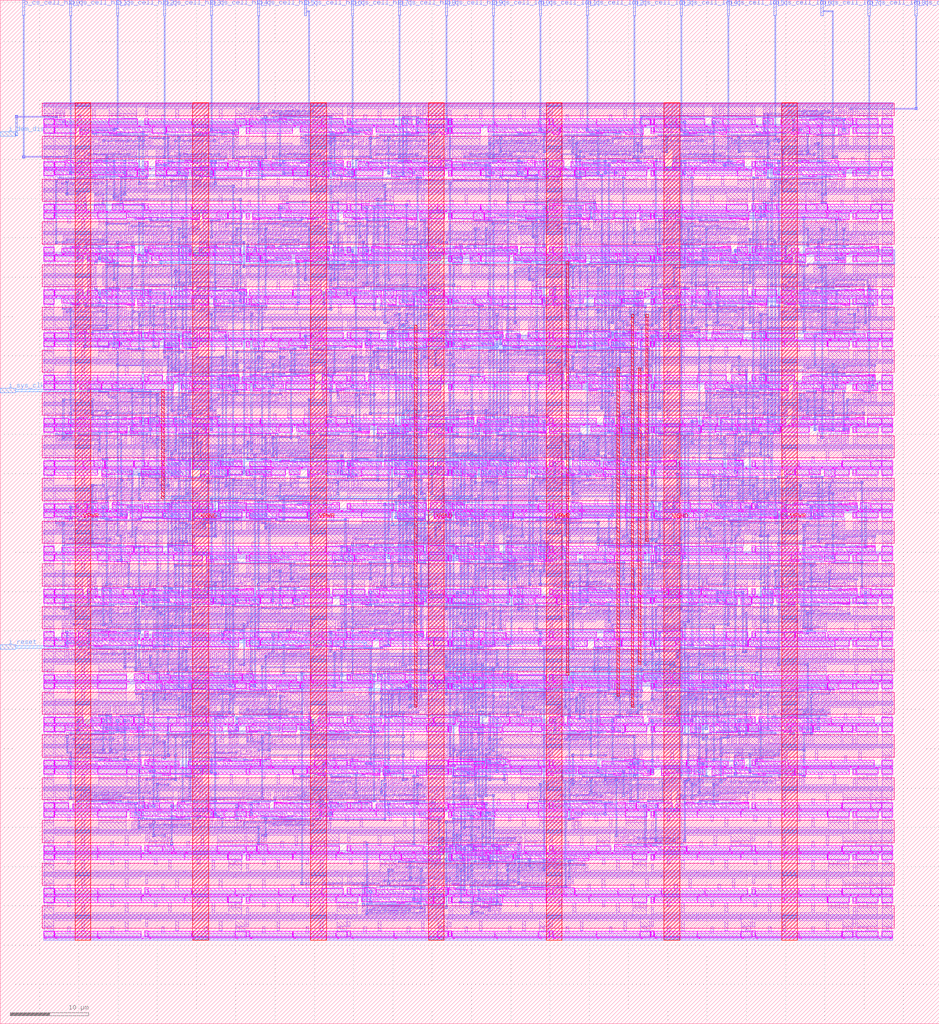
<source format=lef>
MACRO digital_top
  CLASS BLOCK ;
  FOREIGN digital_top ;
  ORIGIN 0.000 0.000 ;
  SIZE 119.560 BY 130.280 ;
  PIN VGND
    DIRECTION INOUT ;
    USE GROUND ;
    PORT
      LAYER met4 ;
        RECT 24.520 10.640 26.520 117.200 ;
    END
    PORT
      LAYER met4 ;
        RECT 54.520 10.640 56.520 117.200 ;
    END
    PORT
      LAYER met4 ;
        RECT 84.520 10.640 86.520 117.200 ;
    END
  END VGND
  PIN VPWR
    DIRECTION INOUT ;
    USE POWER ;
    PORT
      LAYER met4 ;
        RECT 9.520 10.640 11.520 117.200 ;
    END
    PORT
      LAYER met4 ;
        RECT 39.520 10.640 41.520 117.200 ;
    END
    PORT
      LAYER met4 ;
        RECT 69.520 10.640 71.520 117.200 ;
    END
    PORT
      LAYER met4 ;
        RECT 99.520 10.640 101.520 117.200 ;
    END
  END VPWR
  PIN i_dem_dis
    DIRECTION INPUT ;
    USE SIGNAL ;
    ANTENNAGATEAREA 0.196500 ;
    PORT
      LAYER met3 ;
        RECT 0.000 112.920 2.000 113.520 ;
    END
  END i_dem_dis
  PIN i_reset
    DIRECTION INPUT ;
    USE SIGNAL ;
    ANTENNAGATEAREA 0.213000 ;
    PORT
      LAYER met3 ;
        RECT 0.000 47.640 2.000 48.240 ;
    END
  END i_reset
  PIN i_sys_clk
    DIRECTION INPUT ;
    USE SIGNAL ;
    ANTENNAGATEAREA 0.852000 ;
    PORT
      LAYER met3 ;
        RECT 0.000 80.280 2.000 80.880 ;
    END
  END i_sys_clk
  PIN o_cs_cell_hi[0]
    DIRECTION OUTPUT ;
    USE SIGNAL ;
    ANTENNADIFFAREA 0.429000 ;
    PORT
      LAYER met2 ;
        RECT 2.850 128.280 3.130 130.280 ;
    END
  END o_cs_cell_hi[0]
  PIN o_cs_cell_hi[1]
    DIRECTION OUTPUT ;
    USE SIGNAL ;
    ANTENNADIFFAREA 0.429000 ;
    PORT
      LAYER met2 ;
        RECT 8.830 128.280 9.110 130.280 ;
    END
  END o_cs_cell_hi[1]
  PIN o_cs_cell_hi[2]
    DIRECTION OUTPUT ;
    USE SIGNAL ;
    ANTENNADIFFAREA 0.429000 ;
    PORT
      LAYER met2 ;
        RECT 14.810 128.280 15.090 130.280 ;
    END
  END o_cs_cell_hi[2]
  PIN o_cs_cell_hi[3]
    DIRECTION OUTPUT ;
    USE SIGNAL ;
    ANTENNADIFFAREA 0.429000 ;
    PORT
      LAYER met2 ;
        RECT 20.790 128.280 21.070 130.280 ;
    END
  END o_cs_cell_hi[3]
  PIN o_cs_cell_hi[4]
    DIRECTION OUTPUT ;
    USE SIGNAL ;
    ANTENNADIFFAREA 0.429000 ;
    PORT
      LAYER met2 ;
        RECT 26.770 128.280 27.050 130.280 ;
    END
  END o_cs_cell_hi[4]
  PIN o_cs_cell_hi[5]
    DIRECTION OUTPUT ;
    USE SIGNAL ;
    ANTENNADIFFAREA 0.429000 ;
    PORT
      LAYER met2 ;
        RECT 32.750 128.280 33.030 130.280 ;
    END
  END o_cs_cell_hi[5]
  PIN o_cs_cell_hi[6]
    DIRECTION OUTPUT ;
    USE SIGNAL ;
    ANTENNADIFFAREA 0.429000 ;
    PORT
      LAYER met2 ;
        RECT 38.730 128.280 39.010 130.280 ;
    END
  END o_cs_cell_hi[6]
  PIN o_cs_cell_hi[7]
    DIRECTION OUTPUT ;
    USE SIGNAL ;
    ANTENNADIFFAREA 0.429000 ;
    PORT
      LAYER met2 ;
        RECT 44.710 128.280 44.990 130.280 ;
    END
  END o_cs_cell_hi[7]
  PIN o_cs_cell_hi[8]
    DIRECTION OUTPUT ;
    USE SIGNAL ;
    ANTENNADIFFAREA 0.429000 ;
    PORT
      LAYER met2 ;
        RECT 50.690 128.280 50.970 130.280 ;
    END
  END o_cs_cell_hi[8]
  PIN o_cs_cell_hi[9]
    DIRECTION OUTPUT ;
    USE SIGNAL ;
    ANTENNADIFFAREA 0.429000 ;
    PORT
      LAYER met2 ;
        RECT 56.670 128.280 56.950 130.280 ;
    END
  END o_cs_cell_hi[9]
  PIN o_cs_cell_lo[0]
    DIRECTION OUTPUT ;
    USE SIGNAL ;
    ANTENNADIFFAREA 0.429000 ;
    PORT
      LAYER met2 ;
        RECT 62.650 128.280 62.930 130.280 ;
    END
  END o_cs_cell_lo[0]
  PIN o_cs_cell_lo[1]
    DIRECTION OUTPUT ;
    USE SIGNAL ;
    ANTENNADIFFAREA 0.429000 ;
    PORT
      LAYER met2 ;
        RECT 68.630 128.280 68.910 130.280 ;
    END
  END o_cs_cell_lo[1]
  PIN o_cs_cell_lo[2]
    DIRECTION OUTPUT ;
    USE SIGNAL ;
    ANTENNADIFFAREA 0.429000 ;
    PORT
      LAYER met2 ;
        RECT 74.610 128.280 74.890 130.280 ;
    END
  END o_cs_cell_lo[2]
  PIN o_cs_cell_lo[3]
    DIRECTION OUTPUT ;
    USE SIGNAL ;
    ANTENNADIFFAREA 0.429000 ;
    PORT
      LAYER met2 ;
        RECT 80.590 128.280 80.870 130.280 ;
    END
  END o_cs_cell_lo[3]
  PIN o_cs_cell_lo[4]
    DIRECTION OUTPUT ;
    USE SIGNAL ;
    ANTENNADIFFAREA 0.429000 ;
    PORT
      LAYER met2 ;
        RECT 86.570 128.280 86.850 130.280 ;
    END
  END o_cs_cell_lo[4]
  PIN o_cs_cell_lo[5]
    DIRECTION OUTPUT ;
    USE SIGNAL ;
    ANTENNADIFFAREA 0.429000 ;
    PORT
      LAYER met2 ;
        RECT 92.550 128.280 92.830 130.280 ;
    END
  END o_cs_cell_lo[5]
  PIN o_cs_cell_lo[6]
    DIRECTION OUTPUT ;
    USE SIGNAL ;
    ANTENNADIFFAREA 0.429000 ;
    PORT
      LAYER met2 ;
        RECT 98.530 128.280 98.810 130.280 ;
    END
  END o_cs_cell_lo[6]
  PIN o_cs_cell_lo[7]
    DIRECTION OUTPUT ;
    USE SIGNAL ;
    ANTENNADIFFAREA 0.429000 ;
    PORT
      LAYER met2 ;
        RECT 104.510 128.280 104.790 130.280 ;
    END
  END o_cs_cell_lo[7]
  PIN o_cs_cell_lo[8]
    DIRECTION OUTPUT ;
    USE SIGNAL ;
    ANTENNADIFFAREA 0.429000 ;
    PORT
      LAYER met2 ;
        RECT 110.490 128.280 110.770 130.280 ;
    END
  END o_cs_cell_lo[8]
  PIN o_cs_cell_lo[9]
    DIRECTION OUTPUT ;
    USE SIGNAL ;
    ANTENNADIFFAREA 0.429000 ;
    PORT
      LAYER met2 ;
        RECT 116.470 128.280 116.750 130.280 ;
    END
  END o_cs_cell_lo[9]
  OBS
      LAYER nwell ;
        RECT 5.330 115.545 113.810 117.150 ;
      LAYER pwell ;
        RECT 5.525 114.345 6.895 115.155 ;
        RECT 6.905 114.345 8.275 115.125 ;
        RECT 8.285 114.345 13.795 115.155 ;
        RECT 13.805 114.345 17.475 115.155 ;
        RECT 18.415 114.430 18.845 115.215 ;
        RECT 18.865 114.345 24.375 115.155 ;
        RECT 24.385 114.345 29.895 115.155 ;
        RECT 29.905 114.345 31.275 115.155 ;
        RECT 31.295 114.430 31.725 115.215 ;
        RECT 31.745 115.025 32.665 115.255 ;
        RECT 35.495 115.025 36.425 115.245 ;
        RECT 31.745 114.345 40.935 115.025 ;
        RECT 40.945 114.345 43.695 115.155 ;
        RECT 44.175 114.430 44.605 115.215 ;
        RECT 44.625 114.345 50.135 115.155 ;
        RECT 51.075 114.345 52.425 115.255 ;
        RECT 52.915 114.345 54.265 115.255 ;
        RECT 54.285 114.345 57.035 115.155 ;
        RECT 57.055 114.430 57.485 115.215 ;
        RECT 57.505 114.345 63.015 115.155 ;
        RECT 63.025 114.345 68.535 115.155 ;
        RECT 68.545 114.345 69.915 115.155 ;
        RECT 69.935 114.430 70.365 115.215 ;
        RECT 70.385 114.345 75.895 115.155 ;
        RECT 75.905 114.345 81.415 115.155 ;
        RECT 81.425 114.345 82.795 115.155 ;
        RECT 82.815 114.430 83.245 115.215 ;
        RECT 83.265 114.345 84.635 115.155 ;
        RECT 84.655 114.345 86.005 115.255 ;
        RECT 86.025 114.345 89.695 115.155 ;
        RECT 90.635 114.345 91.985 115.255 ;
        RECT 92.005 114.345 95.675 115.155 ;
        RECT 95.695 114.430 96.125 115.215 ;
        RECT 97.075 114.345 98.425 115.255 ;
        RECT 103.875 115.025 104.805 115.245 ;
        RECT 107.635 115.025 108.555 115.255 ;
        RECT 99.365 114.345 108.555 115.025 ;
        RECT 108.575 114.430 109.005 115.215 ;
        RECT 109.025 114.345 111.775 115.155 ;
        RECT 112.245 114.345 113.615 115.155 ;
        RECT 5.665 114.135 5.835 114.345 ;
        RECT 7.055 114.325 7.225 114.345 ;
        RECT 7.045 114.155 7.225 114.325 ;
        RECT 8.425 114.155 8.595 114.345 ;
        RECT 9.800 114.185 9.920 114.295 ;
        RECT 13.945 114.155 14.115 114.345 ;
        RECT 17.635 114.190 17.795 114.300 ;
        RECT 7.045 114.135 7.215 114.155 ;
        RECT 19.005 114.135 19.175 114.345 ;
        RECT 19.465 114.135 19.635 114.325 ;
        RECT 21.305 114.135 21.475 114.325 ;
        RECT 24.525 114.155 24.695 114.345 ;
        RECT 30.045 114.155 30.215 114.345 ;
        RECT 30.515 114.180 30.675 114.290 ;
        RECT 31.885 114.135 32.055 114.325 ;
        RECT 37.415 114.180 37.575 114.290 ;
        RECT 38.325 114.135 38.495 114.325 ;
        RECT 40.625 114.155 40.795 114.345 ;
        RECT 41.085 114.155 41.255 114.345 ;
        RECT 43.840 114.185 43.960 114.295 ;
        RECT 44.765 114.155 44.935 114.345 ;
        RECT 47.520 114.185 47.640 114.295 ;
        RECT 47.985 114.135 48.155 114.325 ;
        RECT 50.295 114.190 50.455 114.300 ;
        RECT 51.205 114.155 51.375 114.345 ;
        RECT 52.580 114.185 52.700 114.295 ;
        RECT 53.045 114.155 53.215 114.345 ;
        RECT 54.425 114.155 54.595 114.345 ;
        RECT 57.645 114.135 57.815 114.345 ;
        RECT 61.335 114.180 61.495 114.290 ;
        RECT 62.245 114.135 62.415 114.325 ;
        RECT 63.165 114.155 63.335 114.345 ;
        RECT 68.685 114.155 68.855 114.345 ;
        RECT 70.525 114.155 70.695 114.345 ;
        RECT 71.445 114.135 71.615 114.325 ;
        RECT 76.045 114.155 76.215 114.345 ;
        RECT 81.565 114.135 81.735 114.345 ;
        RECT 82.035 114.180 82.195 114.290 ;
        RECT 83.405 114.135 83.575 114.345 ;
        RECT 84.785 114.155 84.955 114.345 ;
        RECT 86.165 114.155 86.335 114.345 ;
        RECT 89.855 114.190 90.015 114.300 ;
        RECT 90.765 114.155 90.935 114.345 ;
        RECT 92.145 114.155 92.315 114.345 ;
        RECT 92.605 114.135 92.775 114.325 ;
        RECT 96.295 114.190 96.455 114.300 ;
        RECT 97.205 114.155 97.375 114.345 ;
        RECT 98.595 114.190 98.755 114.300 ;
        RECT 99.505 114.155 99.675 114.345 ;
        RECT 102.725 114.135 102.895 114.325 ;
        RECT 104.105 114.135 104.275 114.325 ;
        RECT 104.565 114.135 104.735 114.325 ;
        RECT 106.400 114.185 106.520 114.295 ;
        RECT 106.865 114.135 107.035 114.325 ;
        RECT 108.240 114.185 108.360 114.295 ;
        RECT 109.165 114.135 109.335 114.345 ;
        RECT 111.920 114.185 112.040 114.295 ;
        RECT 113.305 114.135 113.475 114.345 ;
        RECT 5.525 113.325 6.895 114.135 ;
        RECT 6.905 113.325 9.655 114.135 ;
        RECT 10.125 113.455 19.315 114.135 ;
        RECT 10.125 113.225 11.045 113.455 ;
        RECT 13.875 113.235 14.805 113.455 ;
        RECT 19.325 113.325 21.155 114.135 ;
        RECT 21.165 113.455 30.355 114.135 ;
        RECT 25.675 113.235 26.605 113.455 ;
        RECT 29.435 113.225 30.355 113.455 ;
        RECT 31.295 113.265 31.725 114.050 ;
        RECT 31.745 113.325 37.255 114.135 ;
        RECT 38.185 113.455 47.375 114.135 ;
        RECT 47.845 113.455 57.035 114.135 ;
        RECT 42.695 113.235 43.625 113.455 ;
        RECT 46.455 113.225 47.375 113.455 ;
        RECT 52.355 113.235 53.285 113.455 ;
        RECT 56.115 113.225 57.035 113.455 ;
        RECT 57.055 113.265 57.485 114.050 ;
        RECT 57.505 113.325 61.175 114.135 ;
        RECT 62.105 113.455 71.295 114.135 ;
        RECT 71.305 113.455 80.495 114.135 ;
        RECT 66.615 113.235 67.545 113.455 ;
        RECT 70.375 113.225 71.295 113.455 ;
        RECT 75.815 113.235 76.745 113.455 ;
        RECT 79.575 113.225 80.495 113.455 ;
        RECT 80.515 113.225 81.865 114.135 ;
        RECT 82.815 113.265 83.245 114.050 ;
        RECT 83.265 113.455 92.455 114.135 ;
        RECT 92.465 113.455 101.655 114.135 ;
        RECT 87.775 113.235 88.705 113.455 ;
        RECT 91.535 113.225 92.455 113.455 ;
        RECT 96.975 113.235 97.905 113.455 ;
        RECT 100.735 113.225 101.655 113.455 ;
        RECT 101.665 113.355 103.035 114.135 ;
        RECT 103.055 113.225 104.405 114.135 ;
        RECT 104.425 113.325 106.255 114.135 ;
        RECT 106.735 113.225 108.085 114.135 ;
        RECT 108.575 113.265 109.005 114.050 ;
        RECT 109.025 113.325 111.775 114.135 ;
        RECT 112.245 113.325 113.615 114.135 ;
      LAYER nwell ;
        RECT 5.330 110.105 113.810 112.935 ;
      LAYER pwell ;
        RECT 5.525 108.905 6.895 109.715 ;
        RECT 6.905 108.905 8.275 109.715 ;
        RECT 8.285 109.585 9.205 109.815 ;
        RECT 12.035 109.585 12.965 109.805 ;
        RECT 8.285 108.905 17.475 109.585 ;
        RECT 18.415 108.990 18.845 109.775 ;
        RECT 19.785 109.585 20.705 109.815 ;
        RECT 23.535 109.585 24.465 109.805 ;
        RECT 19.785 108.905 28.975 109.585 ;
        RECT 28.995 108.905 30.345 109.815 ;
        RECT 30.365 108.905 31.735 109.715 ;
        RECT 31.745 108.905 33.115 109.685 ;
        RECT 33.135 108.905 34.485 109.815 ;
        RECT 39.015 109.585 39.945 109.805 ;
        RECT 42.775 109.585 43.695 109.815 ;
        RECT 34.505 108.905 43.695 109.585 ;
        RECT 44.175 108.990 44.605 109.775 ;
        RECT 45.545 108.905 46.915 109.685 ;
        RECT 51.435 109.585 52.365 109.805 ;
        RECT 55.195 109.585 56.115 109.815 ;
        RECT 46.925 108.905 56.115 109.585 ;
        RECT 56.135 108.905 57.485 109.815 ;
        RECT 57.505 108.905 58.875 109.715 ;
        RECT 63.395 109.585 64.325 109.805 ;
        RECT 67.155 109.585 68.075 109.815 ;
        RECT 58.885 108.905 68.075 109.585 ;
        RECT 68.085 108.905 69.455 109.685 ;
        RECT 69.935 108.990 70.365 109.775 ;
        RECT 70.395 108.905 71.745 109.815 ;
        RECT 72.685 108.905 74.055 109.685 ;
        RECT 78.575 109.585 79.505 109.805 ;
        RECT 82.335 109.585 83.255 109.815 ;
        RECT 74.065 108.905 83.255 109.585 ;
        RECT 83.265 108.905 84.635 109.685 ;
        RECT 90.075 109.585 91.005 109.805 ;
        RECT 93.835 109.585 94.755 109.815 ;
        RECT 85.565 108.905 94.755 109.585 ;
        RECT 95.695 108.990 96.125 109.775 ;
        RECT 96.145 108.905 97.515 109.685 ;
        RECT 102.035 109.585 102.965 109.805 ;
        RECT 105.795 109.585 106.715 109.815 ;
        RECT 97.525 108.905 106.715 109.585 ;
        RECT 106.725 108.905 112.235 109.715 ;
        RECT 112.245 108.905 113.615 109.715 ;
        RECT 5.665 108.695 5.835 108.905 ;
        RECT 7.045 108.695 7.215 108.905 ;
        RECT 17.165 108.695 17.335 108.905 ;
        RECT 17.635 108.750 17.795 108.860 ;
        RECT 18.545 108.695 18.715 108.885 ;
        RECT 19.015 108.740 19.175 108.860 ;
        RECT 20.845 108.695 21.015 108.885 ;
        RECT 21.305 108.695 21.475 108.885 ;
        RECT 23.605 108.695 23.775 108.885 ;
        RECT 24.060 108.745 24.180 108.855 ;
        RECT 25.445 108.695 25.615 108.885 ;
        RECT 26.825 108.695 26.995 108.885 ;
        RECT 27.285 108.695 27.455 108.885 ;
        RECT 28.665 108.715 28.835 108.905 ;
        RECT 30.045 108.715 30.215 108.905 ;
        RECT 30.505 108.715 30.675 108.905 ;
        RECT 30.960 108.745 31.080 108.855 ;
        RECT 31.885 108.695 32.055 108.905 ;
        RECT 33.265 108.715 33.435 108.905 ;
        RECT 34.645 108.715 34.815 108.905 ;
        RECT 37.405 108.695 37.575 108.885 ;
        RECT 40.165 108.695 40.335 108.885 ;
        RECT 41.545 108.695 41.715 108.885 ;
        RECT 42.000 108.745 42.120 108.855 ;
        RECT 43.385 108.695 43.555 108.885 ;
        RECT 43.840 108.745 43.960 108.855 ;
        RECT 44.765 108.695 44.935 108.885 ;
        RECT 45.225 108.695 45.395 108.885 ;
        RECT 45.685 108.715 45.855 108.905 ;
        RECT 47.065 108.715 47.235 108.905 ;
        RECT 48.915 108.740 49.075 108.850 ;
        RECT 52.120 108.695 52.290 108.885 ;
        RECT 53.505 108.695 53.675 108.885 ;
        RECT 53.965 108.695 54.135 108.885 ;
        RECT 56.265 108.715 56.435 108.905 ;
        RECT 56.720 108.745 56.840 108.855 ;
        RECT 57.645 108.695 57.815 108.905 ;
        RECT 59.025 108.715 59.195 108.905 ;
        RECT 61.325 108.695 61.495 108.885 ;
        RECT 63.625 108.695 63.795 108.885 ;
        RECT 64.085 108.695 64.255 108.885 ;
        RECT 66.845 108.695 67.015 108.885 ;
        RECT 67.305 108.695 67.475 108.885 ;
        RECT 69.145 108.715 69.315 108.905 ;
        RECT 69.600 108.745 69.720 108.855 ;
        RECT 70.980 108.695 71.150 108.885 ;
        RECT 71.445 108.695 71.615 108.905 ;
        RECT 71.915 108.750 72.075 108.860 ;
        RECT 73.285 108.695 73.455 108.885 ;
        RECT 73.745 108.715 73.915 108.905 ;
        RECT 74.205 108.715 74.375 108.905 ;
        RECT 74.665 108.695 74.835 108.885 ;
        RECT 79.265 108.695 79.435 108.885 ;
        RECT 79.725 108.695 79.895 108.885 ;
        RECT 82.480 108.745 82.600 108.855 ;
        RECT 83.405 108.695 83.575 108.905 ;
        RECT 84.795 108.750 84.955 108.860 ;
        RECT 85.705 108.715 85.875 108.905 ;
        RECT 88.005 108.695 88.175 108.885 ;
        RECT 88.465 108.695 88.635 108.885 ;
        RECT 93.985 108.695 94.155 108.885 ;
        RECT 94.915 108.750 95.075 108.860 ;
        RECT 95.820 108.745 95.940 108.855 ;
        RECT 96.285 108.695 96.455 108.885 ;
        RECT 97.205 108.715 97.375 108.905 ;
        RECT 97.665 108.715 97.835 108.905 ;
        RECT 98.585 108.695 98.755 108.885 ;
        RECT 106.865 108.715 107.035 108.905 ;
        RECT 107.795 108.740 107.955 108.850 ;
        RECT 109.165 108.695 109.335 108.885 ;
        RECT 111.920 108.745 112.040 108.855 ;
        RECT 113.305 108.695 113.475 108.905 ;
        RECT 5.525 107.885 6.895 108.695 ;
        RECT 6.905 108.015 16.095 108.695 ;
        RECT 11.415 107.795 12.345 108.015 ;
        RECT 15.175 107.785 16.095 108.015 ;
        RECT 16.115 107.785 17.465 108.695 ;
        RECT 17.495 107.785 18.845 108.695 ;
        RECT 19.785 107.915 21.155 108.695 ;
        RECT 21.165 107.885 22.535 108.695 ;
        RECT 22.545 107.915 23.915 108.695 ;
        RECT 24.385 107.915 25.755 108.695 ;
        RECT 25.775 107.785 27.125 108.695 ;
        RECT 27.145 107.885 30.815 108.695 ;
        RECT 31.295 107.825 31.725 108.610 ;
        RECT 31.745 107.885 37.255 108.695 ;
        RECT 37.265 107.885 39.095 108.695 ;
        RECT 39.105 107.915 40.475 108.695 ;
        RECT 40.495 107.785 41.845 108.695 ;
        RECT 42.325 107.915 43.695 108.695 ;
        RECT 43.715 107.785 45.065 108.695 ;
        RECT 45.085 107.885 48.755 108.695 ;
        RECT 49.825 107.785 52.435 108.695 ;
        RECT 52.445 107.915 53.815 108.695 ;
        RECT 53.825 107.885 56.575 108.695 ;
        RECT 57.055 107.825 57.485 108.610 ;
        RECT 57.505 107.885 61.175 108.695 ;
        RECT 61.185 107.885 62.555 108.695 ;
        RECT 62.565 107.915 63.935 108.695 ;
        RECT 63.945 107.885 65.775 108.695 ;
        RECT 65.795 107.785 67.145 108.695 ;
        RECT 67.165 107.885 68.535 108.695 ;
        RECT 68.685 107.785 71.295 108.695 ;
        RECT 71.305 107.885 73.135 108.695 ;
        RECT 73.155 107.785 74.505 108.695 ;
        RECT 74.525 107.885 78.195 108.695 ;
        RECT 78.205 107.915 79.575 108.695 ;
        RECT 79.585 107.885 82.335 108.695 ;
        RECT 82.815 107.825 83.245 108.610 ;
        RECT 83.265 107.885 86.935 108.695 ;
        RECT 86.945 107.915 88.315 108.695 ;
        RECT 88.325 107.885 93.835 108.695 ;
        RECT 93.845 107.885 95.675 108.695 ;
        RECT 96.145 107.915 97.515 108.695 ;
        RECT 98.445 108.015 107.635 108.695 ;
        RECT 102.955 107.795 103.885 108.015 ;
        RECT 106.715 107.785 107.635 108.015 ;
        RECT 108.575 107.825 109.005 108.610 ;
        RECT 109.025 107.885 111.775 108.695 ;
        RECT 112.245 107.885 113.615 108.695 ;
      LAYER nwell ;
        RECT 5.330 104.665 113.810 107.495 ;
      LAYER pwell ;
        RECT 5.525 103.465 6.895 104.275 ;
        RECT 6.905 103.465 9.655 104.275 ;
        RECT 9.665 103.465 11.035 104.245 ;
        RECT 11.965 103.465 13.335 104.245 ;
        RECT 14.275 103.465 15.625 104.375 ;
        RECT 15.645 103.465 18.395 104.275 ;
        RECT 18.415 103.550 18.845 104.335 ;
        RECT 18.865 103.465 24.375 104.275 ;
        RECT 24.385 103.465 29.895 104.275 ;
        RECT 29.905 103.465 35.415 104.275 ;
        RECT 35.435 103.465 36.785 104.375 ;
        RECT 36.805 103.465 42.315 104.275 ;
        RECT 42.325 103.465 44.155 104.275 ;
        RECT 44.175 103.550 44.605 104.335 ;
        RECT 44.625 103.465 45.995 104.275 ;
        RECT 46.005 104.145 46.935 104.375 ;
        RECT 46.005 103.465 49.905 104.145 ;
        RECT 50.145 103.465 55.655 104.275 ;
        RECT 55.665 103.465 61.175 104.275 ;
        RECT 61.185 103.465 66.695 104.275 ;
        RECT 66.705 103.465 69.455 104.275 ;
        RECT 69.935 103.550 70.365 104.335 ;
        RECT 70.385 104.145 71.315 104.375 ;
        RECT 70.385 103.465 74.285 104.145 ;
        RECT 74.535 103.465 75.885 104.375 ;
        RECT 75.905 103.465 81.415 104.275 ;
        RECT 81.425 103.465 86.935 104.275 ;
        RECT 86.945 103.465 92.455 104.275 ;
        RECT 92.465 103.465 95.215 104.275 ;
        RECT 95.695 103.550 96.125 104.335 ;
        RECT 96.155 103.465 97.505 104.375 ;
        RECT 97.525 103.465 98.895 104.245 ;
        RECT 98.905 103.465 102.575 104.275 ;
        RECT 102.585 103.465 103.955 104.275 ;
        RECT 103.975 103.465 105.325 104.375 ;
        RECT 105.345 103.465 110.855 104.275 ;
        RECT 110.865 103.465 112.235 104.275 ;
        RECT 112.245 103.465 113.615 104.275 ;
        RECT 5.665 103.255 5.835 103.465 ;
        RECT 7.045 103.255 7.215 103.465 ;
        RECT 10.725 103.275 10.895 103.465 ;
        RECT 11.195 103.310 11.355 103.420 ;
        RECT 12.565 103.255 12.735 103.445 ;
        RECT 13.025 103.275 13.195 103.465 ;
        RECT 13.495 103.310 13.655 103.420 ;
        RECT 15.325 103.275 15.495 103.465 ;
        RECT 15.785 103.275 15.955 103.465 ;
        RECT 16.245 103.255 16.415 103.445 ;
        RECT 19.005 103.275 19.175 103.465 ;
        RECT 24.525 103.275 24.695 103.465 ;
        RECT 25.905 103.255 26.075 103.445 ;
        RECT 27.745 103.255 27.915 103.445 ;
        RECT 29.125 103.255 29.295 103.445 ;
        RECT 30.045 103.275 30.215 103.465 ;
        RECT 30.960 103.305 31.080 103.415 ;
        RECT 36.485 103.275 36.655 103.465 ;
        RECT 36.945 103.275 37.115 103.465 ;
        RECT 41.085 103.255 41.255 103.445 ;
        RECT 42.465 103.255 42.635 103.465 ;
        RECT 42.935 103.300 43.095 103.410 ;
        RECT 43.845 103.255 44.015 103.445 ;
        RECT 44.765 103.275 44.935 103.465 ;
        RECT 46.420 103.275 46.590 103.465 ;
        RECT 50.285 103.275 50.455 103.465 ;
        RECT 53.505 103.255 53.675 103.445 ;
        RECT 54.885 103.255 55.055 103.445 ;
        RECT 55.805 103.275 55.975 103.465 ;
        RECT 56.720 103.305 56.840 103.415 ;
        RECT 57.645 103.255 57.815 103.445 ;
        RECT 60.405 103.255 60.575 103.445 ;
        RECT 61.325 103.275 61.495 103.465 ;
        RECT 62.060 103.255 62.230 103.445 ;
        RECT 65.925 103.255 66.095 103.445 ;
        RECT 66.845 103.275 67.015 103.465 ;
        RECT 69.600 103.305 69.720 103.415 ;
        RECT 70.800 103.275 70.970 103.465 ;
        RECT 75.585 103.445 75.755 103.465 ;
        RECT 75.585 103.275 75.760 103.445 ;
        RECT 76.045 103.275 76.215 103.465 ;
        RECT 75.590 103.255 75.760 103.275 ;
        RECT 78.345 103.255 78.515 103.445 ;
        RECT 79.725 103.255 79.895 103.445 ;
        RECT 81.100 103.305 81.220 103.415 ;
        RECT 81.565 103.255 81.735 103.465 ;
        RECT 83.405 103.255 83.575 103.445 ;
        RECT 84.785 103.255 84.955 103.445 ;
        RECT 86.165 103.255 86.335 103.445 ;
        RECT 87.085 103.275 87.255 103.465 ;
        RECT 92.605 103.275 92.775 103.465 ;
        RECT 95.360 103.305 95.480 103.415 ;
        RECT 95.820 103.305 95.940 103.415 ;
        RECT 96.285 103.255 96.455 103.445 ;
        RECT 97.205 103.275 97.375 103.465 ;
        RECT 97.665 103.275 97.835 103.465 ;
        RECT 99.045 103.275 99.215 103.465 ;
        RECT 102.725 103.275 102.895 103.465 ;
        RECT 105.025 103.275 105.195 103.465 ;
        RECT 105.485 103.275 105.655 103.465 ;
        RECT 106.405 103.255 106.575 103.445 ;
        RECT 106.865 103.255 107.035 103.445 ;
        RECT 108.240 103.305 108.360 103.415 ;
        RECT 109.165 103.255 109.335 103.445 ;
        RECT 111.005 103.275 111.175 103.465 ;
        RECT 111.920 103.305 112.040 103.415 ;
        RECT 113.305 103.255 113.475 103.465 ;
        RECT 5.525 102.445 6.895 103.255 ;
        RECT 6.905 102.445 12.415 103.255 ;
        RECT 12.425 102.445 16.095 103.255 ;
        RECT 16.105 102.575 25.385 103.255 ;
        RECT 17.465 102.355 18.385 102.575 ;
        RECT 23.050 102.455 25.385 102.575 ;
        RECT 24.465 102.345 25.385 102.455 ;
        RECT 25.765 102.445 27.595 103.255 ;
        RECT 27.605 102.475 28.975 103.255 ;
        RECT 28.985 102.445 30.815 103.255 ;
        RECT 31.295 102.385 31.725 103.170 ;
        RECT 32.115 102.575 41.395 103.255 ;
        RECT 32.115 102.455 34.450 102.575 ;
        RECT 32.115 102.345 33.035 102.455 ;
        RECT 39.115 102.355 40.035 102.575 ;
        RECT 41.415 102.345 42.765 103.255 ;
        RECT 43.705 102.575 52.985 103.255 ;
        RECT 45.065 102.355 45.985 102.575 ;
        RECT 50.650 102.455 52.985 102.575 ;
        RECT 53.365 102.475 54.735 103.255 ;
        RECT 52.065 102.345 52.985 102.455 ;
        RECT 54.745 102.445 56.575 103.255 ;
        RECT 57.055 102.385 57.485 103.170 ;
        RECT 57.505 102.445 60.255 103.255 ;
        RECT 60.275 102.345 61.625 103.255 ;
        RECT 61.645 102.575 65.545 103.255 ;
        RECT 65.785 102.575 75.065 103.255 ;
        RECT 61.645 102.345 62.575 102.575 ;
        RECT 67.145 102.355 68.065 102.575 ;
        RECT 72.730 102.455 75.065 102.575 ;
        RECT 74.145 102.345 75.065 102.455 ;
        RECT 75.445 102.345 78.055 103.255 ;
        RECT 78.205 102.445 79.575 103.255 ;
        RECT 79.585 102.475 80.955 103.255 ;
        RECT 81.435 102.345 82.785 103.255 ;
        RECT 82.815 102.385 83.245 103.170 ;
        RECT 83.265 102.445 84.635 103.255 ;
        RECT 84.645 102.475 86.015 103.255 ;
        RECT 86.025 102.575 95.305 103.255 ;
        RECT 96.145 102.575 105.250 103.255 ;
        RECT 87.385 102.355 88.305 102.575 ;
        RECT 92.970 102.455 95.305 102.575 ;
        RECT 105.345 102.475 106.715 103.255 ;
        RECT 94.385 102.345 95.305 102.455 ;
        RECT 106.735 102.345 108.085 103.255 ;
        RECT 108.575 102.385 109.005 103.170 ;
        RECT 109.025 102.445 111.775 103.255 ;
        RECT 112.245 102.445 113.615 103.255 ;
      LAYER nwell ;
        RECT 5.330 99.225 113.810 102.055 ;
      LAYER pwell ;
        RECT 5.525 98.025 6.895 98.835 ;
        RECT 9.185 98.705 10.105 98.925 ;
        RECT 16.185 98.825 17.105 98.935 ;
        RECT 14.770 98.705 17.105 98.825 ;
        RECT 7.825 98.025 17.105 98.705 ;
        RECT 18.415 98.110 18.845 98.895 ;
        RECT 18.865 98.705 19.795 98.935 ;
        RECT 18.865 98.025 22.765 98.705 ;
        RECT 23.015 98.025 24.365 98.935 ;
        RECT 25.305 98.025 26.675 98.805 ;
        RECT 26.685 98.705 27.615 98.935 ;
        RECT 26.685 98.025 30.585 98.705 ;
        RECT 31.285 98.025 32.655 98.805 ;
        RECT 34.025 98.705 34.945 98.925 ;
        RECT 41.025 98.825 41.945 98.935 ;
        RECT 39.610 98.705 41.945 98.825 ;
        RECT 32.665 98.025 41.945 98.705 ;
        RECT 42.325 98.025 43.695 98.805 ;
        RECT 44.175 98.110 44.605 98.895 ;
        RECT 47.295 98.825 48.215 98.935 ;
        RECT 45.545 98.025 46.915 98.805 ;
        RECT 47.295 98.705 49.630 98.825 ;
        RECT 54.295 98.705 55.215 98.925 ;
        RECT 57.945 98.705 58.865 98.925 ;
        RECT 64.945 98.825 65.865 98.935 ;
        RECT 63.530 98.705 65.865 98.825 ;
        RECT 47.295 98.025 56.575 98.705 ;
        RECT 56.585 98.025 65.865 98.705 ;
        RECT 66.245 98.025 68.075 98.835 ;
        RECT 68.085 98.025 69.455 98.805 ;
        RECT 69.935 98.110 70.365 98.895 ;
        RECT 70.385 98.025 72.215 98.835 ;
        RECT 72.685 98.025 83.695 98.935 ;
        RECT 85.085 98.705 86.005 98.925 ;
        RECT 92.085 98.825 93.005 98.935 ;
        RECT 90.670 98.705 93.005 98.825 ;
        RECT 83.725 98.025 93.005 98.705 ;
        RECT 93.845 98.025 95.215 98.805 ;
        RECT 95.695 98.110 96.125 98.895 ;
        RECT 96.145 98.705 97.075 98.935 ;
        RECT 103.945 98.705 104.865 98.925 ;
        RECT 110.945 98.825 111.865 98.935 ;
        RECT 109.530 98.705 111.865 98.825 ;
        RECT 96.145 98.025 100.045 98.705 ;
        RECT 100.700 98.025 101.655 98.705 ;
        RECT 102.585 98.025 111.865 98.705 ;
        RECT 112.245 98.025 113.615 98.835 ;
        RECT 5.665 97.815 5.835 98.025 ;
        RECT 7.045 97.815 7.215 98.005 ;
        RECT 7.965 97.835 8.135 98.025 ;
        RECT 10.720 97.865 10.840 97.975 ;
        RECT 12.105 97.815 12.275 98.005 ;
        RECT 12.560 97.865 12.680 97.975 ;
        RECT 13.945 97.815 14.115 98.005 ;
        RECT 14.405 97.815 14.575 98.005 ;
        RECT 17.160 97.865 17.280 97.975 ;
        RECT 17.635 97.870 17.795 97.980 ;
        RECT 18.545 97.815 18.715 98.005 ;
        RECT 19.005 97.835 19.175 98.005 ;
        RECT 19.280 97.835 19.450 98.025 ;
        RECT 20.385 97.815 20.555 98.005 ;
        RECT 24.065 97.835 24.235 98.025 ;
        RECT 24.535 97.870 24.695 97.980 ;
        RECT 26.365 97.835 26.535 98.025 ;
        RECT 27.100 97.835 27.270 98.025 ;
        RECT 30.505 97.815 30.675 98.005 ;
        RECT 30.960 97.865 31.080 97.975 ;
        RECT 31.425 97.835 31.595 98.025 ;
        RECT 31.885 97.815 32.055 98.005 ;
        RECT 32.805 97.835 32.975 98.025 ;
        RECT 33.540 97.815 33.710 98.005 ;
        RECT 42.465 97.835 42.635 98.025 ;
        RECT 43.840 97.865 43.960 97.975 ;
        RECT 44.775 97.870 44.935 97.980 ;
        RECT 46.605 97.815 46.775 98.025 ;
        RECT 47.065 97.815 47.235 98.005 ;
        RECT 56.265 97.835 56.435 98.025 ;
        RECT 56.725 97.835 56.895 98.025 ;
        RECT 58.565 97.815 58.735 98.005 ;
        RECT 59.035 97.860 59.195 97.970 ;
        RECT 60.865 97.815 61.035 98.005 ;
        RECT 61.325 97.815 61.495 98.005 ;
        RECT 65.000 97.865 65.120 97.975 ;
        RECT 65.465 97.815 65.635 98.005 ;
        RECT 66.385 97.835 66.555 98.025 ;
        RECT 69.145 97.835 69.315 98.025 ;
        RECT 69.600 97.865 69.720 97.975 ;
        RECT 70.525 97.835 70.695 98.025 ;
        RECT 72.360 97.865 72.480 97.975 ;
        RECT 72.830 97.835 73.000 98.025 ;
        RECT 78.340 97.815 78.510 98.005 ;
        RECT 78.805 97.835 78.975 98.005 ;
        RECT 78.825 97.815 78.975 97.835 ;
        RECT 81.105 97.815 81.275 98.005 ;
        RECT 83.680 97.815 83.850 98.005 ;
        RECT 83.865 97.835 84.035 98.025 ;
        RECT 87.820 97.815 87.990 98.005 ;
        RECT 91.685 97.815 91.855 98.005 ;
        RECT 93.520 97.865 93.640 97.975 ;
        RECT 94.905 97.835 95.075 98.025 ;
        RECT 95.360 97.865 95.480 97.975 ;
        RECT 96.560 97.835 96.730 98.025 ;
        RECT 100.425 97.835 100.595 98.005 ;
        RECT 101.815 97.870 101.975 97.980 ;
        RECT 102.265 97.815 102.435 98.005 ;
        RECT 102.725 97.835 102.895 98.025 ;
        RECT 107.050 97.815 107.220 98.005 ;
        RECT 107.795 97.860 107.955 97.970 ;
        RECT 109.165 97.815 109.335 98.005 ;
        RECT 111.920 97.865 112.040 97.975 ;
        RECT 113.305 97.815 113.475 98.025 ;
        RECT 5.525 97.005 6.895 97.815 ;
        RECT 6.905 97.005 10.575 97.815 ;
        RECT 11.045 97.035 12.415 97.815 ;
        RECT 12.895 96.905 14.245 97.815 ;
        RECT 14.265 97.005 17.015 97.815 ;
        RECT 17.485 97.035 18.855 97.815 ;
        RECT 19.280 97.135 20.235 97.815 ;
        RECT 20.245 97.135 29.350 97.815 ;
        RECT 29.455 96.905 30.805 97.815 ;
        RECT 31.295 96.945 31.725 97.730 ;
        RECT 31.745 97.005 33.115 97.815 ;
        RECT 33.125 97.135 37.025 97.815 ;
        RECT 37.635 97.135 46.915 97.815 ;
        RECT 46.925 97.135 56.030 97.815 ;
        RECT 33.125 96.905 34.055 97.135 ;
        RECT 37.635 97.015 39.970 97.135 ;
        RECT 37.635 96.905 38.555 97.015 ;
        RECT 44.635 96.915 45.555 97.135 ;
        RECT 57.055 96.945 57.485 97.730 ;
        RECT 57.515 96.905 58.865 97.815 ;
        RECT 59.805 97.035 61.175 97.815 ;
        RECT 61.185 97.005 64.855 97.815 ;
        RECT 65.325 97.135 74.605 97.815 ;
        RECT 66.685 96.915 67.605 97.135 ;
        RECT 72.270 97.015 74.605 97.135 ;
        RECT 73.685 96.905 74.605 97.015 ;
        RECT 75.180 96.905 78.655 97.815 ;
        RECT 78.825 96.995 80.755 97.815 ;
        RECT 80.965 97.005 82.795 97.815 ;
        RECT 79.805 96.905 80.755 96.995 ;
        RECT 82.815 96.945 83.245 97.730 ;
        RECT 83.265 97.135 87.165 97.815 ;
        RECT 87.405 97.135 91.305 97.815 ;
        RECT 91.545 97.135 100.825 97.815 ;
        RECT 83.265 96.905 84.195 97.135 ;
        RECT 87.405 96.905 88.335 97.135 ;
        RECT 92.905 96.915 93.825 97.135 ;
        RECT 98.490 97.015 100.825 97.135 ;
        RECT 99.905 96.905 100.825 97.015 ;
        RECT 101.215 96.905 102.565 97.815 ;
        RECT 103.735 97.135 107.635 97.815 ;
        RECT 106.705 96.905 107.635 97.135 ;
        RECT 108.575 96.945 109.005 97.730 ;
        RECT 109.025 97.005 111.775 97.815 ;
        RECT 112.245 97.005 113.615 97.815 ;
      LAYER nwell ;
        RECT 5.330 93.785 113.810 96.615 ;
      LAYER pwell ;
        RECT 5.525 92.585 6.895 93.395 ;
        RECT 6.905 92.585 10.575 93.395 ;
        RECT 11.045 92.585 12.415 93.365 ;
        RECT 12.895 92.585 14.245 93.495 ;
        RECT 14.265 93.265 15.195 93.495 ;
        RECT 14.265 92.585 18.165 93.265 ;
        RECT 18.415 92.670 18.845 93.455 ;
        RECT 18.865 92.585 21.615 93.395 ;
        RECT 23.445 93.265 24.365 93.485 ;
        RECT 30.445 93.385 31.365 93.495 ;
        RECT 29.030 93.265 31.365 93.385 ;
        RECT 22.085 92.585 31.365 93.265 ;
        RECT 31.745 92.585 37.255 93.395 ;
        RECT 37.265 92.585 40.935 93.395 ;
        RECT 41.415 92.585 42.765 93.495 ;
        RECT 42.785 92.585 44.155 93.395 ;
        RECT 44.175 92.670 44.605 93.455 ;
        RECT 44.625 93.265 45.555 93.495 ;
        RECT 44.625 92.585 48.525 93.265 ;
        RECT 48.775 92.585 50.125 93.495 ;
        RECT 53.345 93.265 54.275 93.495 ;
        RECT 50.375 92.585 54.275 93.265 ;
        RECT 54.485 93.405 55.435 93.495 ;
        RECT 54.485 92.585 56.415 93.405 ;
        RECT 56.585 92.585 62.095 93.395 ;
        RECT 62.105 92.585 67.615 93.395 ;
        RECT 67.625 92.585 68.995 93.365 ;
        RECT 69.935 92.670 70.365 93.455 ;
        RECT 82.085 93.405 83.035 93.495 ;
        RECT 84.385 93.405 85.335 93.495 ;
        RECT 86.685 93.405 87.635 93.495 ;
        RECT 70.385 92.585 72.215 93.395 ;
        RECT 72.685 92.585 81.790 93.265 ;
        RECT 82.085 92.585 84.015 93.405 ;
        RECT 84.385 92.585 86.315 93.405 ;
        RECT 86.685 92.585 88.615 93.405 ;
        RECT 88.785 92.585 90.155 93.395 ;
        RECT 90.165 92.585 91.535 93.365 ;
        RECT 91.545 92.585 95.215 93.395 ;
        RECT 95.695 92.670 96.125 93.455 ;
        RECT 96.145 92.585 98.895 93.395 ;
        RECT 99.365 92.585 100.735 93.365 ;
        RECT 102.105 93.265 103.025 93.485 ;
        RECT 109.105 93.385 110.025 93.495 ;
        RECT 107.690 93.265 110.025 93.385 ;
        RECT 100.745 92.585 110.025 93.265 ;
        RECT 110.415 92.585 111.765 93.495 ;
        RECT 112.245 92.585 113.615 93.395 ;
        RECT 5.665 92.375 5.835 92.585 ;
        RECT 7.045 92.395 7.215 92.585 ;
        RECT 7.965 92.375 8.135 92.565 ;
        RECT 10.720 92.425 10.840 92.535 ;
        RECT 12.105 92.395 12.275 92.585 ;
        RECT 12.560 92.425 12.680 92.535 ;
        RECT 13.945 92.395 14.115 92.585 ;
        RECT 14.680 92.395 14.850 92.585 ;
        RECT 17.900 92.375 18.070 92.565 ;
        RECT 19.005 92.395 19.175 92.585 ;
        RECT 21.765 92.535 21.935 92.565 ;
        RECT 21.760 92.425 21.935 92.535 ;
        RECT 21.765 92.375 21.935 92.425 ;
        RECT 22.225 92.395 22.395 92.585 ;
        RECT 24.525 92.395 24.695 92.565 ;
        RECT 26.820 92.425 26.940 92.535 ;
        RECT 24.545 92.375 24.695 92.395 ;
        RECT 27.560 92.375 27.730 92.565 ;
        RECT 31.885 92.395 32.055 92.585 ;
        RECT 33.725 92.395 33.895 92.565 ;
        RECT 33.725 92.375 33.875 92.395 ;
        RECT 34.185 92.375 34.355 92.565 ;
        RECT 37.405 92.395 37.575 92.585 ;
        RECT 39.705 92.375 39.875 92.565 ;
        RECT 41.080 92.425 41.200 92.535 ;
        RECT 42.465 92.395 42.635 92.585 ;
        RECT 42.925 92.395 43.095 92.585 ;
        RECT 45.040 92.395 45.210 92.585 ;
        RECT 45.225 92.375 45.395 92.565 ;
        RECT 47.980 92.425 48.100 92.535 ;
        RECT 48.445 92.395 48.615 92.565 ;
        RECT 49.825 92.395 49.995 92.585 ;
        RECT 50.745 92.395 50.915 92.565 ;
        RECT 53.045 92.395 53.215 92.565 ;
        RECT 53.690 92.395 53.860 92.585 ;
        RECT 56.265 92.565 56.415 92.585 ;
        RECT 48.465 92.375 48.615 92.395 ;
        RECT 50.765 92.375 50.915 92.395 ;
        RECT 53.065 92.375 53.215 92.395 ;
        RECT 55.345 92.375 55.515 92.565 ;
        RECT 56.265 92.395 56.435 92.565 ;
        RECT 56.725 92.395 56.895 92.585 ;
        RECT 59.945 92.375 60.115 92.565 ;
        RECT 62.245 92.395 62.415 92.585 ;
        RECT 62.245 92.375 62.395 92.395 ;
        RECT 63.625 92.375 63.795 92.565 ;
        RECT 64.085 92.375 64.255 92.565 ;
        RECT 67.765 92.375 67.935 92.565 ;
        RECT 68.685 92.395 68.855 92.585 ;
        RECT 69.145 92.375 69.315 92.565 ;
        RECT 70.525 92.395 70.695 92.585 ;
        RECT 70.800 92.375 70.970 92.565 ;
        RECT 72.360 92.425 72.480 92.535 ;
        RECT 72.825 92.395 72.995 92.585 ;
        RECT 83.865 92.565 84.015 92.585 ;
        RECT 86.165 92.565 86.315 92.585 ;
        RECT 88.465 92.565 88.615 92.585 ;
        RECT 74.675 92.420 74.835 92.530 ;
        RECT 78.800 92.375 78.970 92.565 ;
        RECT 5.525 91.565 6.895 92.375 ;
        RECT 7.825 91.695 17.105 92.375 ;
        RECT 9.185 91.475 10.105 91.695 ;
        RECT 14.770 91.575 17.105 91.695 ;
        RECT 16.185 91.465 17.105 91.575 ;
        RECT 17.485 91.695 21.385 92.375 ;
        RECT 17.485 91.465 18.415 91.695 ;
        RECT 21.625 91.565 24.375 92.375 ;
        RECT 24.545 91.555 26.475 92.375 ;
        RECT 25.525 91.465 26.475 91.555 ;
        RECT 27.145 91.695 31.045 92.375 ;
        RECT 27.145 91.465 28.075 91.695 ;
        RECT 31.295 91.505 31.725 92.290 ;
        RECT 31.945 91.555 33.875 92.375 ;
        RECT 34.045 91.565 39.555 92.375 ;
        RECT 39.565 91.565 45.075 92.375 ;
        RECT 45.085 91.565 47.835 92.375 ;
        RECT 48.465 91.555 50.395 92.375 ;
        RECT 50.765 91.555 52.695 92.375 ;
        RECT 53.065 91.555 54.995 92.375 ;
        RECT 55.205 91.565 57.035 92.375 ;
        RECT 31.945 91.465 32.895 91.555 ;
        RECT 49.445 91.465 50.395 91.555 ;
        RECT 51.745 91.465 52.695 91.555 ;
        RECT 54.045 91.465 54.995 91.555 ;
        RECT 57.055 91.505 57.485 92.290 ;
        RECT 57.515 91.695 60.255 92.375 ;
        RECT 60.465 91.555 62.395 92.375 ;
        RECT 60.465 91.465 61.415 91.555 ;
        RECT 62.575 91.465 63.925 92.375 ;
        RECT 63.945 91.565 67.615 92.375 ;
        RECT 67.625 91.565 68.995 92.375 ;
        RECT 69.015 91.465 70.365 92.375 ;
        RECT 70.385 91.695 74.285 92.375 ;
        RECT 70.385 91.465 71.315 91.695 ;
        RECT 75.640 91.465 79.115 92.375 ;
        RECT 79.270 92.345 79.440 92.565 ;
        RECT 82.035 92.420 82.195 92.530 ;
        RECT 83.405 92.375 83.575 92.565 ;
        RECT 83.865 92.395 84.035 92.565 ;
        RECT 86.165 92.395 86.335 92.565 ;
        RECT 88.005 92.395 88.175 92.565 ;
        RECT 88.005 92.375 88.155 92.395 ;
        RECT 88.465 92.375 88.635 92.565 ;
        RECT 88.925 92.395 89.095 92.585 ;
        RECT 91.225 92.395 91.395 92.585 ;
        RECT 91.685 92.395 91.855 92.585 ;
        RECT 95.360 92.425 95.480 92.535 ;
        RECT 96.285 92.395 96.455 92.585 ;
        RECT 99.045 92.535 99.215 92.565 ;
        RECT 98.135 92.420 98.295 92.530 ;
        RECT 99.040 92.425 99.215 92.535 ;
        RECT 99.045 92.375 99.215 92.425 ;
        RECT 99.505 92.395 99.675 92.585 ;
        RECT 100.885 92.395 101.055 92.585 ;
        RECT 110.085 92.375 110.255 92.565 ;
        RECT 110.545 92.375 110.715 92.585 ;
        RECT 111.920 92.425 112.040 92.535 ;
        RECT 113.305 92.375 113.475 92.585 ;
        RECT 80.930 92.345 81.875 92.375 ;
        RECT 79.125 91.665 81.875 92.345 ;
        RECT 80.930 91.465 81.875 91.665 ;
        RECT 82.815 91.505 83.245 92.290 ;
        RECT 83.265 91.695 86.005 92.375 ;
        RECT 86.225 91.555 88.155 92.375 ;
        RECT 88.325 91.695 97.605 92.375 ;
        RECT 98.905 91.695 108.185 92.375 ;
        RECT 86.225 91.465 87.175 91.555 ;
        RECT 89.685 91.475 90.605 91.695 ;
        RECT 95.270 91.575 97.605 91.695 ;
        RECT 96.685 91.465 97.605 91.575 ;
        RECT 100.265 91.475 101.185 91.695 ;
        RECT 105.850 91.575 108.185 91.695 ;
        RECT 107.265 91.465 108.185 91.575 ;
        RECT 108.575 91.505 109.005 92.290 ;
        RECT 109.025 91.595 110.395 92.375 ;
        RECT 110.415 91.465 111.765 92.375 ;
        RECT 112.245 91.565 113.615 92.375 ;
      LAYER nwell ;
        RECT 5.330 88.345 113.810 91.175 ;
      LAYER pwell ;
        RECT 5.525 87.145 6.895 87.955 ;
        RECT 6.905 87.145 8.735 87.955 ;
        RECT 10.105 87.825 11.025 88.045 ;
        RECT 17.105 87.945 18.025 88.055 ;
        RECT 15.690 87.825 18.025 87.945 ;
        RECT 8.745 87.145 18.025 87.825 ;
        RECT 18.415 87.230 18.845 88.015 ;
        RECT 18.865 87.825 19.795 88.055 ;
        RECT 23.205 87.965 24.155 88.055 ;
        RECT 27.825 87.965 28.775 88.055 ;
        RECT 18.865 87.145 22.765 87.825 ;
        RECT 23.205 87.145 25.135 87.965 ;
        RECT 25.305 87.145 26.675 87.955 ;
        RECT 26.845 87.145 28.775 87.965 ;
        RECT 28.985 87.145 34.495 87.955 ;
        RECT 34.505 87.145 38.175 87.955 ;
        RECT 38.185 87.145 39.555 87.955 ;
        RECT 39.565 87.145 40.935 87.925 ;
        RECT 40.945 87.145 43.695 87.955 ;
        RECT 44.175 87.230 44.605 88.015 ;
        RECT 44.625 87.145 48.295 87.955 ;
        RECT 49.225 87.855 50.170 88.055 ;
        RECT 49.225 87.175 51.975 87.855 ;
        RECT 49.225 87.145 50.170 87.175 ;
        RECT 5.665 86.935 5.835 87.145 ;
        RECT 7.045 86.935 7.215 87.145 ;
        RECT 8.885 86.955 9.055 87.145 ;
        RECT 12.565 86.935 12.735 87.125 ;
        RECT 14.865 86.935 15.035 87.125 ;
        RECT 16.245 86.935 16.415 87.125 ;
        RECT 16.705 86.935 16.875 87.125 ;
        RECT 19.280 86.955 19.450 87.145 ;
        RECT 24.985 87.125 25.135 87.145 ;
        RECT 20.380 86.985 20.500 87.095 ;
        RECT 22.685 86.955 22.855 87.125 ;
        RECT 23.145 86.955 23.315 87.125 ;
        RECT 24.985 86.955 25.155 87.125 ;
        RECT 22.685 86.935 22.835 86.955 ;
        RECT 5.525 86.125 6.895 86.935 ;
        RECT 6.905 86.125 12.415 86.935 ;
        RECT 12.425 86.125 13.795 86.935 ;
        RECT 13.815 86.025 15.165 86.935 ;
        RECT 15.185 86.155 16.555 86.935 ;
        RECT 16.565 86.125 20.235 86.935 ;
        RECT 20.905 86.115 22.835 86.935 ;
        RECT 23.165 86.935 23.315 86.955 ;
        RECT 25.445 86.935 25.615 87.145 ;
        RECT 26.845 87.125 26.995 87.145 ;
        RECT 26.825 86.955 26.995 87.125 ;
        RECT 29.125 86.955 29.295 87.145 ;
        RECT 30.960 86.985 31.080 87.095 ;
        RECT 31.880 86.985 32.000 87.095 ;
        RECT 32.345 86.935 32.515 87.125 ;
        RECT 33.725 86.935 33.895 87.125 ;
        RECT 34.645 86.955 34.815 87.145 ;
        RECT 35.565 86.935 35.735 87.125 ;
        RECT 36.945 86.935 37.115 87.125 ;
        RECT 38.325 86.955 38.495 87.145 ;
        RECT 40.625 86.955 40.795 87.145 ;
        RECT 41.085 86.955 41.255 87.145 ;
        RECT 43.840 86.985 43.960 87.095 ;
        RECT 44.765 86.955 44.935 87.145 ;
        RECT 46.880 86.935 47.050 87.125 ;
        RECT 48.455 86.990 48.615 87.100 ;
        RECT 51.660 86.955 51.830 87.175 ;
        RECT 51.985 87.145 54.735 87.955 ;
        RECT 56.105 87.825 57.025 88.045 ;
        RECT 63.105 87.945 64.025 88.055 ;
        RECT 61.690 87.825 64.025 87.945 ;
        RECT 54.745 87.145 64.025 87.825 ;
        RECT 64.405 87.145 66.235 87.825 ;
        RECT 67.165 87.145 68.535 87.925 ;
        RECT 68.545 87.145 69.915 87.955 ;
        RECT 69.935 87.230 70.365 88.015 ;
        RECT 70.385 87.145 74.055 87.955 ;
        RECT 74.260 87.145 77.735 88.055 ;
        RECT 80.010 87.855 80.955 88.055 ;
        RECT 82.770 87.855 83.715 88.055 ;
        RECT 78.205 87.175 80.955 87.855 ;
        RECT 80.965 87.175 83.715 87.855 ;
        RECT 52.125 86.955 52.295 87.145 ;
        RECT 53.960 86.935 54.130 87.125 ;
        RECT 23.165 86.115 25.095 86.935 ;
        RECT 25.305 86.125 30.815 86.935 ;
        RECT 20.905 86.025 21.855 86.115 ;
        RECT 24.145 86.025 25.095 86.115 ;
        RECT 31.295 86.065 31.725 86.850 ;
        RECT 32.205 86.155 33.575 86.935 ;
        RECT 33.585 86.125 35.415 86.935 ;
        RECT 35.435 86.025 36.785 86.935 ;
        RECT 36.805 86.255 46.085 86.935 ;
        RECT 38.165 86.035 39.085 86.255 ;
        RECT 43.750 86.135 46.085 86.255 ;
        RECT 45.165 86.025 46.085 86.135 ;
        RECT 46.465 86.255 50.365 86.935 ;
        RECT 46.465 86.025 47.395 86.255 ;
        RECT 50.800 86.025 54.275 86.935 ;
        RECT 54.430 86.905 54.600 87.125 ;
        RECT 54.885 86.955 55.055 87.145 ;
        RECT 58.565 86.935 58.735 87.125 ;
        RECT 59.300 86.935 59.470 87.125 ;
        RECT 63.175 86.980 63.335 87.090 ;
        RECT 64.085 86.935 64.255 87.125 ;
        RECT 64.545 86.955 64.715 87.145 ;
        RECT 66.395 86.990 66.555 87.100 ;
        RECT 68.225 86.955 68.395 87.145 ;
        RECT 68.685 86.955 68.855 87.145 ;
        RECT 70.525 86.955 70.695 87.145 ;
        RECT 74.020 86.935 74.190 87.125 ;
        RECT 77.420 86.955 77.590 87.145 ;
        RECT 77.890 87.095 78.060 87.125 ;
        RECT 77.880 86.985 78.060 87.095 ;
        RECT 77.890 86.935 78.060 86.985 ;
        RECT 78.350 86.955 78.520 87.175 ;
        RECT 80.010 87.145 80.955 87.175 ;
        RECT 81.110 86.955 81.280 87.175 ;
        RECT 82.770 87.145 83.715 87.175 ;
        RECT 83.725 87.145 85.095 87.955 ;
        RECT 86.910 87.855 87.855 88.055 ;
        RECT 85.105 87.175 87.855 87.855 ;
        RECT 81.565 86.935 81.735 87.125 ;
        RECT 83.405 86.935 83.575 87.125 ;
        RECT 83.865 86.955 84.035 87.145 ;
        RECT 85.250 86.955 85.420 87.175 ;
        RECT 86.910 87.145 87.855 87.175 ;
        RECT 88.065 87.965 89.015 88.055 ;
        RECT 88.065 87.145 89.995 87.965 ;
        RECT 90.625 87.825 91.555 88.055 ;
        RECT 90.625 87.145 94.525 87.825 ;
        RECT 95.695 87.230 96.125 88.015 ;
        RECT 96.155 87.145 97.505 88.055 ;
        RECT 97.525 87.145 101.195 87.955 ;
        RECT 105.325 87.825 106.255 88.055 ;
        RECT 102.355 87.145 106.255 87.825 ;
        RECT 106.265 87.825 107.195 88.055 ;
        RECT 106.265 87.145 110.165 87.825 ;
        RECT 110.405 87.145 112.235 87.955 ;
        RECT 112.245 87.145 113.615 87.955 ;
        RECT 89.845 87.125 89.995 87.145 ;
        RECT 88.925 86.935 89.095 87.125 ;
        RECT 89.845 86.955 90.015 87.125 ;
        RECT 90.300 86.985 90.420 87.095 ;
        RECT 91.040 86.955 91.210 87.145 ;
        RECT 94.445 86.935 94.615 87.125 ;
        RECT 94.915 86.990 95.075 87.100 ;
        RECT 97.205 86.955 97.375 87.145 ;
        RECT 97.665 86.955 97.835 87.145 ;
        RECT 99.965 86.935 100.135 87.125 ;
        RECT 101.355 86.990 101.515 87.100 ;
        RECT 105.485 86.935 105.655 87.125 ;
        RECT 105.670 86.955 105.840 87.145 ;
        RECT 106.680 86.955 106.850 87.145 ;
        RECT 108.240 86.985 108.360 87.095 ;
        RECT 109.165 86.935 109.335 87.125 ;
        RECT 110.545 86.955 110.715 87.145 ;
        RECT 111.920 86.985 112.040 87.095 ;
        RECT 113.305 86.935 113.475 87.145 ;
        RECT 56.090 86.905 57.035 86.935 ;
        RECT 54.285 86.225 57.035 86.905 ;
        RECT 56.090 86.025 57.035 86.225 ;
        RECT 57.055 86.065 57.485 86.850 ;
        RECT 57.505 86.155 58.875 86.935 ;
        RECT 58.885 86.255 62.785 86.935 ;
        RECT 63.945 86.255 73.225 86.935 ;
        RECT 58.885 86.025 59.815 86.255 ;
        RECT 65.305 86.035 66.225 86.255 ;
        RECT 70.890 86.135 73.225 86.255 ;
        RECT 72.305 86.025 73.225 86.135 ;
        RECT 73.605 86.255 77.505 86.935 ;
        RECT 73.605 86.025 74.535 86.255 ;
        RECT 77.745 86.025 81.220 86.935 ;
        RECT 81.425 86.125 82.795 86.935 ;
        RECT 82.815 86.065 83.245 86.850 ;
        RECT 83.265 86.125 88.775 86.935 ;
        RECT 88.785 86.125 94.295 86.935 ;
        RECT 94.305 86.125 99.815 86.935 ;
        RECT 99.825 86.125 105.335 86.935 ;
        RECT 105.345 86.125 108.095 86.935 ;
        RECT 108.575 86.065 109.005 86.850 ;
        RECT 109.025 86.125 111.775 86.935 ;
        RECT 112.245 86.125 113.615 86.935 ;
      LAYER nwell ;
        RECT 5.330 82.905 113.810 85.735 ;
      LAYER pwell ;
        RECT 5.525 81.705 6.895 82.515 ;
        RECT 6.905 81.705 12.415 82.515 ;
        RECT 12.425 81.705 17.935 82.515 ;
        RECT 18.415 81.790 18.845 82.575 ;
        RECT 18.865 81.705 20.695 82.515 ;
        RECT 22.525 82.385 23.445 82.605 ;
        RECT 29.525 82.505 30.445 82.615 ;
        RECT 28.110 82.385 30.445 82.505 ;
        RECT 32.185 82.385 33.105 82.605 ;
        RECT 39.185 82.505 40.105 82.615 ;
        RECT 37.770 82.385 40.105 82.505 ;
        RECT 21.165 81.705 30.445 82.385 ;
        RECT 30.825 81.705 40.105 82.385 ;
        RECT 40.955 81.705 42.305 82.615 ;
        RECT 42.325 81.705 44.155 82.515 ;
        RECT 44.175 81.790 44.605 82.575 ;
        RECT 44.625 81.705 46.455 82.515 ;
        RECT 46.925 81.705 50.400 82.615 ;
        RECT 50.605 81.705 56.115 82.515 ;
        RECT 56.125 81.705 59.795 82.515 ;
        RECT 59.805 81.705 61.635 82.385 ;
        RECT 61.645 81.705 67.155 82.515 ;
        RECT 67.165 81.705 69.915 82.515 ;
        RECT 69.935 81.790 70.365 82.575 ;
        RECT 70.395 81.705 71.745 82.615 ;
        RECT 72.225 81.705 73.595 82.485 ;
        RECT 74.965 82.385 75.885 82.605 ;
        RECT 81.965 82.505 82.885 82.615 ;
        RECT 94.065 82.525 95.015 82.615 ;
        RECT 80.550 82.385 82.885 82.505 ;
        RECT 73.605 81.705 82.885 82.385 ;
        RECT 83.265 81.705 88.775 82.515 ;
        RECT 88.785 81.705 92.455 82.515 ;
        RECT 93.085 81.705 95.015 82.525 ;
        RECT 95.695 81.790 96.125 82.575 ;
        RECT 96.155 81.705 97.505 82.615 ;
        RECT 97.525 81.705 101.195 82.515 ;
        RECT 103.485 82.385 104.405 82.605 ;
        RECT 110.485 82.505 111.405 82.615 ;
        RECT 109.070 82.385 111.405 82.505 ;
        RECT 102.125 81.705 111.405 82.385 ;
        RECT 112.245 81.705 113.615 82.515 ;
        RECT 5.665 81.495 5.835 81.705 ;
        RECT 7.045 81.495 7.215 81.705 ;
        RECT 9.800 81.545 9.920 81.655 ;
        RECT 11.185 81.495 11.355 81.685 ;
        RECT 12.565 81.495 12.735 81.705 ;
        RECT 13.025 81.495 13.195 81.685 ;
        RECT 14.680 81.495 14.850 81.685 ;
        RECT 18.080 81.545 18.200 81.655 ;
        RECT 18.545 81.495 18.715 81.685 ;
        RECT 19.005 81.515 19.175 81.705 ;
        RECT 20.840 81.545 20.960 81.655 ;
        RECT 21.305 81.515 21.475 81.705 ;
        RECT 22.235 81.540 22.395 81.650 ;
        RECT 24.065 81.495 24.235 81.685 ;
        RECT 24.800 81.495 24.970 81.685 ;
        RECT 29.585 81.495 29.755 81.685 ;
        RECT 30.045 81.495 30.215 81.685 ;
        RECT 30.965 81.515 31.135 81.705 ;
        RECT 31.880 81.545 32.000 81.655 ;
        RECT 32.620 81.495 32.790 81.685 ;
        RECT 36.485 81.495 36.655 81.685 ;
        RECT 40.175 81.540 40.335 81.650 ;
        RECT 40.620 81.545 40.740 81.655 ;
        RECT 41.085 81.515 41.255 81.705 ;
        RECT 42.005 81.495 42.175 81.685 ;
        RECT 42.465 81.655 42.635 81.705 ;
        RECT 42.460 81.545 42.635 81.655 ;
        RECT 42.465 81.515 42.635 81.545 ;
        RECT 43.200 81.495 43.370 81.685 ;
        RECT 44.765 81.515 44.935 81.705 ;
        RECT 47.070 81.685 47.240 81.705 ;
        RECT 46.600 81.545 46.720 81.655 ;
        RECT 47.065 81.515 47.240 81.685 ;
        RECT 50.745 81.515 50.915 81.705 ;
        RECT 47.065 81.495 47.235 81.515 ;
        RECT 52.585 81.495 52.755 81.685 ;
        RECT 56.265 81.515 56.435 81.705 ;
        RECT 57.645 81.495 57.815 81.685 ;
        RECT 61.325 81.515 61.495 81.705 ;
        RECT 61.785 81.515 61.955 81.705 ;
        RECT 63.165 81.495 63.335 81.685 ;
        RECT 67.305 81.515 67.475 81.705 ;
        RECT 68.685 81.495 68.855 81.685 ;
        RECT 71.445 81.515 71.615 81.705 ;
        RECT 71.900 81.545 72.020 81.655 ;
        RECT 72.365 81.515 72.535 81.705 ;
        RECT 73.745 81.515 73.915 81.705 ;
        RECT 74.215 81.540 74.375 81.650 ;
        RECT 75.400 81.495 75.570 81.685 ;
        RECT 80.185 81.495 80.355 81.685 ;
        RECT 80.645 81.495 80.815 81.685 ;
        RECT 82.480 81.545 82.600 81.655 ;
        RECT 83.405 81.495 83.575 81.705 ;
        RECT 88.925 81.515 89.095 81.705 ;
        RECT 93.085 81.685 93.235 81.705 ;
        RECT 89.845 81.495 90.015 81.685 ;
        RECT 91.225 81.495 91.395 81.685 ;
        RECT 92.600 81.545 92.720 81.655 ;
        RECT 93.065 81.515 93.235 81.685 ;
        RECT 95.360 81.545 95.480 81.655 ;
        RECT 97.205 81.515 97.375 81.705 ;
        RECT 97.665 81.515 97.835 81.705 ;
        RECT 101.355 81.550 101.515 81.660 ;
        RECT 102.265 81.515 102.435 81.705 ;
        RECT 104.290 81.495 104.460 81.685 ;
        RECT 105.945 81.495 106.115 81.685 ;
        RECT 107.325 81.495 107.495 81.685 ;
        RECT 107.795 81.540 107.955 81.650 ;
        RECT 110.085 81.495 110.255 81.685 ;
        RECT 110.545 81.495 110.715 81.685 ;
        RECT 111.920 81.545 112.040 81.655 ;
        RECT 113.305 81.495 113.475 81.705 ;
        RECT 5.525 80.685 6.895 81.495 ;
        RECT 6.905 80.685 9.655 81.495 ;
        RECT 10.125 80.715 11.495 81.495 ;
        RECT 11.505 80.715 12.875 81.495 ;
        RECT 12.885 80.685 14.255 81.495 ;
        RECT 14.265 80.815 18.165 81.495 ;
        RECT 14.265 80.585 15.195 80.815 ;
        RECT 18.405 80.685 22.075 81.495 ;
        RECT 23.005 80.715 24.375 81.495 ;
        RECT 24.385 80.815 28.285 81.495 ;
        RECT 24.385 80.585 25.315 80.815 ;
        RECT 28.535 80.585 29.885 81.495 ;
        RECT 29.905 80.685 31.275 81.495 ;
        RECT 31.295 80.625 31.725 81.410 ;
        RECT 32.205 80.815 36.105 81.495 ;
        RECT 32.205 80.585 33.135 80.815 ;
        RECT 36.345 80.685 40.015 81.495 ;
        RECT 40.945 80.715 42.315 81.495 ;
        RECT 42.785 80.815 46.685 81.495 ;
        RECT 42.785 80.585 43.715 80.815 ;
        RECT 46.925 80.685 52.435 81.495 ;
        RECT 52.445 80.685 56.115 81.495 ;
        RECT 57.055 80.625 57.485 81.410 ;
        RECT 57.505 80.685 63.015 81.495 ;
        RECT 63.025 80.685 68.535 81.495 ;
        RECT 68.545 80.685 74.055 81.495 ;
        RECT 74.985 80.815 78.885 81.495 ;
        RECT 74.985 80.585 75.915 80.815 ;
        RECT 79.135 80.585 80.485 81.495 ;
        RECT 80.505 80.685 82.335 81.495 ;
        RECT 82.815 80.625 83.245 81.410 ;
        RECT 83.265 80.685 88.775 81.495 ;
        RECT 89.705 80.715 91.075 81.495 ;
        RECT 91.085 80.815 100.365 81.495 ;
        RECT 100.975 80.815 104.875 81.495 ;
        RECT 92.445 80.595 93.365 80.815 ;
        RECT 98.030 80.695 100.365 80.815 ;
        RECT 99.445 80.585 100.365 80.695 ;
        RECT 103.945 80.585 104.875 80.815 ;
        RECT 104.885 80.715 106.255 81.495 ;
        RECT 106.265 80.715 107.635 81.495 ;
        RECT 108.575 80.625 109.005 81.410 ;
        RECT 109.035 80.585 110.385 81.495 ;
        RECT 110.415 80.585 111.765 81.495 ;
        RECT 112.245 80.685 113.615 81.495 ;
      LAYER nwell ;
        RECT 5.330 77.465 113.810 80.295 ;
      LAYER pwell ;
        RECT 5.525 76.265 6.895 77.075 ;
        RECT 6.905 76.265 8.735 77.075 ;
        RECT 10.105 76.945 11.025 77.165 ;
        RECT 17.105 77.065 18.025 77.175 ;
        RECT 15.690 76.945 18.025 77.065 ;
        RECT 8.745 76.265 18.025 76.945 ;
        RECT 18.415 76.350 18.845 77.135 ;
        RECT 18.875 76.265 20.225 77.175 ;
        RECT 20.245 76.265 22.075 77.075 ;
        RECT 23.890 76.975 24.835 77.175 ;
        RECT 26.650 76.975 27.595 77.175 ;
        RECT 22.085 76.295 24.835 76.975 ;
        RECT 24.845 76.295 27.595 76.975 ;
        RECT 5.665 76.055 5.835 76.265 ;
        RECT 7.045 76.055 7.215 76.265 ;
        RECT 8.885 76.075 9.055 76.265 ;
        RECT 16.980 76.055 17.150 76.245 ;
        RECT 19.925 76.075 20.095 76.265 ;
        RECT 20.385 76.075 20.555 76.265 ;
        RECT 20.845 76.055 21.015 76.245 ;
        RECT 22.230 76.075 22.400 76.295 ;
        RECT 23.890 76.265 24.835 76.295 ;
        RECT 24.990 76.075 25.160 76.295 ;
        RECT 26.650 76.265 27.595 76.295 ;
        RECT 27.605 76.265 33.115 77.075 ;
        RECT 33.125 76.265 38.635 77.075 ;
        RECT 38.645 76.265 41.395 77.075 ;
        RECT 41.415 76.265 42.765 77.175 ;
        RECT 42.785 76.265 44.155 77.075 ;
        RECT 44.175 76.350 44.605 77.135 ;
        RECT 44.625 76.265 50.135 77.075 ;
        RECT 52.425 76.945 53.345 77.165 ;
        RECT 59.425 77.065 60.345 77.175 ;
        RECT 58.010 76.945 60.345 77.065 ;
        RECT 51.065 76.265 60.345 76.945 ;
        RECT 60.725 76.945 61.655 77.175 ;
        RECT 60.725 76.265 64.625 76.945 ;
        RECT 65.060 76.265 68.535 77.175 ;
        RECT 68.555 76.265 69.905 77.175 ;
        RECT 69.935 76.350 70.365 77.135 ;
        RECT 70.385 76.265 75.895 77.075 ;
        RECT 76.825 76.265 78.195 77.045 ;
        RECT 78.665 76.975 79.610 77.175 ;
        RECT 89.445 77.085 90.395 77.175 ;
        RECT 91.745 77.085 92.695 77.175 ;
        RECT 78.665 76.295 81.415 76.975 ;
        RECT 78.665 76.265 79.610 76.295 ;
        RECT 25.900 76.055 26.070 76.245 ;
        RECT 26.365 76.055 26.535 76.245 ;
        RECT 27.745 76.075 27.915 76.265 ;
        RECT 30.045 76.055 30.215 76.245 ;
        RECT 31.890 76.055 32.060 76.245 ;
        RECT 33.265 76.075 33.435 76.265 ;
        RECT 35.565 76.055 35.735 76.245 ;
        RECT 37.400 76.105 37.520 76.215 ;
        RECT 37.865 76.055 38.035 76.245 ;
        RECT 38.785 76.075 38.955 76.265 ;
        RECT 41.545 76.075 41.715 76.265 ;
        RECT 42.925 76.075 43.095 76.265 ;
        RECT 44.765 76.075 44.935 76.265 ;
        RECT 51.205 76.245 51.375 76.265 ;
        RECT 47.520 76.105 47.640 76.215 ;
        RECT 50.295 76.110 50.455 76.220 ;
        RECT 51.200 76.075 51.375 76.245 ;
        RECT 51.200 76.055 51.370 76.075 ;
        RECT 5.525 75.245 6.895 76.055 ;
        RECT 6.905 75.375 16.185 76.055 ;
        RECT 8.265 75.155 9.185 75.375 ;
        RECT 13.850 75.255 16.185 75.375 ;
        RECT 15.265 75.145 16.185 75.255 ;
        RECT 16.565 75.375 20.465 76.055 ;
        RECT 16.565 75.145 17.495 75.375 ;
        RECT 20.705 75.245 22.535 76.055 ;
        RECT 22.740 75.145 26.215 76.055 ;
        RECT 26.225 75.245 29.895 76.055 ;
        RECT 29.905 75.245 31.275 76.055 ;
        RECT 31.295 75.185 31.725 75.970 ;
        RECT 31.745 75.145 35.220 76.055 ;
        RECT 35.425 75.245 37.255 76.055 ;
        RECT 37.725 75.375 47.005 76.055 ;
        RECT 39.085 75.155 40.005 75.375 ;
        RECT 44.670 75.255 47.005 75.375 ;
        RECT 46.085 75.145 47.005 75.255 ;
        RECT 48.040 75.145 51.515 76.055 ;
        RECT 51.670 76.025 51.840 76.245 ;
        RECT 55.345 76.055 55.515 76.245 ;
        RECT 55.805 76.055 55.975 76.245 ;
        RECT 57.645 76.055 57.815 76.245 ;
        RECT 60.405 76.055 60.575 76.245 ;
        RECT 61.140 76.075 61.310 76.265 ;
        RECT 68.220 76.075 68.390 76.265 ;
        RECT 69.605 76.075 69.775 76.265 ;
        RECT 70.340 76.055 70.510 76.245 ;
        RECT 70.525 76.075 70.695 76.265 ;
        RECT 74.215 76.100 74.375 76.210 ;
        RECT 76.055 76.110 76.215 76.220 ;
        RECT 76.965 76.075 77.135 76.265 ;
        RECT 78.340 76.105 78.460 76.215 ;
        RECT 78.530 76.055 78.700 76.245 ;
        RECT 79.270 76.055 79.440 76.245 ;
        RECT 81.100 76.075 81.270 76.295 ;
        RECT 81.425 76.265 86.935 77.075 ;
        RECT 86.945 76.265 88.775 77.075 ;
        RECT 89.445 76.265 91.375 77.085 ;
        RECT 91.745 76.265 93.675 77.085 ;
        RECT 93.845 76.265 95.675 77.075 ;
        RECT 95.695 76.350 96.125 77.135 ;
        RECT 96.145 76.945 97.075 77.175 ;
        RECT 102.105 76.945 103.025 77.165 ;
        RECT 109.105 77.065 110.025 77.175 ;
        RECT 107.690 76.945 110.025 77.065 ;
        RECT 96.145 76.265 100.045 76.945 ;
        RECT 100.745 76.265 110.025 76.945 ;
        RECT 110.405 76.265 112.235 77.075 ;
        RECT 112.245 76.265 113.615 77.075 ;
        RECT 81.565 76.075 81.735 76.265 ;
        RECT 84.325 76.055 84.495 76.245 ;
        RECT 84.785 76.055 84.955 76.245 ;
        RECT 53.330 76.025 54.275 76.055 ;
        RECT 51.525 75.345 54.275 76.025 ;
        RECT 53.330 75.145 54.275 75.345 ;
        RECT 54.285 75.275 55.655 76.055 ;
        RECT 55.675 75.145 57.025 76.055 ;
        RECT 57.055 75.185 57.485 75.970 ;
        RECT 57.505 75.245 60.255 76.055 ;
        RECT 60.265 75.375 69.545 76.055 ;
        RECT 61.625 75.155 62.545 75.375 ;
        RECT 67.210 75.255 69.545 75.375 ;
        RECT 68.625 75.145 69.545 75.255 ;
        RECT 69.925 75.375 73.825 76.055 ;
        RECT 75.215 75.375 79.115 76.055 ;
        RECT 69.925 75.145 70.855 75.375 ;
        RECT 78.185 75.145 79.115 75.375 ;
        RECT 79.125 75.145 82.600 76.055 ;
        RECT 82.815 75.185 83.245 75.970 ;
        RECT 83.275 75.145 84.625 76.055 ;
        RECT 84.645 75.245 86.475 76.055 ;
        RECT 86.630 76.025 86.800 76.245 ;
        RECT 87.085 76.075 87.255 76.265 ;
        RECT 91.225 76.245 91.375 76.265 ;
        RECT 93.525 76.245 93.675 76.265 ;
        RECT 93.985 76.245 94.155 76.265 ;
        RECT 88.920 76.105 89.040 76.215 ;
        RECT 89.385 76.055 89.555 76.245 ;
        RECT 91.225 76.075 91.400 76.245 ;
        RECT 93.525 76.075 93.695 76.245 ;
        RECT 93.985 76.075 94.160 76.245 ;
        RECT 96.560 76.075 96.730 76.265 ;
        RECT 88.290 76.025 89.235 76.055 ;
        RECT 86.485 75.345 89.235 76.025 ;
        RECT 88.290 75.145 89.235 75.345 ;
        RECT 89.245 75.245 91.075 76.055 ;
        RECT 91.230 76.025 91.400 76.075 ;
        RECT 92.890 76.025 93.835 76.055 ;
        RECT 93.990 76.025 94.160 76.075 ;
        RECT 95.650 76.025 96.595 76.055 ;
        RECT 96.750 76.025 96.920 76.245 ;
        RECT 99.505 76.055 99.675 76.245 ;
        RECT 100.420 76.105 100.540 76.215 ;
        RECT 100.885 76.075 101.055 76.265 ;
        RECT 103.195 76.100 103.355 76.210 ;
        RECT 107.510 76.055 107.680 76.245 ;
        RECT 108.240 76.105 108.360 76.215 ;
        RECT 109.165 76.055 109.335 76.245 ;
        RECT 110.545 76.075 110.715 76.265 ;
        RECT 111.920 76.105 112.040 76.215 ;
        RECT 113.305 76.055 113.475 76.265 ;
        RECT 98.410 76.025 99.355 76.055 ;
        RECT 91.085 75.345 93.835 76.025 ;
        RECT 93.845 75.345 96.595 76.025 ;
        RECT 96.605 75.345 99.355 76.025 ;
        RECT 92.890 75.145 93.835 75.345 ;
        RECT 95.650 75.145 96.595 75.345 ;
        RECT 98.410 75.145 99.355 75.345 ;
        RECT 99.365 75.245 103.035 76.055 ;
        RECT 104.195 75.375 108.095 76.055 ;
        RECT 107.165 75.145 108.095 75.375 ;
        RECT 108.575 75.185 109.005 75.970 ;
        RECT 109.025 75.245 111.775 76.055 ;
        RECT 112.245 75.245 113.615 76.055 ;
      LAYER nwell ;
        RECT 5.330 72.025 113.810 74.855 ;
      LAYER pwell ;
        RECT 5.525 70.825 6.895 71.635 ;
        RECT 6.905 70.825 10.575 71.635 ;
        RECT 10.585 70.825 11.955 71.635 ;
        RECT 11.975 70.825 13.325 71.735 ;
        RECT 13.345 70.825 17.015 71.635 ;
        RECT 17.025 70.825 18.395 71.635 ;
        RECT 18.415 70.910 18.845 71.695 ;
        RECT 18.865 70.825 20.695 71.635 ;
        RECT 20.705 70.825 24.180 71.735 ;
        RECT 24.580 70.825 28.055 71.735 ;
        RECT 29.870 71.535 30.815 71.735 ;
        RECT 33.550 71.535 34.495 71.735 ;
        RECT 28.065 70.855 30.815 71.535 ;
        RECT 31.745 70.855 34.495 71.535 ;
        RECT 35.865 71.505 36.785 71.725 ;
        RECT 42.865 71.625 43.785 71.735 ;
        RECT 41.450 71.505 43.785 71.625 ;
        RECT 5.665 70.615 5.835 70.825 ;
        RECT 7.045 70.615 7.215 70.825 ;
        RECT 10.725 70.635 10.895 70.825 ;
        RECT 12.560 70.665 12.680 70.775 ;
        RECT 13.025 70.635 13.195 70.825 ;
        RECT 13.300 70.615 13.470 70.805 ;
        RECT 13.485 70.635 13.655 70.825 ;
        RECT 17.165 70.635 17.335 70.825 ;
        RECT 19.005 70.635 19.175 70.825 ;
        RECT 5.525 69.805 6.895 70.615 ;
        RECT 6.905 69.805 12.415 70.615 ;
        RECT 12.885 69.935 16.785 70.615 ;
        RECT 17.945 70.585 18.890 70.615 ;
        RECT 20.380 70.585 20.550 70.805 ;
        RECT 20.850 70.615 21.020 70.825 ;
        RECT 24.535 70.660 24.695 70.770 ;
        RECT 27.740 70.635 27.910 70.825 ;
        RECT 28.210 70.635 28.380 70.855 ;
        RECT 29.870 70.825 30.815 70.855 ;
        RECT 28.660 70.615 28.830 70.805 ;
        RECT 29.125 70.615 29.295 70.805 ;
        RECT 30.975 70.775 31.135 70.780 ;
        RECT 30.960 70.670 31.135 70.775 ;
        RECT 30.960 70.665 31.080 70.670 ;
        RECT 12.885 69.705 13.815 69.935 ;
        RECT 17.945 69.905 20.695 70.585 ;
        RECT 17.945 69.705 18.890 69.905 ;
        RECT 20.705 69.705 24.180 70.615 ;
        RECT 25.500 69.705 28.975 70.615 ;
        RECT 28.985 69.805 30.815 70.615 ;
        RECT 31.890 70.585 32.060 70.855 ;
        RECT 33.550 70.825 34.495 70.855 ;
        RECT 34.505 70.825 43.785 71.505 ;
        RECT 44.175 70.910 44.605 71.695 ;
        RECT 44.625 71.505 45.555 71.735 ;
        RECT 44.625 70.825 48.525 71.505 ;
        RECT 48.960 70.825 52.435 71.735 ;
        RECT 52.445 70.825 55.195 71.635 ;
        RECT 55.665 70.825 58.405 71.505 ;
        RECT 58.620 70.825 62.095 71.735 ;
        RECT 62.300 70.825 65.775 71.735 ;
        RECT 65.980 70.825 69.455 71.735 ;
        RECT 69.935 70.910 70.365 71.695 ;
        RECT 70.385 70.825 71.755 71.605 ;
        RECT 72.880 70.825 76.355 71.735 ;
        RECT 78.185 71.505 79.105 71.725 ;
        RECT 85.185 71.625 86.105 71.735 ;
        RECT 93.605 71.645 94.555 71.735 ;
        RECT 83.770 71.505 86.105 71.625 ;
        RECT 76.825 70.825 86.105 71.505 ;
        RECT 86.485 70.825 91.995 71.635 ;
        RECT 92.625 70.825 94.555 71.645 ;
        RECT 95.695 70.910 96.125 71.695 ;
        RECT 96.145 70.825 101.655 71.635 ;
        RECT 101.665 70.825 107.175 71.635 ;
        RECT 107.185 70.825 110.855 71.635 ;
        RECT 110.865 70.825 112.235 71.635 ;
        RECT 112.245 70.825 113.615 71.635 ;
        RECT 34.645 70.615 34.815 70.825 ;
        RECT 36.480 70.665 36.600 70.775 ;
        RECT 37.865 70.615 38.035 70.805 ;
        RECT 38.335 70.660 38.495 70.770 ;
        RECT 39.520 70.615 39.690 70.805 ;
        RECT 44.305 70.615 44.475 70.805 ;
        RECT 44.765 70.615 44.935 70.805 ;
        RECT 45.040 70.635 45.210 70.825 ;
        RECT 46.145 70.615 46.315 70.805 ;
        RECT 49.820 70.665 49.940 70.775 ;
        RECT 33.550 70.585 34.495 70.615 ;
        RECT 31.295 69.745 31.725 70.530 ;
        RECT 31.745 69.905 34.495 70.585 ;
        RECT 33.550 69.705 34.495 69.905 ;
        RECT 34.505 69.805 36.335 70.615 ;
        RECT 36.805 69.835 38.175 70.615 ;
        RECT 39.105 69.935 43.005 70.615 ;
        RECT 39.105 69.705 40.035 69.935 ;
        RECT 43.245 69.835 44.615 70.615 ;
        RECT 44.635 69.705 45.985 70.615 ;
        RECT 46.005 69.805 49.675 70.615 ;
        RECT 50.290 70.585 50.460 70.805 ;
        RECT 52.120 70.635 52.290 70.825 ;
        RECT 52.585 70.635 52.755 70.825 ;
        RECT 55.345 70.775 55.515 70.805 ;
        RECT 55.340 70.665 55.515 70.775 ;
        RECT 55.345 70.615 55.515 70.665 ;
        RECT 55.805 70.615 55.975 70.825 ;
        RECT 57.645 70.615 57.815 70.805 ;
        RECT 60.405 70.615 60.575 70.805 ;
        RECT 60.860 70.665 60.980 70.775 ;
        RECT 61.780 70.635 61.950 70.825 ;
        RECT 64.085 70.615 64.255 70.805 ;
        RECT 64.545 70.615 64.715 70.805 ;
        RECT 65.460 70.635 65.630 70.825 ;
        RECT 67.300 70.665 67.420 70.775 ;
        RECT 67.765 70.615 67.935 70.805 ;
        RECT 69.140 70.635 69.310 70.825 ;
        RECT 69.600 70.665 69.720 70.775 ;
        RECT 71.445 70.635 71.615 70.825 ;
        RECT 71.915 70.670 72.075 70.780 ;
        RECT 76.040 70.635 76.210 70.825 ;
        RECT 76.500 70.665 76.620 70.775 ;
        RECT 76.965 70.635 77.135 70.825 ;
        RECT 51.950 70.585 52.895 70.615 ;
        RECT 50.145 69.905 52.895 70.585 ;
        RECT 52.915 69.935 55.655 70.615 ;
        RECT 51.950 69.705 52.895 69.905 ;
        RECT 55.665 69.805 57.035 70.615 ;
        RECT 57.055 69.745 57.485 70.530 ;
        RECT 57.505 69.805 58.875 70.615 ;
        RECT 58.885 69.935 60.715 70.615 ;
        RECT 58.885 69.705 60.230 69.935 ;
        RECT 61.185 69.705 64.395 70.615 ;
        RECT 64.405 69.805 67.155 70.615 ;
        RECT 67.625 69.935 76.815 70.615 ;
        RECT 72.135 69.715 73.065 69.935 ;
        RECT 75.895 69.705 76.815 69.935 ;
        RECT 76.825 70.585 77.770 70.615 ;
        RECT 79.260 70.585 79.430 70.805 ;
        RECT 79.725 70.615 79.895 70.805 ;
        RECT 82.480 70.665 82.600 70.775 ;
        RECT 83.405 70.615 83.575 70.805 ;
        RECT 86.625 70.635 86.795 70.825 ;
        RECT 92.625 70.805 92.775 70.825 ;
        RECT 88.925 70.615 89.095 70.805 ;
        RECT 92.140 70.665 92.260 70.775 ;
        RECT 92.605 70.635 92.775 70.805 ;
        RECT 93.520 70.615 93.690 70.805 ;
        RECT 93.985 70.615 94.155 70.805 ;
        RECT 94.915 70.670 95.075 70.780 ;
        RECT 96.285 70.635 96.455 70.825 ;
        RECT 99.500 70.665 99.620 70.775 ;
        RECT 99.965 70.615 100.135 70.805 ;
        RECT 101.345 70.615 101.515 70.805 ;
        RECT 101.805 70.635 101.975 70.825 ;
        RECT 103.185 70.615 103.355 70.805 ;
        RECT 104.560 70.665 104.680 70.775 ;
        RECT 105.945 70.615 106.115 70.805 ;
        RECT 106.405 70.615 106.575 70.805 ;
        RECT 107.325 70.635 107.495 70.825 ;
        RECT 108.240 70.665 108.360 70.775 ;
        RECT 109.165 70.615 109.335 70.805 ;
        RECT 111.005 70.635 111.175 70.825 ;
        RECT 111.920 70.665 112.040 70.775 ;
        RECT 113.305 70.615 113.475 70.825 ;
        RECT 76.825 69.905 79.575 70.585 ;
        RECT 76.825 69.705 77.770 69.905 ;
        RECT 79.585 69.805 82.335 70.615 ;
        RECT 82.815 69.745 83.245 70.530 ;
        RECT 83.265 69.805 88.775 70.615 ;
        RECT 88.785 69.805 90.155 70.615 ;
        RECT 90.360 69.705 93.835 70.615 ;
        RECT 93.845 69.805 99.355 70.615 ;
        RECT 99.825 69.835 101.195 70.615 ;
        RECT 101.205 69.805 103.035 70.615 ;
        RECT 103.045 69.835 104.415 70.615 ;
        RECT 104.895 69.705 106.245 70.615 ;
        RECT 106.265 69.805 108.095 70.615 ;
        RECT 108.575 69.745 109.005 70.530 ;
        RECT 109.025 69.805 111.775 70.615 ;
        RECT 112.245 69.805 113.615 70.615 ;
      LAYER nwell ;
        RECT 5.330 66.585 113.810 69.415 ;
      LAYER pwell ;
        RECT 5.525 65.385 6.895 66.195 ;
        RECT 6.905 65.385 9.655 66.195 ;
        RECT 9.665 65.385 11.035 66.165 ;
        RECT 11.045 65.385 12.415 66.165 ;
        RECT 12.435 65.385 13.785 66.295 ;
        RECT 14.265 66.065 15.195 66.295 ;
        RECT 14.265 65.385 18.165 66.065 ;
        RECT 18.415 65.470 18.845 66.255 ;
        RECT 18.865 65.385 21.615 66.195 ;
        RECT 21.820 65.385 25.295 66.295 ;
        RECT 25.305 65.385 27.135 66.195 ;
        RECT 27.800 65.385 31.275 66.295 ;
        RECT 31.285 65.385 34.035 66.195 ;
        RECT 38.555 66.065 39.485 66.285 ;
        RECT 42.315 66.065 43.235 66.295 ;
        RECT 34.045 65.385 43.235 66.065 ;
        RECT 44.175 65.470 44.605 66.255 ;
        RECT 44.625 65.385 50.135 66.195 ;
        RECT 50.800 65.385 54.275 66.295 ;
        RECT 54.775 65.385 57.495 66.295 ;
        RECT 57.505 66.065 58.850 66.295 ;
        RECT 57.505 65.385 59.335 66.065 ;
        RECT 59.345 65.385 68.450 66.065 ;
        RECT 68.545 65.385 69.915 66.195 ;
        RECT 69.935 65.470 70.365 66.255 ;
        RECT 70.385 65.385 72.215 66.195 ;
        RECT 72.695 65.385 74.045 66.295 ;
        RECT 74.065 65.385 79.575 66.195 ;
        RECT 79.585 65.385 83.255 66.195 ;
        RECT 84.380 65.385 87.855 66.295 ;
        RECT 87.865 65.385 90.615 66.195 ;
        RECT 90.820 65.385 94.295 66.295 ;
        RECT 94.315 65.385 95.665 66.295 ;
        RECT 95.695 65.470 96.125 66.255 ;
        RECT 96.340 65.385 99.815 66.295 ;
        RECT 101.185 66.065 102.105 66.285 ;
        RECT 108.185 66.185 109.105 66.295 ;
        RECT 106.770 66.065 109.105 66.185 ;
        RECT 99.825 65.385 109.105 66.065 ;
        RECT 109.495 65.385 110.845 66.295 ;
        RECT 110.865 65.385 112.235 66.195 ;
        RECT 112.245 65.385 113.615 66.195 ;
        RECT 5.665 65.175 5.835 65.385 ;
        RECT 7.045 65.175 7.215 65.385 ;
        RECT 10.725 65.195 10.895 65.385 ;
        RECT 12.105 65.195 12.275 65.385 ;
        RECT 13.485 65.195 13.655 65.385 ;
        RECT 13.940 65.225 14.060 65.335 ;
        RECT 14.680 65.195 14.850 65.385 ;
        RECT 17.625 65.175 17.795 65.365 ;
        RECT 18.085 65.175 18.255 65.365 ;
        RECT 19.005 65.195 19.175 65.385 ;
        RECT 20.850 65.175 21.020 65.365 ;
        RECT 24.980 65.195 25.150 65.385 ;
        RECT 25.445 65.195 25.615 65.385 ;
        RECT 27.280 65.225 27.400 65.335 ;
        RECT 27.740 65.175 27.910 65.365 ;
        RECT 28.205 65.175 28.375 65.365 ;
        RECT 30.960 65.195 31.130 65.385 ;
        RECT 31.425 65.195 31.595 65.385 ;
        RECT 31.890 65.175 32.060 65.365 ;
        RECT 34.185 65.195 34.355 65.385 ;
        RECT 35.565 65.175 35.735 65.365 ;
        RECT 39.245 65.175 39.415 65.365 ;
        RECT 40.625 65.175 40.795 65.365 ;
        RECT 43.395 65.230 43.555 65.340 ;
        RECT 44.765 65.195 44.935 65.385 ;
        RECT 46.145 65.175 46.315 65.365 ;
        RECT 49.835 65.220 49.995 65.330 ;
        RECT 50.280 65.225 50.400 65.335 ;
        RECT 50.750 65.175 50.920 65.365 ;
        RECT 53.960 65.195 54.130 65.385 ;
        RECT 54.420 65.330 54.540 65.335 ;
        RECT 54.420 65.225 54.595 65.330 ;
        RECT 54.435 65.220 54.595 65.225 ;
        RECT 56.725 65.175 56.895 65.365 ;
        RECT 57.185 65.195 57.355 65.385 ;
        RECT 57.640 65.225 57.760 65.335 ;
        RECT 59.025 65.195 59.195 65.385 ;
        RECT 59.485 65.175 59.655 65.385 ;
        RECT 59.945 65.175 60.115 65.365 ;
        RECT 61.785 65.175 61.955 65.365 ;
        RECT 63.625 65.175 63.795 65.365 ;
        RECT 66.385 65.175 66.555 65.365 ;
        RECT 66.845 65.175 67.015 65.365 ;
        RECT 68.685 65.195 68.855 65.385 ;
        RECT 70.525 65.195 70.695 65.385 ;
        RECT 72.360 65.225 72.480 65.335 ;
        RECT 72.825 65.195 72.995 65.385 ;
        RECT 73.740 65.175 73.910 65.365 ;
        RECT 74.205 65.175 74.375 65.385 ;
        RECT 79.725 65.175 79.895 65.385 ;
        RECT 82.480 65.225 82.600 65.335 ;
        RECT 83.410 65.175 83.580 65.365 ;
        RECT 87.085 65.175 87.255 65.365 ;
        RECT 87.540 65.195 87.710 65.385 ;
        RECT 88.005 65.195 88.175 65.385 ;
        RECT 88.465 65.175 88.635 65.365 ;
        RECT 89.845 65.175 90.015 65.365 ;
        RECT 93.980 65.195 94.150 65.385 ;
        RECT 94.445 65.195 94.615 65.385 ;
        RECT 99.500 65.195 99.670 65.385 ;
        RECT 99.780 65.175 99.950 65.365 ;
        RECT 99.965 65.195 100.135 65.385 ;
        RECT 103.920 65.175 104.090 65.365 ;
        RECT 107.795 65.220 107.955 65.330 ;
        RECT 109.165 65.175 109.335 65.365 ;
        RECT 109.625 65.195 109.795 65.385 ;
        RECT 111.005 65.195 111.175 65.385 ;
        RECT 111.920 65.225 112.040 65.335 ;
        RECT 113.305 65.175 113.475 65.385 ;
        RECT 5.525 64.365 6.895 65.175 ;
        RECT 6.905 64.495 16.185 65.175 ;
        RECT 8.265 64.275 9.185 64.495 ;
        RECT 13.850 64.375 16.185 64.495 ;
        RECT 15.265 64.265 16.185 64.375 ;
        RECT 16.575 64.265 17.925 65.175 ;
        RECT 17.945 64.365 20.695 65.175 ;
        RECT 20.705 64.265 24.180 65.175 ;
        RECT 24.580 64.265 28.055 65.175 ;
        RECT 28.065 64.365 30.815 65.175 ;
        RECT 31.295 64.305 31.725 65.090 ;
        RECT 31.745 64.265 35.220 65.175 ;
        RECT 35.425 64.365 39.095 65.175 ;
        RECT 39.115 64.265 40.465 65.175 ;
        RECT 40.485 64.365 45.995 65.175 ;
        RECT 46.005 64.365 49.675 65.175 ;
        RECT 50.605 64.265 54.080 65.175 ;
        RECT 55.205 64.495 57.035 65.175 ;
        RECT 55.205 64.265 56.550 64.495 ;
        RECT 57.055 64.305 57.485 65.090 ;
        RECT 57.965 64.495 59.795 65.175 ;
        RECT 59.805 64.495 61.635 65.175 ;
        RECT 61.645 64.495 63.475 65.175 ;
        RECT 63.485 64.495 65.315 65.175 ;
        RECT 57.965 64.265 59.310 64.495 ;
        RECT 60.290 64.265 61.635 64.495 ;
        RECT 62.130 64.265 63.475 64.495 ;
        RECT 63.970 64.265 65.315 64.495 ;
        RECT 65.325 64.395 66.695 65.175 ;
        RECT 66.705 64.365 70.375 65.175 ;
        RECT 70.580 64.265 74.055 65.175 ;
        RECT 74.065 64.365 79.575 65.175 ;
        RECT 79.585 64.365 82.335 65.175 ;
        RECT 82.815 64.305 83.245 65.090 ;
        RECT 83.265 64.265 86.740 65.175 ;
        RECT 86.945 64.365 88.315 65.175 ;
        RECT 88.325 64.395 89.695 65.175 ;
        RECT 89.705 64.495 98.985 65.175 ;
        RECT 91.065 64.275 91.985 64.495 ;
        RECT 96.650 64.375 98.985 64.495 ;
        RECT 98.065 64.265 98.985 64.375 ;
        RECT 99.365 64.495 103.265 65.175 ;
        RECT 103.505 64.495 107.405 65.175 ;
        RECT 99.365 64.265 100.295 64.495 ;
        RECT 103.505 64.265 104.435 64.495 ;
        RECT 108.575 64.305 109.005 65.090 ;
        RECT 109.025 64.365 111.775 65.175 ;
        RECT 112.245 64.365 113.615 65.175 ;
      LAYER nwell ;
        RECT 5.330 61.145 113.810 63.975 ;
      LAYER pwell ;
        RECT 5.525 59.945 6.895 60.755 ;
        RECT 12.335 60.625 13.265 60.845 ;
        RECT 16.095 60.625 17.015 60.855 ;
        RECT 7.825 59.945 17.015 60.625 ;
        RECT 17.025 59.945 18.395 60.755 ;
        RECT 18.415 60.030 18.845 60.815 ;
        RECT 18.865 59.945 20.695 60.755 ;
        RECT 21.360 59.945 24.835 60.855 ;
        RECT 24.845 59.945 30.355 60.755 ;
        RECT 30.365 59.945 35.875 60.755 ;
        RECT 35.885 59.945 41.395 60.755 ;
        RECT 41.405 59.945 44.155 60.755 ;
        RECT 44.175 60.030 44.605 60.815 ;
        RECT 45.985 60.625 46.905 60.845 ;
        RECT 52.985 60.745 53.905 60.855 ;
        RECT 51.570 60.625 53.905 60.745 ;
        RECT 44.625 59.945 53.905 60.625 ;
        RECT 54.285 59.945 57.760 60.855 ;
        RECT 57.965 59.945 59.795 60.755 ;
        RECT 60.290 60.625 61.635 60.855 ;
        RECT 62.130 60.625 63.475 60.855 ;
        RECT 59.805 59.945 61.635 60.625 ;
        RECT 61.645 59.945 63.475 60.625 ;
        RECT 64.405 60.625 65.335 60.855 ;
        RECT 64.405 59.945 68.305 60.625 ;
        RECT 68.545 59.945 69.915 60.725 ;
        RECT 69.935 60.030 70.365 60.815 ;
        RECT 70.385 59.945 75.895 60.755 ;
        RECT 76.100 59.945 79.575 60.855 ;
        RECT 79.585 59.945 83.060 60.855 ;
        RECT 83.265 59.945 86.740 60.855 ;
        RECT 86.945 59.945 90.615 60.755 ;
        RECT 90.625 60.625 91.555 60.855 ;
        RECT 90.625 59.945 94.525 60.625 ;
        RECT 95.695 60.030 96.125 60.815 ;
        RECT 96.145 59.945 101.655 60.755 ;
        RECT 103.485 60.625 104.405 60.845 ;
        RECT 110.485 60.745 111.405 60.855 ;
        RECT 109.070 60.625 111.405 60.745 ;
        RECT 102.125 59.945 111.405 60.625 ;
        RECT 112.245 59.945 113.615 60.755 ;
        RECT 5.665 59.735 5.835 59.945 ;
        RECT 7.045 59.735 7.215 59.925 ;
        RECT 7.965 59.755 8.135 59.945 ;
        RECT 12.565 59.735 12.735 59.925 ;
        RECT 16.240 59.735 16.410 59.925 ;
        RECT 16.705 59.735 16.875 59.925 ;
        RECT 17.165 59.755 17.335 59.945 ;
        RECT 19.005 59.755 19.175 59.945 ;
        RECT 20.840 59.785 20.960 59.895 ;
        RECT 22.225 59.735 22.395 59.925 ;
        RECT 24.520 59.755 24.690 59.945 ;
        RECT 24.985 59.755 25.155 59.945 ;
        RECT 25.900 59.785 26.020 59.895 ;
        RECT 26.640 59.735 26.810 59.925 ;
        RECT 30.505 59.755 30.675 59.945 ;
        RECT 31.885 59.735 32.055 59.925 ;
        RECT 34.920 59.735 35.090 59.925 ;
        RECT 36.025 59.755 36.195 59.945 ;
        RECT 38.785 59.735 38.955 59.925 ;
        RECT 41.545 59.755 41.715 59.945 ;
        RECT 42.465 59.735 42.635 59.925 ;
        RECT 43.845 59.735 44.015 59.925 ;
        RECT 44.765 59.755 44.935 59.945 ;
        RECT 45.500 59.735 45.670 59.925 ;
        RECT 49.360 59.785 49.480 59.895 ;
        RECT 49.830 59.735 50.000 59.925 ;
        RECT 53.505 59.735 53.675 59.925 ;
        RECT 54.430 59.755 54.600 59.945 ;
        RECT 57.655 59.780 57.815 59.890 ;
        RECT 58.105 59.755 58.275 59.945 ;
        RECT 59.945 59.735 60.115 59.945 ;
        RECT 60.405 59.735 60.575 59.925 ;
        RECT 61.785 59.755 61.955 59.945 ;
        RECT 63.635 59.790 63.795 59.900 ;
        RECT 64.820 59.755 64.990 59.945 ;
        RECT 68.685 59.755 68.855 59.945 ;
        RECT 69.880 59.735 70.050 59.925 ;
        RECT 70.525 59.755 70.695 59.945 ;
        RECT 73.740 59.785 73.860 59.895 ;
        RECT 77.610 59.735 77.780 59.925 ;
        RECT 78.345 59.735 78.515 59.925 ;
        RECT 79.260 59.755 79.430 59.945 ;
        RECT 79.730 59.755 79.900 59.945 ;
        RECT 82.035 59.780 82.195 59.890 ;
        RECT 83.410 59.755 83.580 59.945 ;
        RECT 86.620 59.735 86.790 59.925 ;
        RECT 87.085 59.735 87.255 59.945 ;
        RECT 91.040 59.755 91.210 59.945 ;
        RECT 92.605 59.735 92.775 59.925 ;
        RECT 94.915 59.790 95.075 59.900 ;
        RECT 96.285 59.755 96.455 59.945 ;
        RECT 98.125 59.735 98.295 59.925 ;
        RECT 101.160 59.735 101.330 59.925 ;
        RECT 101.800 59.785 101.920 59.895 ;
        RECT 102.265 59.755 102.435 59.945 ;
        RECT 105.945 59.735 106.115 59.925 ;
        RECT 106.405 59.735 106.575 59.925 ;
        RECT 108.240 59.785 108.360 59.895 ;
        RECT 109.165 59.735 109.335 59.925 ;
        RECT 111.920 59.785 112.040 59.895 ;
        RECT 113.305 59.735 113.475 59.945 ;
        RECT 5.525 58.925 6.895 59.735 ;
        RECT 6.905 58.925 12.415 59.735 ;
        RECT 12.425 58.925 13.795 59.735 ;
        RECT 13.945 58.825 16.555 59.735 ;
        RECT 16.565 58.925 22.075 59.735 ;
        RECT 22.085 58.925 25.755 59.735 ;
        RECT 26.225 59.055 30.125 59.735 ;
        RECT 26.225 58.825 27.155 59.055 ;
        RECT 31.295 58.865 31.725 59.650 ;
        RECT 31.745 58.925 34.495 59.735 ;
        RECT 34.505 59.055 38.405 59.735 ;
        RECT 34.505 58.825 35.435 59.055 ;
        RECT 38.645 58.925 42.315 59.735 ;
        RECT 42.325 58.955 43.695 59.735 ;
        RECT 43.715 58.825 45.065 59.735 ;
        RECT 45.085 59.055 48.985 59.735 ;
        RECT 45.085 58.825 46.015 59.055 ;
        RECT 49.685 58.825 53.160 59.735 ;
        RECT 53.365 58.925 57.035 59.735 ;
        RECT 57.055 58.865 57.485 59.650 ;
        RECT 58.425 59.055 60.255 59.735 ;
        RECT 60.265 59.055 69.455 59.735 ;
        RECT 58.425 58.825 59.770 59.055 ;
        RECT 64.775 58.835 65.705 59.055 ;
        RECT 68.535 58.825 69.455 59.055 ;
        RECT 69.465 59.055 73.365 59.735 ;
        RECT 74.295 59.055 78.195 59.735 ;
        RECT 69.465 58.825 70.395 59.055 ;
        RECT 77.265 58.825 78.195 59.055 ;
        RECT 78.205 58.925 81.875 59.735 ;
        RECT 82.815 58.865 83.245 59.650 ;
        RECT 83.460 58.825 86.935 59.735 ;
        RECT 86.945 58.925 92.455 59.735 ;
        RECT 92.465 58.925 97.975 59.735 ;
        RECT 97.985 58.925 100.735 59.735 ;
        RECT 100.745 59.055 104.645 59.735 ;
        RECT 100.745 58.825 101.675 59.055 ;
        RECT 104.895 58.825 106.245 59.735 ;
        RECT 106.265 58.925 108.095 59.735 ;
        RECT 108.575 58.865 109.005 59.650 ;
        RECT 109.025 58.925 111.775 59.735 ;
        RECT 112.245 58.925 113.615 59.735 ;
      LAYER nwell ;
        RECT 5.330 55.705 113.810 58.535 ;
      LAYER pwell ;
        RECT 5.525 54.505 6.895 55.315 ;
        RECT 6.905 54.505 10.575 55.315 ;
        RECT 11.045 54.505 12.415 55.285 ;
        RECT 12.885 54.505 15.495 55.415 ;
        RECT 15.645 54.505 17.015 55.315 ;
        RECT 17.025 54.505 18.395 55.285 ;
        RECT 18.415 54.590 18.845 55.375 ;
        RECT 18.865 55.185 19.795 55.415 ;
        RECT 24.365 55.185 25.285 55.405 ;
        RECT 31.365 55.305 32.285 55.415 ;
        RECT 29.950 55.185 32.285 55.305 ;
        RECT 34.025 55.185 34.945 55.405 ;
        RECT 41.025 55.305 41.945 55.415 ;
        RECT 39.610 55.185 41.945 55.305 ;
        RECT 18.865 54.505 22.765 55.185 ;
        RECT 23.005 54.505 32.285 55.185 ;
        RECT 32.665 54.505 41.945 55.185 ;
        RECT 42.325 54.505 44.155 55.315 ;
        RECT 44.175 54.590 44.605 55.375 ;
        RECT 44.625 54.505 46.455 55.315 ;
        RECT 46.925 54.505 48.295 55.285 ;
        RECT 48.305 55.185 49.235 55.415 ;
        RECT 52.445 55.185 53.375 55.415 ;
        RECT 48.305 54.505 52.205 55.185 ;
        RECT 52.445 54.505 56.345 55.185 ;
        RECT 56.585 54.505 60.255 55.315 ;
        RECT 60.265 55.185 61.610 55.415 ;
        RECT 60.265 54.505 62.095 55.185 ;
        RECT 62.105 54.505 64.855 55.315 ;
        RECT 64.875 54.505 66.225 55.415 ;
        RECT 66.245 54.505 68.855 55.415 ;
        RECT 69.935 54.590 70.365 55.375 ;
        RECT 74.895 55.185 75.825 55.405 ;
        RECT 78.655 55.185 79.575 55.415 ;
        RECT 70.385 54.505 79.575 55.185 ;
        RECT 79.585 54.505 80.955 55.285 ;
        RECT 84.165 55.185 85.095 55.415 ;
        RECT 81.195 54.505 85.095 55.185 ;
        RECT 85.105 54.505 86.475 55.285 ;
        RECT 86.485 54.505 87.855 55.315 ;
        RECT 87.865 54.505 89.235 55.285 ;
        RECT 89.245 55.185 90.175 55.415 ;
        RECT 89.245 54.505 93.145 55.185 ;
        RECT 93.385 54.505 95.215 55.315 ;
        RECT 95.695 54.590 96.125 55.375 ;
        RECT 97.065 54.505 98.435 55.285 ;
        RECT 98.445 54.505 99.815 55.285 ;
        RECT 101.185 55.185 102.105 55.405 ;
        RECT 108.185 55.305 109.105 55.415 ;
        RECT 106.770 55.185 109.105 55.305 ;
        RECT 99.825 54.505 109.105 55.185 ;
        RECT 109.495 54.505 110.845 55.415 ;
        RECT 110.865 54.505 112.235 55.315 ;
        RECT 112.245 54.505 113.615 55.315 ;
        RECT 5.665 54.295 5.835 54.505 ;
        RECT 7.045 54.295 7.215 54.505 ;
        RECT 8.425 54.295 8.595 54.485 ;
        RECT 10.720 54.345 10.840 54.455 ;
        RECT 12.105 54.315 12.275 54.505 ;
        RECT 12.560 54.345 12.680 54.455 ;
        RECT 13.030 54.315 13.200 54.505 ;
        RECT 15.785 54.315 15.955 54.505 ;
        RECT 17.165 54.315 17.335 54.505 ;
        RECT 17.620 54.345 17.740 54.455 ;
        RECT 18.085 54.295 18.255 54.485 ;
        RECT 19.280 54.315 19.450 54.505 ;
        RECT 23.145 54.315 23.315 54.505 ;
        RECT 28.205 54.295 28.375 54.485 ;
        RECT 29.585 54.295 29.755 54.485 ;
        RECT 30.045 54.295 30.215 54.485 ;
        RECT 32.805 54.295 32.975 54.505 ;
        RECT 33.265 54.295 33.435 54.485 ;
        RECT 35.565 54.295 35.735 54.485 ;
        RECT 36.025 54.295 36.195 54.485 ;
        RECT 37.405 54.295 37.575 54.485 ;
        RECT 38.785 54.295 38.955 54.485 ;
        RECT 42.465 54.315 42.635 54.505 ;
        RECT 43.385 54.295 43.555 54.485 ;
        RECT 44.765 54.295 44.935 54.505 ;
        RECT 46.600 54.345 46.720 54.455 ;
        RECT 47.985 54.315 48.155 54.505 ;
        RECT 48.720 54.315 48.890 54.505 ;
        RECT 52.860 54.315 53.030 54.505 ;
        RECT 56.725 54.295 56.895 54.505 ;
        RECT 57.645 54.295 57.815 54.485 ;
        RECT 59.490 54.295 59.660 54.485 ;
        RECT 61.785 54.315 61.955 54.505 ;
        RECT 62.245 54.295 62.415 54.505 ;
        RECT 65.000 54.345 65.120 54.455 ;
        RECT 65.470 54.295 65.640 54.485 ;
        RECT 65.925 54.315 66.095 54.505 ;
        RECT 66.390 54.315 66.560 54.505 ;
        RECT 68.225 54.295 68.395 54.485 ;
        RECT 69.155 54.350 69.315 54.460 ;
        RECT 70.525 54.315 70.695 54.505 ;
        RECT 70.985 54.295 71.155 54.485 ;
        RECT 80.645 54.315 80.815 54.505 ;
        RECT 81.105 54.295 81.275 54.485 ;
        RECT 81.565 54.295 81.735 54.485 ;
        RECT 83.405 54.295 83.575 54.485 ;
        RECT 84.510 54.315 84.680 54.505 ;
        RECT 86.165 54.315 86.335 54.505 ;
        RECT 86.625 54.315 86.795 54.505 ;
        RECT 88.925 54.315 89.095 54.505 ;
        RECT 89.660 54.315 89.830 54.505 ;
        RECT 93.525 54.295 93.695 54.505 ;
        RECT 95.365 54.455 95.535 54.485 ;
        RECT 93.980 54.345 94.100 54.455 ;
        RECT 95.360 54.345 95.535 54.455 ;
        RECT 95.365 54.295 95.535 54.345 ;
        RECT 95.825 54.295 95.995 54.485 ;
        RECT 96.295 54.350 96.455 54.460 ;
        RECT 97.205 54.315 97.375 54.505 ;
        RECT 98.585 54.455 98.755 54.505 ;
        RECT 98.580 54.345 98.755 54.455 ;
        RECT 98.585 54.315 98.755 54.345 ;
        RECT 99.045 54.295 99.215 54.485 ;
        RECT 99.965 54.315 100.135 54.505 ;
        RECT 109.165 54.295 109.335 54.485 ;
        RECT 109.625 54.315 109.795 54.505 ;
        RECT 111.005 54.315 111.175 54.505 ;
        RECT 111.920 54.345 112.040 54.455 ;
        RECT 113.305 54.295 113.475 54.505 ;
        RECT 5.525 53.485 6.895 54.295 ;
        RECT 6.905 53.485 8.275 54.295 ;
        RECT 8.285 53.615 17.475 54.295 ;
        RECT 17.945 53.615 27.135 54.295 ;
        RECT 12.795 53.395 13.725 53.615 ;
        RECT 16.555 53.385 17.475 53.615 ;
        RECT 22.455 53.395 23.385 53.615 ;
        RECT 26.215 53.385 27.135 53.615 ;
        RECT 27.145 53.515 28.515 54.295 ;
        RECT 28.535 53.385 29.885 54.295 ;
        RECT 29.905 53.485 31.275 54.295 ;
        RECT 31.295 53.425 31.725 54.210 ;
        RECT 31.755 53.385 33.105 54.295 ;
        RECT 33.125 53.485 34.495 54.295 ;
        RECT 34.505 53.515 35.875 54.295 ;
        RECT 35.885 53.485 37.255 54.295 ;
        RECT 37.275 53.385 38.625 54.295 ;
        RECT 38.645 53.485 42.315 54.295 ;
        RECT 43.255 53.385 44.605 54.295 ;
        RECT 44.625 53.615 53.905 54.295 ;
        RECT 54.295 53.615 57.035 54.295 ;
        RECT 45.985 53.395 46.905 53.615 ;
        RECT 51.570 53.495 53.905 53.615 ;
        RECT 52.985 53.385 53.905 53.495 ;
        RECT 57.055 53.425 57.485 54.210 ;
        RECT 57.505 53.485 59.335 54.295 ;
        RECT 59.345 53.385 61.955 54.295 ;
        RECT 62.105 53.615 64.845 54.295 ;
        RECT 65.325 53.385 67.935 54.295 ;
        RECT 68.085 53.485 70.835 54.295 ;
        RECT 70.855 53.385 72.205 54.295 ;
        RECT 72.225 53.615 81.415 54.295 ;
        RECT 72.225 53.385 73.145 53.615 ;
        RECT 75.975 53.395 76.905 53.615 ;
        RECT 81.425 53.485 82.795 54.295 ;
        RECT 82.815 53.425 83.245 54.210 ;
        RECT 83.265 53.615 92.455 54.295 ;
        RECT 87.775 53.395 88.705 53.615 ;
        RECT 91.535 53.385 92.455 53.615 ;
        RECT 92.475 53.385 93.825 54.295 ;
        RECT 94.315 53.385 95.665 54.295 ;
        RECT 95.685 53.485 98.435 54.295 ;
        RECT 98.905 53.615 108.185 54.295 ;
        RECT 100.265 53.395 101.185 53.615 ;
        RECT 105.850 53.495 108.185 53.615 ;
        RECT 107.265 53.385 108.185 53.495 ;
        RECT 108.575 53.425 109.005 54.210 ;
        RECT 109.025 53.485 111.775 54.295 ;
        RECT 112.245 53.485 113.615 54.295 ;
      LAYER nwell ;
        RECT 5.330 50.265 113.810 53.095 ;
      LAYER pwell ;
        RECT 5.525 49.065 6.895 49.875 ;
        RECT 12.865 49.745 13.795 49.975 ;
        RECT 7.825 49.065 9.655 49.745 ;
        RECT 9.895 49.065 13.795 49.745 ;
        RECT 13.805 49.745 14.735 49.975 ;
        RECT 13.805 49.065 17.705 49.745 ;
        RECT 18.415 49.150 18.845 49.935 ;
        RECT 28.525 49.745 29.455 49.975 ;
        RECT 19.410 49.065 28.515 49.745 ;
        RECT 28.525 49.065 32.425 49.745 ;
        RECT 32.665 49.065 35.415 49.875 ;
        RECT 35.425 49.065 36.795 49.845 ;
        RECT 36.805 49.745 37.735 49.975 ;
        RECT 36.805 49.065 40.705 49.745 ;
        RECT 40.945 49.065 42.775 49.875 ;
        RECT 42.785 49.065 44.155 49.845 ;
        RECT 44.175 49.150 44.605 49.935 ;
        RECT 45.985 49.745 46.905 49.965 ;
        RECT 52.985 49.865 53.905 49.975 ;
        RECT 51.570 49.745 53.905 49.865 ;
        RECT 44.625 49.065 53.905 49.745 ;
        RECT 54.285 49.065 57.035 49.875 ;
        RECT 57.535 49.065 60.255 49.975 ;
        RECT 60.265 49.065 61.635 49.875 ;
        RECT 61.655 49.065 64.395 49.745 ;
        RECT 64.405 49.065 69.915 49.875 ;
        RECT 69.935 49.150 70.365 49.935 ;
        RECT 70.385 49.065 75.895 49.875 ;
        RECT 76.835 49.065 78.185 49.975 ;
        RECT 78.205 49.065 81.875 49.875 ;
        RECT 81.885 49.065 83.255 49.875 ;
        RECT 83.460 49.065 86.935 49.975 ;
        RECT 86.945 49.065 92.455 49.875 ;
        RECT 92.465 49.065 95.215 49.875 ;
        RECT 95.695 49.150 96.125 49.935 ;
        RECT 96.145 49.065 99.815 49.875 ;
        RECT 99.825 49.065 101.195 49.875 ;
        RECT 101.205 49.745 102.135 49.975 ;
        RECT 101.205 49.065 105.105 49.745 ;
        RECT 105.345 49.065 110.855 49.875 ;
        RECT 110.865 49.065 112.235 49.875 ;
        RECT 112.245 49.065 113.615 49.875 ;
        RECT 5.665 48.855 5.835 49.065 ;
        RECT 7.045 48.855 7.215 49.045 ;
        RECT 7.965 48.875 8.135 49.065 ;
        RECT 13.210 48.875 13.380 49.065 ;
        RECT 14.220 48.875 14.390 49.065 ;
        RECT 17.165 48.855 17.335 49.045 ;
        RECT 18.085 49.015 18.255 49.045 ;
        RECT 17.620 48.905 17.740 49.015 ;
        RECT 18.080 48.905 18.255 49.015 ;
        RECT 19.000 48.905 19.120 49.015 ;
        RECT 18.085 48.855 18.255 48.905 ;
        RECT 19.470 48.855 19.640 49.045 ;
        RECT 28.205 48.875 28.375 49.065 ;
        RECT 28.940 48.875 29.110 49.065 ;
        RECT 30.515 48.900 30.675 49.010 ;
        RECT 31.885 48.855 32.055 49.045 ;
        RECT 32.805 48.875 32.975 49.065 ;
        RECT 33.265 48.855 33.435 49.045 ;
        RECT 36.485 48.875 36.655 49.065 ;
        RECT 37.220 48.875 37.390 49.065 ;
        RECT 41.085 48.875 41.255 49.065 ;
        RECT 42.925 48.875 43.095 49.065 ;
        RECT 43.385 48.855 43.555 49.045 ;
        RECT 43.845 48.855 44.015 49.045 ;
        RECT 44.765 48.875 44.935 49.065 ;
        RECT 47.535 48.900 47.695 49.010 ;
        RECT 48.445 48.855 48.615 49.045 ;
        RECT 49.825 48.855 49.995 49.045 ;
        RECT 54.425 48.875 54.595 49.065 ;
        RECT 55.345 48.855 55.515 49.045 ;
        RECT 57.180 48.905 57.300 49.015 ;
        RECT 57.645 48.855 57.815 49.045 ;
        RECT 59.945 48.875 60.115 49.065 ;
        RECT 60.405 48.875 60.575 49.065 ;
        RECT 60.865 48.855 61.035 49.045 ;
        RECT 61.325 48.855 61.495 49.045 ;
        RECT 63.165 48.855 63.335 49.045 ;
        RECT 64.085 48.875 64.255 49.065 ;
        RECT 64.545 48.875 64.715 49.065 ;
        RECT 68.685 48.855 68.855 49.045 ;
        RECT 70.525 48.875 70.695 49.065 ;
        RECT 72.360 48.905 72.480 49.015 ;
        RECT 72.825 48.855 72.995 49.045 ;
        RECT 76.055 48.910 76.215 49.020 ;
        RECT 77.885 48.875 78.055 49.065 ;
        RECT 78.345 48.875 78.515 49.065 ;
        RECT 78.800 48.855 78.970 49.045 ;
        RECT 79.265 48.855 79.435 49.045 ;
        RECT 82.025 48.875 82.195 49.065 ;
        RECT 83.405 48.855 83.575 49.045 ;
        RECT 86.165 48.855 86.335 49.045 ;
        RECT 86.620 48.875 86.790 49.065 ;
        RECT 87.085 48.875 87.255 49.065 ;
        RECT 92.605 48.875 92.775 49.065 ;
        RECT 95.370 49.015 95.540 49.045 ;
        RECT 95.360 48.905 95.540 49.015 ;
        RECT 95.370 48.855 95.540 48.905 ;
        RECT 96.285 48.875 96.455 49.065 ;
        RECT 99.965 48.875 100.135 49.065 ;
        RECT 101.620 48.875 101.790 49.065 ;
        RECT 105.485 48.875 105.655 49.065 ;
        RECT 106.405 48.855 106.575 49.045 ;
        RECT 108.240 48.905 108.360 49.015 ;
        RECT 109.165 48.855 109.335 49.045 ;
        RECT 111.005 48.875 111.175 49.065 ;
        RECT 111.920 48.905 112.040 49.015 ;
        RECT 113.305 48.855 113.475 49.065 ;
        RECT 5.525 48.045 6.895 48.855 ;
        RECT 6.905 48.045 8.275 48.855 ;
        RECT 8.285 48.175 17.475 48.855 ;
        RECT 8.285 47.945 9.205 48.175 ;
        RECT 12.035 47.955 12.965 48.175 ;
        RECT 17.945 48.075 19.315 48.855 ;
        RECT 19.325 47.945 30.335 48.855 ;
        RECT 31.295 47.985 31.725 48.770 ;
        RECT 31.745 48.045 33.115 48.855 ;
        RECT 33.125 48.175 42.315 48.855 ;
        RECT 37.635 47.955 38.565 48.175 ;
        RECT 41.395 47.945 42.315 48.175 ;
        RECT 42.335 47.945 43.685 48.855 ;
        RECT 43.705 48.045 47.375 48.855 ;
        RECT 48.315 47.945 49.665 48.855 ;
        RECT 49.685 48.045 55.195 48.855 ;
        RECT 55.205 48.045 57.035 48.855 ;
        RECT 57.055 47.985 57.485 48.770 ;
        RECT 57.505 48.045 59.335 48.855 ;
        RECT 59.345 48.175 61.175 48.855 ;
        RECT 61.185 48.175 63.015 48.855 ;
        RECT 59.345 47.945 60.690 48.175 ;
        RECT 61.670 47.945 63.015 48.175 ;
        RECT 63.025 48.045 68.535 48.855 ;
        RECT 68.545 48.045 72.215 48.855 ;
        RECT 72.685 48.045 74.775 48.855 ;
        RECT 75.640 47.945 79.115 48.855 ;
        RECT 79.125 48.045 82.795 48.855 ;
        RECT 82.815 47.985 83.245 48.770 ;
        RECT 83.265 48.045 86.015 48.855 ;
        RECT 86.025 48.175 95.215 48.855 ;
        RECT 90.535 47.955 91.465 48.175 ;
        RECT 94.295 47.945 95.215 48.175 ;
        RECT 95.225 47.945 106.235 48.855 ;
        RECT 106.265 48.045 108.095 48.855 ;
        RECT 108.575 47.985 109.005 48.770 ;
        RECT 109.025 48.045 111.775 48.855 ;
        RECT 112.245 48.045 113.615 48.855 ;
      LAYER nwell ;
        RECT 5.330 44.825 113.810 47.655 ;
      LAYER pwell ;
        RECT 5.525 43.625 6.895 44.435 ;
        RECT 6.905 43.625 12.415 44.435 ;
        RECT 12.425 43.625 16.095 44.435 ;
        RECT 17.035 43.625 18.385 44.535 ;
        RECT 18.415 43.710 18.845 44.495 ;
        RECT 18.875 43.625 20.225 44.535 ;
        RECT 20.245 43.625 21.615 44.405 ;
        RECT 26.135 44.305 27.065 44.525 ;
        RECT 29.895 44.305 30.815 44.535 ;
        RECT 21.625 43.625 30.815 44.305 ;
        RECT 30.835 43.625 32.185 44.535 ;
        RECT 32.205 43.625 37.715 44.435 ;
        RECT 38.600 43.625 39.555 44.305 ;
        RECT 39.565 43.625 43.235 44.435 ;
        RECT 44.175 43.710 44.605 44.495 ;
        RECT 44.765 43.625 47.375 44.535 ;
        RECT 48.040 43.625 51.515 44.535 ;
        RECT 51.525 43.625 55.195 44.435 ;
        RECT 55.205 43.625 56.575 44.435 ;
        RECT 56.585 44.305 57.930 44.535 ;
        RECT 58.910 44.305 60.255 44.535 ;
        RECT 56.585 43.625 58.415 44.305 ;
        RECT 58.425 43.625 60.255 44.305 ;
        RECT 60.265 44.305 61.610 44.535 ;
        RECT 62.590 44.305 63.935 44.535 ;
        RECT 64.430 44.305 65.775 44.535 ;
        RECT 60.265 43.625 62.095 44.305 ;
        RECT 62.105 43.625 63.935 44.305 ;
        RECT 63.945 43.625 65.775 44.305 ;
        RECT 65.785 43.625 69.455 44.435 ;
        RECT 69.935 43.710 70.365 44.495 ;
        RECT 70.385 43.625 72.215 44.435 ;
        RECT 72.685 43.625 81.790 44.305 ;
        RECT 81.885 43.625 85.360 44.535 ;
        RECT 85.565 43.625 89.040 44.535 ;
        RECT 89.245 43.625 92.720 44.535 ;
        RECT 92.925 43.625 95.675 44.435 ;
        RECT 95.695 43.710 96.125 44.495 ;
        RECT 96.145 43.625 105.250 44.305 ;
        RECT 105.345 43.625 110.855 44.435 ;
        RECT 110.865 43.625 112.235 44.435 ;
        RECT 112.245 43.625 113.615 44.435 ;
        RECT 5.665 43.415 5.835 43.625 ;
        RECT 7.045 43.415 7.215 43.625 ;
        RECT 12.565 43.415 12.735 43.625 ;
        RECT 16.255 43.460 16.415 43.580 ;
        RECT 18.085 43.435 18.255 43.625 ;
        RECT 19.925 43.435 20.095 43.625 ;
        RECT 20.380 43.415 20.550 43.605 ;
        RECT 21.305 43.435 21.475 43.625 ;
        RECT 21.765 43.435 21.935 43.625 ;
        RECT 31.885 43.605 32.055 43.625 ;
        RECT 24.060 43.415 24.230 43.605 ;
        RECT 24.525 43.415 24.695 43.605 ;
        RECT 29.580 43.415 29.750 43.605 ;
        RECT 30.045 43.415 30.215 43.605 ;
        RECT 31.885 43.435 32.060 43.605 ;
        RECT 32.345 43.435 32.515 43.625 ;
        RECT 31.890 43.415 32.060 43.435 ;
        RECT 35.565 43.415 35.735 43.605 ;
        RECT 36.945 43.415 37.115 43.605 ;
        RECT 37.860 43.465 37.980 43.575 ;
        RECT 38.325 43.435 38.495 43.605 ;
        RECT 39.705 43.435 39.875 43.625 ;
        RECT 47.060 43.605 47.230 43.625 ;
        RECT 43.395 43.470 43.555 43.580 ;
        RECT 47.060 43.435 47.235 43.605 ;
        RECT 47.520 43.570 47.640 43.575 ;
        RECT 47.520 43.465 47.695 43.570 ;
        RECT 47.535 43.460 47.695 43.465 ;
        RECT 51.200 43.435 51.370 43.625 ;
        RECT 51.665 43.605 51.835 43.625 ;
        RECT 55.345 43.605 55.515 43.625 ;
        RECT 51.660 43.435 51.835 43.605 ;
        RECT 55.340 43.435 55.515 43.605 ;
        RECT 47.065 43.415 47.235 43.435 ;
        RECT 51.660 43.415 51.830 43.435 ;
        RECT 55.340 43.415 55.510 43.435 ;
        RECT 55.805 43.415 55.975 43.605 ;
        RECT 58.105 43.435 58.275 43.625 ;
        RECT 58.565 43.435 58.735 43.625 ;
        RECT 59.945 43.415 60.115 43.605 ;
        RECT 60.405 43.415 60.575 43.605 ;
        RECT 61.785 43.415 61.955 43.625 ;
        RECT 62.245 43.435 62.415 43.625 ;
        RECT 64.085 43.435 64.255 43.625 ;
        RECT 64.540 43.465 64.660 43.575 ;
        RECT 65.005 43.415 65.175 43.605 ;
        RECT 65.925 43.435 66.095 43.625 ;
        RECT 69.600 43.465 69.720 43.575 ;
        RECT 70.525 43.435 70.695 43.625 ;
        RECT 72.360 43.465 72.480 43.575 ;
        RECT 72.825 43.435 72.995 43.625 ;
        RECT 74.480 43.415 74.650 43.605 ;
        RECT 78.350 43.415 78.520 43.605 ;
        RECT 82.030 43.435 82.200 43.625 ;
        RECT 83.405 43.415 83.575 43.605 ;
        RECT 85.710 43.435 85.880 43.625 ;
        RECT 89.390 43.435 89.560 43.625 ;
        RECT 92.610 43.415 92.780 43.605 ;
        RECT 93.065 43.435 93.235 43.625 ;
        RECT 96.285 43.415 96.455 43.625 ;
        RECT 105.485 43.415 105.655 43.625 ;
        RECT 106.865 43.415 107.035 43.605 ;
        RECT 109.165 43.415 109.335 43.605 ;
        RECT 111.005 43.435 111.175 43.625 ;
        RECT 111.920 43.465 112.040 43.575 ;
        RECT 113.305 43.415 113.475 43.625 ;
        RECT 5.525 42.605 6.895 43.415 ;
        RECT 6.905 42.605 12.415 43.415 ;
        RECT 12.425 42.605 16.095 43.415 ;
        RECT 17.220 42.505 20.695 43.415 ;
        RECT 20.900 42.505 24.375 43.415 ;
        RECT 24.385 42.605 26.215 43.415 ;
        RECT 26.420 42.505 29.895 43.415 ;
        RECT 29.905 42.605 31.275 43.415 ;
        RECT 31.295 42.545 31.725 43.330 ;
        RECT 31.745 42.505 35.220 43.415 ;
        RECT 35.435 42.505 36.785 43.415 ;
        RECT 36.805 42.605 38.175 43.415 ;
        RECT 38.270 42.735 47.375 43.415 ;
        RECT 48.500 42.505 51.975 43.415 ;
        RECT 52.180 42.505 55.655 43.415 ;
        RECT 55.665 42.605 57.035 43.415 ;
        RECT 57.055 42.545 57.485 43.330 ;
        RECT 57.535 42.505 60.255 43.415 ;
        RECT 60.265 42.605 61.635 43.415 ;
        RECT 61.645 42.735 64.385 43.415 ;
        RECT 64.865 42.735 74.055 43.415 ;
        RECT 69.375 42.515 70.305 42.735 ;
        RECT 73.135 42.505 74.055 42.735 ;
        RECT 74.065 42.735 77.965 43.415 ;
        RECT 74.065 42.505 74.995 42.735 ;
        RECT 78.205 42.505 81.680 43.415 ;
        RECT 82.815 42.545 83.245 43.330 ;
        RECT 83.265 42.735 92.455 43.415 ;
        RECT 87.775 42.515 88.705 42.735 ;
        RECT 91.535 42.505 92.455 42.735 ;
        RECT 92.465 42.505 95.940 43.415 ;
        RECT 96.145 42.735 105.335 43.415 ;
        RECT 100.655 42.515 101.585 42.735 ;
        RECT 104.415 42.505 105.335 42.735 ;
        RECT 105.355 42.505 106.705 43.415 ;
        RECT 106.725 42.605 108.555 43.415 ;
        RECT 108.575 42.545 109.005 43.330 ;
        RECT 109.025 42.605 111.775 43.415 ;
        RECT 112.245 42.605 113.615 43.415 ;
      LAYER nwell ;
        RECT 5.330 39.385 113.810 42.215 ;
      LAYER pwell ;
        RECT 5.525 38.185 6.895 38.995 ;
        RECT 6.905 38.185 10.575 38.995 ;
        RECT 11.505 38.185 12.875 38.965 ;
        RECT 12.885 38.185 14.255 38.965 ;
        RECT 14.275 38.185 15.625 39.095 ;
        RECT 15.655 38.185 17.005 39.095 ;
        RECT 17.025 38.185 18.395 38.995 ;
        RECT 18.415 38.270 18.845 39.055 ;
        RECT 18.865 38.185 22.535 38.995 ;
        RECT 22.740 38.185 26.215 39.095 ;
        RECT 26.225 38.185 29.700 39.095 ;
        RECT 34.875 38.865 35.805 39.085 ;
        RECT 38.635 38.865 39.555 39.095 ;
        RECT 30.365 38.185 39.555 38.865 ;
        RECT 40.485 38.185 41.855 38.965 ;
        RECT 41.865 38.185 43.695 38.995 ;
        RECT 44.175 38.270 44.605 39.055 ;
        RECT 44.625 38.865 45.555 39.095 ;
        RECT 44.625 38.185 48.525 38.865 ;
        RECT 48.960 38.185 52.435 39.095 ;
        RECT 52.455 38.185 55.195 38.865 ;
        RECT 55.205 38.185 57.955 38.995 ;
        RECT 58.180 38.415 60.935 39.095 ;
        RECT 58.665 38.185 60.935 38.415 ;
        RECT 62.245 38.185 64.855 39.095 ;
        RECT 64.875 38.185 66.225 39.095 ;
        RECT 66.245 38.185 67.615 38.965 ;
        RECT 67.625 38.185 68.995 38.965 ;
        RECT 69.935 38.270 70.365 39.055 ;
        RECT 70.395 38.185 71.745 39.095 ;
        RECT 72.225 38.865 73.155 39.095 ;
        RECT 72.225 38.185 76.125 38.865 ;
        RECT 76.365 38.185 78.195 38.995 ;
        RECT 78.400 38.185 81.875 39.095 ;
        RECT 85.545 38.865 86.475 39.095 ;
        RECT 82.575 38.185 86.475 38.865 ;
        RECT 86.485 38.185 87.855 38.965 ;
        RECT 88.060 38.185 91.535 39.095 ;
        RECT 94.745 38.865 95.675 39.095 ;
        RECT 91.775 38.185 95.675 38.865 ;
        RECT 95.695 38.270 96.125 39.055 ;
        RECT 96.605 38.865 97.525 39.095 ;
        RECT 100.355 38.865 101.285 39.085 ;
        RECT 96.605 38.185 105.795 38.865 ;
        RECT 105.805 38.185 111.315 38.995 ;
        RECT 112.245 38.185 113.615 38.995 ;
        RECT 5.665 37.975 5.835 38.185 ;
        RECT 7.045 37.975 7.215 38.185 ;
        RECT 8.425 37.975 8.595 38.165 ;
        RECT 10.735 38.030 10.895 38.140 ;
        RECT 12.565 37.995 12.735 38.185 ;
        RECT 13.945 37.995 14.115 38.185 ;
        RECT 15.325 37.995 15.495 38.185 ;
        RECT 16.705 37.995 16.875 38.185 ;
        RECT 17.165 37.995 17.335 38.185 ;
        RECT 17.900 37.975 18.070 38.165 ;
        RECT 19.005 37.995 19.175 38.185 ;
        RECT 21.765 37.975 21.935 38.165 ;
        RECT 24.800 37.975 24.970 38.165 ;
        RECT 25.900 37.995 26.070 38.185 ;
        RECT 26.370 37.995 26.540 38.185 ;
        RECT 28.660 38.025 28.780 38.135 ;
        RECT 29.125 37.975 29.295 38.165 ;
        RECT 30.040 38.025 30.160 38.135 ;
        RECT 30.505 37.995 30.675 38.185 ;
        RECT 32.160 37.975 32.330 38.165 ;
        RECT 36.025 37.975 36.195 38.165 ;
        RECT 37.860 38.025 37.980 38.135 ;
        RECT 38.325 37.975 38.495 38.165 ;
        RECT 39.715 38.030 39.875 38.140 ;
        RECT 41.545 37.995 41.715 38.185 ;
        RECT 42.005 37.995 42.175 38.185 ;
        RECT 43.840 38.025 43.960 38.135 ;
        RECT 45.040 37.995 45.210 38.185 ;
        RECT 47.525 37.975 47.695 38.165 ;
        RECT 48.905 37.975 49.075 38.165 ;
        RECT 52.120 37.995 52.290 38.185 ;
        RECT 54.425 37.975 54.595 38.165 ;
        RECT 54.885 37.995 55.055 38.185 ;
        RECT 55.345 37.995 55.515 38.185 ;
        RECT 60.865 38.165 60.935 38.185 ;
        RECT 57.655 38.020 57.815 38.130 ;
        RECT 58.565 37.975 58.735 38.165 ;
        RECT 60.865 37.995 61.035 38.165 ;
        RECT 61.335 38.030 61.495 38.140 ;
        RECT 64.085 37.975 64.255 38.165 ;
        RECT 64.540 37.995 64.710 38.185 ;
        RECT 65.925 37.995 66.095 38.185 ;
        RECT 66.385 37.995 66.555 38.185 ;
        RECT 67.765 37.975 67.935 38.165 ;
        RECT 68.685 37.995 68.855 38.185 ;
        RECT 69.145 37.975 69.315 38.165 ;
        RECT 71.445 37.995 71.615 38.185 ;
        RECT 71.900 38.025 72.020 38.135 ;
        RECT 72.640 37.995 72.810 38.185 ;
        RECT 76.505 37.995 76.675 38.185 ;
        RECT 79.265 37.975 79.435 38.165 ;
        RECT 79.725 37.975 79.895 38.165 ;
        RECT 81.560 37.995 81.730 38.185 ;
        RECT 82.020 38.025 82.140 38.135 ;
        RECT 82.480 38.025 82.600 38.135 ;
        RECT 83.405 37.975 83.575 38.165 ;
        RECT 85.890 37.995 86.060 38.185 ;
        RECT 87.095 38.020 87.255 38.130 ;
        RECT 87.545 37.995 87.715 38.185 ;
        RECT 88.005 37.975 88.175 38.165 ;
        RECT 89.395 38.020 89.555 38.130 ;
        RECT 91.220 37.995 91.390 38.185 ;
        RECT 93.520 37.975 93.690 38.165 ;
        RECT 93.985 37.975 94.155 38.165 ;
        RECT 95.090 37.995 95.260 38.185 ;
        RECT 95.365 37.975 95.535 38.165 ;
        RECT 96.280 38.025 96.400 38.135 ;
        RECT 100.150 37.975 100.320 38.165 ;
        RECT 100.885 37.975 101.055 38.165 ;
        RECT 103.185 37.975 103.355 38.165 ;
        RECT 103.645 37.975 103.815 38.165 ;
        RECT 105.485 37.995 105.655 38.185 ;
        RECT 105.945 37.995 106.115 38.185 ;
        RECT 107.325 37.975 107.495 38.165 ;
        RECT 109.165 37.975 109.335 38.165 ;
        RECT 111.475 38.030 111.635 38.140 ;
        RECT 111.920 38.025 112.040 38.135 ;
        RECT 113.305 37.975 113.475 38.185 ;
        RECT 5.525 37.165 6.895 37.975 ;
        RECT 6.905 37.165 8.275 37.975 ;
        RECT 8.285 37.295 17.475 37.975 ;
        RECT 12.795 37.075 13.725 37.295 ;
        RECT 16.555 37.065 17.475 37.295 ;
        RECT 17.485 37.295 21.385 37.975 ;
        RECT 17.485 37.065 18.415 37.295 ;
        RECT 21.625 37.165 24.375 37.975 ;
        RECT 24.385 37.295 28.285 37.975 ;
        RECT 24.385 37.065 25.315 37.295 ;
        RECT 28.985 37.195 30.355 37.975 ;
        RECT 31.295 37.105 31.725 37.890 ;
        RECT 31.745 37.295 35.645 37.975 ;
        RECT 31.745 37.065 32.675 37.295 ;
        RECT 35.885 37.165 37.715 37.975 ;
        RECT 38.185 37.295 47.375 37.975 ;
        RECT 42.695 37.075 43.625 37.295 ;
        RECT 46.455 37.065 47.375 37.295 ;
        RECT 47.395 37.065 48.745 37.975 ;
        RECT 48.765 37.165 54.275 37.975 ;
        RECT 54.285 37.165 57.035 37.975 ;
        RECT 57.055 37.105 57.485 37.890 ;
        RECT 58.425 37.745 62.850 37.975 ;
        RECT 58.425 37.065 63.790 37.745 ;
        RECT 63.945 37.165 67.615 37.975 ;
        RECT 67.625 37.165 68.995 37.975 ;
        RECT 69.005 37.295 78.195 37.975 ;
        RECT 73.515 37.075 74.445 37.295 ;
        RECT 77.275 37.065 78.195 37.295 ;
        RECT 78.215 37.065 79.565 37.975 ;
        RECT 79.585 37.165 82.335 37.975 ;
        RECT 82.815 37.105 83.245 37.890 ;
        RECT 83.265 37.165 86.935 37.975 ;
        RECT 87.875 37.065 89.225 37.975 ;
        RECT 90.360 37.065 93.835 37.975 ;
        RECT 93.845 37.195 95.215 37.975 ;
        RECT 95.225 37.165 96.595 37.975 ;
        RECT 96.835 37.295 100.735 37.975 ;
        RECT 99.805 37.065 100.735 37.295 ;
        RECT 100.745 37.195 102.115 37.975 ;
        RECT 102.135 37.065 103.485 37.975 ;
        RECT 103.505 37.165 107.175 37.975 ;
        RECT 107.185 37.165 108.555 37.975 ;
        RECT 108.575 37.105 109.005 37.890 ;
        RECT 109.025 37.165 111.775 37.975 ;
        RECT 112.245 37.165 113.615 37.975 ;
      LAYER nwell ;
        RECT 5.330 33.945 113.810 36.775 ;
      LAYER pwell ;
        RECT 5.525 32.745 6.895 33.555 ;
        RECT 6.905 32.745 8.735 33.555 ;
        RECT 13.255 33.425 14.185 33.645 ;
        RECT 17.015 33.425 17.935 33.655 ;
        RECT 8.745 32.745 17.935 33.425 ;
        RECT 18.415 32.830 18.845 33.615 ;
        RECT 18.865 33.425 19.795 33.655 ;
        RECT 28.435 33.425 29.365 33.645 ;
        RECT 32.195 33.425 33.115 33.655 ;
        RECT 18.865 32.745 22.765 33.425 ;
        RECT 23.925 32.745 33.115 33.425 ;
        RECT 33.135 32.745 34.485 33.655 ;
        RECT 34.505 32.745 40.015 33.555 ;
        RECT 40.025 32.745 41.395 33.555 ;
        RECT 41.405 32.745 42.775 33.525 ;
        RECT 42.785 32.745 44.155 33.555 ;
        RECT 44.175 32.830 44.605 33.615 ;
        RECT 44.625 33.425 45.555 33.655 ;
        RECT 44.625 32.745 48.525 33.425 ;
        RECT 48.765 32.745 54.275 33.555 ;
        RECT 54.285 32.745 57.035 33.555 ;
        RECT 57.055 33.425 60.055 33.655 ;
        RECT 57.055 33.335 61.635 33.425 ;
        RECT 57.045 32.975 61.635 33.335 ;
        RECT 57.045 32.785 57.975 32.975 ;
        RECT 57.055 32.745 57.975 32.785 ;
        RECT 60.065 32.745 61.635 32.975 ;
        RECT 61.885 32.975 64.640 33.655 ;
        RECT 61.885 32.745 64.155 32.975 ;
        RECT 64.865 32.745 68.535 33.555 ;
        RECT 68.545 32.745 69.915 33.555 ;
        RECT 69.935 32.830 70.365 33.615 ;
        RECT 70.385 32.745 75.895 33.555 ;
        RECT 79.565 33.425 80.495 33.655 ;
        RECT 76.595 32.745 80.495 33.425 ;
        RECT 80.515 32.745 81.865 33.655 ;
        RECT 81.885 32.745 87.395 33.555 ;
        RECT 87.405 32.745 88.775 33.555 ;
        RECT 88.785 33.425 89.715 33.655 ;
        RECT 88.785 32.745 92.685 33.425 ;
        RECT 93.385 32.745 94.755 33.525 ;
        RECT 95.695 32.830 96.125 33.615 ;
        RECT 96.145 33.425 97.075 33.655 ;
        RECT 96.145 32.745 100.045 33.425 ;
        RECT 100.285 32.745 105.795 33.555 ;
        RECT 105.805 32.745 111.315 33.555 ;
        RECT 112.245 32.745 113.615 33.555 ;
        RECT 5.665 32.535 5.835 32.745 ;
        RECT 7.045 32.535 7.215 32.745 ;
        RECT 8.885 32.555 9.055 32.745 ;
        RECT 12.565 32.535 12.735 32.725 ;
        RECT 16.245 32.535 16.415 32.725 ;
        RECT 18.080 32.585 18.200 32.695 ;
        RECT 19.280 32.555 19.450 32.745 ;
        RECT 21.030 32.535 21.200 32.725 ;
        RECT 21.765 32.535 21.935 32.725 ;
        RECT 23.155 32.590 23.315 32.700 ;
        RECT 24.065 32.555 24.235 32.745 ;
        RECT 24.525 32.535 24.695 32.725 ;
        RECT 25.905 32.535 26.075 32.725 ;
        RECT 31.885 32.535 32.055 32.725 ;
        RECT 34.185 32.555 34.355 32.745 ;
        RECT 34.645 32.555 34.815 32.745 ;
        RECT 37.405 32.535 37.575 32.725 ;
        RECT 39.245 32.535 39.415 32.725 ;
        RECT 40.165 32.555 40.335 32.745 ;
        RECT 42.465 32.555 42.635 32.745 ;
        RECT 42.925 32.555 43.095 32.745 ;
        RECT 45.040 32.555 45.210 32.745 ;
        RECT 48.905 32.555 49.075 32.745 ;
        RECT 49.180 32.535 49.350 32.725 ;
        RECT 53.045 32.535 53.215 32.725 ;
        RECT 54.425 32.535 54.595 32.745 ;
        RECT 60.405 32.555 60.575 32.725 ;
        RECT 60.405 32.535 60.475 32.555 ;
        RECT 60.865 32.535 61.035 32.725 ;
        RECT 61.325 32.555 61.495 32.745 ;
        RECT 61.885 32.725 61.955 32.745 ;
        RECT 61.785 32.555 61.955 32.725 ;
        RECT 65.005 32.555 65.175 32.745 ;
        RECT 66.385 32.535 66.555 32.725 ;
        RECT 68.685 32.555 68.855 32.745 ;
        RECT 69.140 32.585 69.260 32.695 ;
        RECT 69.880 32.535 70.050 32.725 ;
        RECT 70.525 32.555 70.695 32.745 ;
        RECT 73.745 32.535 73.915 32.725 ;
        RECT 76.040 32.585 76.160 32.695 ;
        RECT 79.910 32.555 80.080 32.745 ;
        RECT 80.645 32.555 80.815 32.745 ;
        RECT 82.025 32.555 82.195 32.745 ;
        RECT 83.415 32.580 83.575 32.690 ;
        RECT 84.600 32.535 84.770 32.725 ;
        RECT 87.545 32.555 87.715 32.745 ;
        RECT 89.200 32.555 89.370 32.745 ;
        RECT 89.385 32.535 89.555 32.725 ;
        RECT 89.855 32.580 90.015 32.690 ;
        RECT 90.765 32.535 90.935 32.725 ;
        RECT 92.145 32.535 92.315 32.725 ;
        RECT 93.060 32.585 93.180 32.695 ;
        RECT 94.445 32.555 94.615 32.745 ;
        RECT 94.915 32.590 95.075 32.700 ;
        RECT 96.560 32.555 96.730 32.745 ;
        RECT 100.425 32.555 100.595 32.745 ;
        RECT 102.265 32.535 102.435 32.725 ;
        RECT 102.725 32.535 102.895 32.725 ;
        RECT 105.945 32.555 106.115 32.745 ;
        RECT 108.240 32.585 108.360 32.695 ;
        RECT 109.165 32.535 109.335 32.725 ;
        RECT 111.475 32.590 111.635 32.700 ;
        RECT 111.920 32.585 112.040 32.695 ;
        RECT 113.305 32.535 113.475 32.745 ;
        RECT 5.525 31.725 6.895 32.535 ;
        RECT 6.905 31.725 12.415 32.535 ;
        RECT 12.425 31.725 16.095 32.535 ;
        RECT 16.105 31.725 17.475 32.535 ;
        RECT 17.715 31.855 21.615 32.535 ;
        RECT 20.685 31.625 21.615 31.855 ;
        RECT 21.625 31.725 24.375 32.535 ;
        RECT 24.385 31.755 25.755 32.535 ;
        RECT 25.765 31.725 31.275 32.535 ;
        RECT 31.295 31.665 31.725 32.450 ;
        RECT 31.745 31.725 37.255 32.535 ;
        RECT 37.265 31.725 39.095 32.535 ;
        RECT 39.105 31.855 48.385 32.535 ;
        RECT 40.465 31.635 41.385 31.855 ;
        RECT 46.050 31.735 48.385 31.855 ;
        RECT 47.465 31.625 48.385 31.735 ;
        RECT 48.765 31.855 52.665 32.535 ;
        RECT 48.765 31.625 49.695 31.855 ;
        RECT 52.915 31.625 54.265 32.535 ;
        RECT 54.285 31.725 57.035 32.535 ;
        RECT 57.055 31.665 57.485 32.450 ;
        RECT 58.205 32.305 60.475 32.535 ;
        RECT 57.720 31.625 60.475 32.305 ;
        RECT 60.725 31.725 66.235 32.535 ;
        RECT 66.245 31.725 68.995 32.535 ;
        RECT 69.465 31.855 73.365 32.535 ;
        RECT 73.605 31.855 82.795 32.535 ;
        RECT 69.465 31.625 70.395 31.855 ;
        RECT 78.115 31.635 79.045 31.855 ;
        RECT 81.875 31.625 82.795 31.855 ;
        RECT 82.815 31.665 83.245 32.450 ;
        RECT 84.185 31.855 88.085 32.535 ;
        RECT 84.185 31.625 85.115 31.855 ;
        RECT 88.325 31.755 89.695 32.535 ;
        RECT 90.635 31.625 91.985 32.535 ;
        RECT 92.005 31.855 101.195 32.535 ;
        RECT 96.515 31.635 97.445 31.855 ;
        RECT 100.275 31.625 101.195 31.855 ;
        RECT 101.215 31.625 102.565 32.535 ;
        RECT 102.585 31.725 108.095 32.535 ;
        RECT 108.575 31.665 109.005 32.450 ;
        RECT 109.025 31.725 111.775 32.535 ;
        RECT 112.245 31.725 113.615 32.535 ;
      LAYER nwell ;
        RECT 5.330 28.505 113.810 31.335 ;
      LAYER pwell ;
        RECT 5.525 27.305 6.895 28.115 ;
        RECT 6.905 27.305 8.735 28.115 ;
        RECT 13.715 27.985 14.645 28.205 ;
        RECT 17.475 27.985 18.395 28.215 ;
        RECT 9.205 27.305 18.395 27.985 ;
        RECT 18.415 27.390 18.845 28.175 ;
        RECT 18.865 27.305 20.235 28.085 ;
        RECT 20.245 27.305 22.075 28.115 ;
        RECT 22.545 27.985 23.475 28.215 ;
        RECT 22.545 27.305 26.445 27.985 ;
        RECT 26.685 27.305 30.355 28.115 ;
        RECT 30.365 27.985 31.295 28.215 ;
        RECT 34.875 28.105 35.795 28.215 ;
        RECT 34.875 27.985 37.210 28.105 ;
        RECT 41.875 27.985 42.795 28.205 ;
        RECT 30.365 27.305 34.265 27.985 ;
        RECT 34.875 27.305 44.155 27.985 ;
        RECT 44.175 27.390 44.605 28.175 ;
        RECT 44.635 27.305 45.985 28.215 ;
        RECT 46.015 27.305 47.365 28.215 ;
        RECT 52.355 27.985 53.285 28.205 ;
        RECT 56.115 27.985 57.035 28.215 ;
        RECT 58.625 27.985 61.625 28.215 ;
        RECT 47.845 27.305 57.035 27.985 ;
        RECT 57.045 27.895 61.625 27.985 ;
        RECT 57.045 27.535 61.635 27.895 ;
        RECT 57.045 27.305 58.615 27.535 ;
        RECT 60.705 27.345 61.635 27.535 ;
        RECT 60.705 27.305 61.625 27.345 ;
        RECT 61.645 27.305 67.155 28.115 ;
        RECT 67.165 27.305 68.535 28.115 ;
        RECT 68.545 27.305 69.915 28.085 ;
        RECT 69.935 27.390 70.365 28.175 ;
        RECT 74.895 27.985 75.825 28.205 ;
        RECT 78.655 27.985 79.575 28.215 ;
        RECT 70.385 27.305 79.575 27.985 ;
        RECT 79.585 27.305 80.955 28.085 ;
        RECT 80.975 27.305 82.325 28.215 ;
        RECT 82.345 27.305 83.715 28.085 ;
        RECT 83.725 27.305 85.555 28.115 ;
        RECT 87.385 27.985 88.305 28.205 ;
        RECT 94.385 28.105 95.305 28.215 ;
        RECT 92.970 27.985 95.305 28.105 ;
        RECT 86.025 27.305 95.305 27.985 ;
        RECT 95.695 27.390 96.125 28.175 ;
        RECT 96.145 27.305 101.655 28.115 ;
        RECT 101.665 27.305 107.175 28.115 ;
        RECT 107.185 27.305 110.855 28.115 ;
        RECT 110.865 27.305 112.235 28.115 ;
        RECT 112.245 27.305 113.615 28.115 ;
        RECT 5.665 27.095 5.835 27.305 ;
        RECT 7.045 27.095 7.215 27.305 ;
        RECT 8.880 27.145 9.000 27.255 ;
        RECT 9.345 27.115 9.515 27.305 ;
        RECT 12.565 27.095 12.735 27.285 ;
        RECT 16.240 27.145 16.360 27.255 ;
        RECT 17.625 27.095 17.795 27.285 ;
        RECT 18.085 27.095 18.255 27.285 ;
        RECT 19.925 27.115 20.095 27.305 ;
        RECT 20.385 27.115 20.555 27.305 ;
        RECT 22.220 27.145 22.340 27.255 ;
        RECT 22.960 27.115 23.130 27.305 ;
        RECT 26.825 27.115 26.995 27.305 ;
        RECT 28.205 27.095 28.375 27.285 ;
        RECT 28.665 27.095 28.835 27.285 ;
        RECT 30.045 27.095 30.215 27.285 ;
        RECT 30.780 27.115 30.950 27.305 ;
        RECT 40.625 27.095 40.795 27.285 ;
        RECT 42.005 27.095 42.175 27.285 ;
        RECT 42.465 27.095 42.635 27.285 ;
        RECT 43.845 27.115 44.015 27.305 ;
        RECT 45.685 27.115 45.855 27.305 ;
        RECT 47.065 27.115 47.235 27.305 ;
        RECT 47.520 27.145 47.640 27.255 ;
        RECT 47.985 27.095 48.155 27.305 ;
        RECT 54.425 27.095 54.595 27.285 ;
        RECT 54.885 27.095 55.055 27.285 ;
        RECT 56.720 27.145 56.840 27.255 ;
        RECT 57.185 27.115 57.355 27.305 ;
        RECT 57.645 27.095 57.815 27.285 ;
        RECT 61.325 27.095 61.495 27.285 ;
        RECT 61.785 27.115 61.955 27.305 ;
        RECT 63.165 27.095 63.335 27.285 ;
        RECT 67.305 27.115 67.475 27.305 ;
        RECT 68.685 27.095 68.855 27.305 ;
        RECT 70.525 27.115 70.695 27.305 ;
        RECT 72.360 27.145 72.480 27.255 ;
        RECT 72.825 27.095 72.995 27.285 ;
        RECT 74.205 27.095 74.375 27.285 ;
        RECT 79.725 27.095 79.895 27.285 ;
        RECT 80.645 27.115 80.815 27.305 ;
        RECT 81.105 27.115 81.275 27.305 ;
        RECT 82.485 27.255 82.655 27.305 ;
        RECT 82.480 27.145 82.655 27.255 ;
        RECT 82.485 27.115 82.655 27.145 ;
        RECT 83.405 27.095 83.575 27.285 ;
        RECT 83.865 27.115 84.035 27.305 ;
        RECT 85.700 27.145 85.820 27.255 ;
        RECT 86.165 27.115 86.335 27.305 ;
        RECT 88.925 27.095 89.095 27.285 ;
        RECT 94.445 27.095 94.615 27.285 ;
        RECT 96.285 27.115 96.455 27.305 ;
        RECT 99.965 27.095 100.135 27.285 ;
        RECT 101.805 27.115 101.975 27.305 ;
        RECT 105.485 27.095 105.655 27.285 ;
        RECT 107.325 27.115 107.495 27.305 ;
        RECT 108.240 27.145 108.360 27.255 ;
        RECT 109.165 27.095 109.335 27.285 ;
        RECT 111.005 27.115 111.175 27.305 ;
        RECT 111.920 27.145 112.040 27.255 ;
        RECT 113.305 27.095 113.475 27.305 ;
        RECT 5.525 26.285 6.895 27.095 ;
        RECT 6.905 26.285 12.415 27.095 ;
        RECT 12.425 26.285 16.095 27.095 ;
        RECT 16.575 26.185 17.925 27.095 ;
        RECT 17.945 26.415 27.135 27.095 ;
        RECT 22.455 26.195 23.385 26.415 ;
        RECT 26.215 26.185 27.135 26.415 ;
        RECT 27.155 26.185 28.505 27.095 ;
        RECT 28.525 26.285 29.895 27.095 ;
        RECT 29.905 26.315 31.275 27.095 ;
        RECT 31.295 26.225 31.725 27.010 ;
        RECT 31.745 26.415 40.935 27.095 ;
        RECT 31.745 26.185 32.665 26.415 ;
        RECT 35.495 26.195 36.425 26.415 ;
        RECT 40.945 26.315 42.315 27.095 ;
        RECT 42.325 26.285 47.835 27.095 ;
        RECT 47.845 26.285 53.355 27.095 ;
        RECT 53.375 26.185 54.725 27.095 ;
        RECT 54.745 26.285 56.575 27.095 ;
        RECT 57.055 26.225 57.485 27.010 ;
        RECT 57.505 26.415 61.175 27.095 ;
        RECT 61.185 26.415 63.015 27.095 ;
        RECT 60.245 26.185 61.175 26.415 ;
        RECT 63.025 26.285 68.535 27.095 ;
        RECT 68.545 26.285 72.215 27.095 ;
        RECT 72.695 26.185 74.045 27.095 ;
        RECT 74.065 26.285 79.575 27.095 ;
        RECT 79.585 26.285 82.335 27.095 ;
        RECT 82.815 26.225 83.245 27.010 ;
        RECT 83.265 26.285 88.775 27.095 ;
        RECT 88.785 26.285 94.295 27.095 ;
        RECT 94.305 26.285 99.815 27.095 ;
        RECT 99.825 26.285 105.335 27.095 ;
        RECT 105.345 26.285 108.095 27.095 ;
        RECT 108.575 26.225 109.005 27.010 ;
        RECT 109.025 26.285 111.775 27.095 ;
        RECT 112.245 26.285 113.615 27.095 ;
      LAYER nwell ;
        RECT 5.330 23.065 113.810 25.895 ;
      LAYER pwell ;
        RECT 5.525 21.865 6.895 22.675 ;
        RECT 6.905 21.865 12.415 22.675 ;
        RECT 12.425 21.865 17.935 22.675 ;
        RECT 18.415 21.950 18.845 22.735 ;
        RECT 18.865 21.865 20.695 22.675 ;
        RECT 20.705 21.865 22.075 22.645 ;
        RECT 22.085 21.865 27.595 22.675 ;
        RECT 27.605 21.865 31.275 22.675 ;
        RECT 31.285 21.865 32.655 22.675 ;
        RECT 32.675 21.865 34.025 22.775 ;
        RECT 34.045 21.865 39.555 22.675 ;
        RECT 39.565 21.865 43.235 22.675 ;
        RECT 44.175 21.950 44.605 22.735 ;
        RECT 44.625 21.865 50.135 22.675 ;
        RECT 50.145 21.865 53.815 22.675 ;
        RECT 56.715 22.545 57.645 22.775 ;
        RECT 53.825 21.865 55.655 22.545 ;
        RECT 55.810 21.865 57.645 22.545 ;
        RECT 57.965 21.865 60.255 22.775 ;
        RECT 60.265 22.575 61.210 22.775 ;
        RECT 62.545 22.575 63.475 22.775 ;
        RECT 60.265 22.095 63.475 22.575 ;
        RECT 60.265 21.895 63.335 22.095 ;
        RECT 60.265 21.865 61.210 21.895 ;
        RECT 5.665 21.655 5.835 21.865 ;
        RECT 7.045 21.655 7.215 21.865 ;
        RECT 12.565 21.655 12.735 21.865 ;
        RECT 18.085 21.815 18.255 21.845 ;
        RECT 18.080 21.705 18.255 21.815 ;
        RECT 18.085 21.655 18.255 21.705 ;
        RECT 19.005 21.675 19.175 21.865 ;
        RECT 21.765 21.675 21.935 21.865 ;
        RECT 22.225 21.675 22.395 21.865 ;
        RECT 23.605 21.655 23.775 21.845 ;
        RECT 27.745 21.675 27.915 21.865 ;
        RECT 29.125 21.655 29.295 21.845 ;
        RECT 30.960 21.705 31.080 21.815 ;
        RECT 31.425 21.675 31.595 21.865 ;
        RECT 31.885 21.655 32.055 21.845 ;
        RECT 32.805 21.675 32.975 21.865 ;
        RECT 34.185 21.675 34.355 21.865 ;
        RECT 37.405 21.655 37.575 21.845 ;
        RECT 39.705 21.675 39.875 21.865 ;
        RECT 42.925 21.655 43.095 21.845 ;
        RECT 43.395 21.710 43.555 21.820 ;
        RECT 44.765 21.675 44.935 21.865 ;
        RECT 48.445 21.655 48.615 21.845 ;
        RECT 50.285 21.675 50.455 21.865 ;
        RECT 50.745 21.655 50.915 21.845 ;
        RECT 52.585 21.655 52.755 21.845 ;
        RECT 53.965 21.675 54.135 21.865 ;
        RECT 55.810 21.845 55.975 21.865 ;
        RECT 55.805 21.655 55.975 21.845 ;
        RECT 56.275 21.700 56.435 21.810 ;
        RECT 58.110 21.675 58.280 21.865 ;
        RECT 58.570 21.655 58.740 21.845 ;
        RECT 5.525 20.845 6.895 21.655 ;
        RECT 6.905 20.845 12.415 21.655 ;
        RECT 12.425 20.845 17.935 21.655 ;
        RECT 17.945 20.845 23.455 21.655 ;
        RECT 23.465 20.845 28.975 21.655 ;
        RECT 28.985 20.845 30.815 21.655 ;
        RECT 31.295 20.785 31.725 21.570 ;
        RECT 31.745 20.845 37.255 21.655 ;
        RECT 37.265 20.845 42.775 21.655 ;
        RECT 42.785 20.845 48.295 21.655 ;
        RECT 48.305 20.845 49.675 21.655 ;
        RECT 49.685 20.875 51.055 21.655 ;
        RECT 51.065 20.975 52.895 21.655 ;
        RECT 51.065 20.745 52.410 20.975 ;
        RECT 52.905 20.745 56.015 21.655 ;
        RECT 57.055 20.785 57.485 21.570 ;
        RECT 57.505 20.745 58.855 21.655 ;
        RECT 58.885 21.625 59.830 21.655 ;
        RECT 61.785 21.625 61.955 21.845 ;
        RECT 62.245 21.655 62.415 21.845 ;
        RECT 63.165 21.675 63.335 21.895 ;
        RECT 63.485 21.865 66.405 22.775 ;
        RECT 66.705 21.865 69.455 22.675 ;
        RECT 69.935 21.950 70.365 22.735 ;
        RECT 70.385 21.865 75.895 22.675 ;
        RECT 75.905 21.865 77.735 22.675 ;
        RECT 78.205 22.545 79.125 22.775 ;
        RECT 81.955 22.545 82.885 22.765 ;
        RECT 78.205 21.865 87.395 22.545 ;
        RECT 87.405 21.865 92.915 22.675 ;
        RECT 92.925 21.865 95.675 22.675 ;
        RECT 95.695 21.950 96.125 22.735 ;
        RECT 96.145 21.865 101.655 22.675 ;
        RECT 101.665 21.865 107.175 22.675 ;
        RECT 107.185 21.865 110.855 22.675 ;
        RECT 110.865 21.865 112.235 22.675 ;
        RECT 112.245 21.865 113.615 22.675 ;
        RECT 63.630 21.675 63.800 21.865 ;
        RECT 65.465 21.655 65.635 21.845 ;
        RECT 66.845 21.675 67.015 21.865 ;
        RECT 69.600 21.705 69.720 21.815 ;
        RECT 70.525 21.675 70.695 21.865 ;
        RECT 75.125 21.655 75.295 21.845 ;
        RECT 76.045 21.675 76.215 21.865 ;
        RECT 77.880 21.705 78.000 21.815 ;
        RECT 80.645 21.655 80.815 21.845 ;
        RECT 82.480 21.705 82.600 21.815 ;
        RECT 83.405 21.655 83.575 21.845 ;
        RECT 87.085 21.675 87.255 21.865 ;
        RECT 87.545 21.675 87.715 21.865 ;
        RECT 88.925 21.655 89.095 21.845 ;
        RECT 93.065 21.675 93.235 21.865 ;
        RECT 94.445 21.655 94.615 21.845 ;
        RECT 96.285 21.675 96.455 21.865 ;
        RECT 99.965 21.655 100.135 21.845 ;
        RECT 101.805 21.675 101.975 21.865 ;
        RECT 105.485 21.655 105.655 21.845 ;
        RECT 107.325 21.675 107.495 21.865 ;
        RECT 108.240 21.705 108.360 21.815 ;
        RECT 109.165 21.655 109.335 21.845 ;
        RECT 111.005 21.675 111.175 21.865 ;
        RECT 111.920 21.705 112.040 21.815 ;
        RECT 113.305 21.655 113.475 21.865 ;
        RECT 58.885 21.425 61.955 21.625 ;
        RECT 58.885 20.945 62.095 21.425 ;
        RECT 58.885 20.745 59.830 20.945 ;
        RECT 61.165 20.745 62.095 20.945 ;
        RECT 62.205 20.745 65.315 21.655 ;
        RECT 65.325 20.975 74.935 21.655 ;
        RECT 69.835 20.755 70.765 20.975 ;
        RECT 73.595 20.745 74.935 20.975 ;
        RECT 74.985 20.845 80.495 21.655 ;
        RECT 80.505 20.845 82.335 21.655 ;
        RECT 82.815 20.785 83.245 21.570 ;
        RECT 83.265 20.845 88.775 21.655 ;
        RECT 88.785 20.845 94.295 21.655 ;
        RECT 94.305 20.845 99.815 21.655 ;
        RECT 99.825 20.845 105.335 21.655 ;
        RECT 105.345 20.845 108.095 21.655 ;
        RECT 108.575 20.785 109.005 21.570 ;
        RECT 109.025 20.845 111.775 21.655 ;
        RECT 112.245 20.845 113.615 21.655 ;
      LAYER nwell ;
        RECT 5.330 17.625 113.810 20.455 ;
      LAYER pwell ;
        RECT 5.525 16.425 6.895 17.235 ;
        RECT 6.905 16.425 12.415 17.235 ;
        RECT 12.425 16.425 17.935 17.235 ;
        RECT 18.415 16.510 18.845 17.295 ;
        RECT 18.865 16.425 24.375 17.235 ;
        RECT 24.385 16.425 29.895 17.235 ;
        RECT 29.905 16.425 35.415 17.235 ;
        RECT 35.425 16.425 40.935 17.235 ;
        RECT 40.945 16.425 43.695 17.235 ;
        RECT 44.175 16.510 44.605 17.295 ;
        RECT 44.625 16.425 46.455 17.235 ;
        RECT 46.475 16.425 47.825 17.335 ;
        RECT 52.355 17.105 53.285 17.325 ;
        RECT 56.115 17.105 57.035 17.335 ;
        RECT 47.845 16.425 57.035 17.105 ;
        RECT 57.045 17.105 57.965 17.335 ;
        RECT 63.855 17.105 64.785 17.325 ;
        RECT 67.505 17.105 69.715 17.335 ;
        RECT 57.045 16.425 59.335 17.105 ;
        RECT 59.345 16.425 69.715 17.105 ;
        RECT 69.935 16.510 70.365 17.295 ;
        RECT 70.395 16.425 71.745 17.335 ;
        RECT 71.775 16.425 73.125 17.335 ;
        RECT 73.145 16.425 78.655 17.235 ;
        RECT 78.665 16.425 84.175 17.235 ;
        RECT 84.185 16.425 89.695 17.235 ;
        RECT 89.705 16.425 95.215 17.235 ;
        RECT 95.695 16.510 96.125 17.295 ;
        RECT 96.145 16.425 101.655 17.235 ;
        RECT 101.665 16.425 107.175 17.235 ;
        RECT 107.185 16.425 110.855 17.235 ;
        RECT 110.865 16.425 112.235 17.235 ;
        RECT 112.245 16.425 113.615 17.235 ;
        RECT 5.665 16.215 5.835 16.425 ;
        RECT 7.045 16.215 7.215 16.425 ;
        RECT 12.565 16.215 12.735 16.425 ;
        RECT 18.085 16.375 18.255 16.405 ;
        RECT 18.080 16.265 18.255 16.375 ;
        RECT 18.085 16.215 18.255 16.265 ;
        RECT 19.005 16.235 19.175 16.425 ;
        RECT 23.605 16.215 23.775 16.405 ;
        RECT 24.525 16.235 24.695 16.425 ;
        RECT 29.125 16.215 29.295 16.405 ;
        RECT 30.045 16.235 30.215 16.425 ;
        RECT 30.960 16.265 31.080 16.375 ;
        RECT 31.885 16.215 32.055 16.405 ;
        RECT 35.565 16.235 35.735 16.425 ;
        RECT 37.405 16.215 37.575 16.405 ;
        RECT 41.085 16.235 41.255 16.425 ;
        RECT 42.925 16.215 43.095 16.405 ;
        RECT 43.840 16.265 43.960 16.375 ;
        RECT 44.765 16.235 44.935 16.425 ;
        RECT 45.680 16.265 45.800 16.375 ;
        RECT 46.145 16.215 46.315 16.405 ;
        RECT 46.605 16.235 46.775 16.425 ;
        RECT 47.985 16.235 48.155 16.425 ;
        RECT 56.265 16.215 56.435 16.405 ;
        RECT 56.720 16.265 56.840 16.375 ;
        RECT 57.645 16.215 57.815 16.405 ;
        RECT 59.025 16.235 59.195 16.425 ;
        RECT 59.485 16.235 59.655 16.425 ;
        RECT 60.405 16.215 60.575 16.405 ;
        RECT 63.625 16.215 63.795 16.405 ;
        RECT 64.085 16.215 64.255 16.405 ;
        RECT 69.605 16.215 69.775 16.405 ;
        RECT 71.445 16.235 71.615 16.425 ;
        RECT 71.905 16.235 72.075 16.425 ;
        RECT 73.285 16.235 73.455 16.425 ;
        RECT 75.125 16.215 75.295 16.405 ;
        RECT 78.805 16.235 78.975 16.425 ;
        RECT 80.645 16.215 80.815 16.405 ;
        RECT 82.480 16.265 82.600 16.375 ;
        RECT 83.405 16.215 83.575 16.405 ;
        RECT 84.325 16.235 84.495 16.425 ;
        RECT 88.925 16.215 89.095 16.405 ;
        RECT 89.845 16.235 90.015 16.425 ;
        RECT 94.445 16.215 94.615 16.405 ;
        RECT 95.360 16.265 95.480 16.375 ;
        RECT 96.285 16.235 96.455 16.425 ;
        RECT 99.965 16.215 100.135 16.405 ;
        RECT 101.805 16.235 101.975 16.425 ;
        RECT 105.485 16.215 105.655 16.405 ;
        RECT 107.325 16.235 107.495 16.425 ;
        RECT 108.240 16.265 108.360 16.375 ;
        RECT 109.165 16.215 109.335 16.405 ;
        RECT 111.005 16.235 111.175 16.425 ;
        RECT 111.920 16.265 112.040 16.375 ;
        RECT 113.305 16.215 113.475 16.425 ;
        RECT 5.525 15.405 6.895 16.215 ;
        RECT 6.905 15.405 12.415 16.215 ;
        RECT 12.425 15.405 17.935 16.215 ;
        RECT 17.945 15.405 23.455 16.215 ;
        RECT 23.465 15.405 28.975 16.215 ;
        RECT 28.985 15.405 30.815 16.215 ;
        RECT 31.295 15.345 31.725 16.130 ;
        RECT 31.745 15.405 37.255 16.215 ;
        RECT 37.265 15.405 42.775 16.215 ;
        RECT 42.785 15.405 45.535 16.215 ;
        RECT 46.005 15.535 55.195 16.215 ;
        RECT 50.515 15.315 51.445 15.535 ;
        RECT 54.275 15.305 55.195 15.535 ;
        RECT 55.215 15.305 56.565 16.215 ;
        RECT 57.055 15.345 57.485 16.130 ;
        RECT 57.505 15.405 60.255 16.215 ;
        RECT 60.265 15.535 62.555 16.215 ;
        RECT 61.635 15.305 62.555 15.535 ;
        RECT 62.565 15.435 63.935 16.215 ;
        RECT 63.945 15.405 69.455 16.215 ;
        RECT 69.465 15.405 74.975 16.215 ;
        RECT 74.985 15.405 80.495 16.215 ;
        RECT 80.505 15.405 82.335 16.215 ;
        RECT 82.815 15.345 83.245 16.130 ;
        RECT 83.265 15.405 88.775 16.215 ;
        RECT 88.785 15.405 94.295 16.215 ;
        RECT 94.305 15.405 99.815 16.215 ;
        RECT 99.825 15.405 105.335 16.215 ;
        RECT 105.345 15.405 108.095 16.215 ;
        RECT 108.575 15.345 109.005 16.130 ;
        RECT 109.025 15.405 111.775 16.215 ;
        RECT 112.245 15.405 113.615 16.215 ;
      LAYER nwell ;
        RECT 5.330 12.185 113.810 15.015 ;
      LAYER pwell ;
        RECT 5.525 10.985 6.895 11.795 ;
        RECT 6.905 10.985 12.415 11.795 ;
        RECT 12.425 10.985 17.935 11.795 ;
        RECT 18.415 11.070 18.845 11.855 ;
        RECT 18.865 10.985 24.375 11.795 ;
        RECT 24.385 10.985 29.895 11.795 ;
        RECT 29.905 10.985 31.275 11.795 ;
        RECT 31.295 11.070 31.725 11.855 ;
        RECT 31.745 10.985 37.255 11.795 ;
        RECT 37.265 10.985 42.775 11.795 ;
        RECT 42.785 10.985 44.155 11.795 ;
        RECT 44.175 11.070 44.605 11.855 ;
        RECT 44.625 10.985 50.135 11.795 ;
        RECT 50.145 10.985 55.655 11.795 ;
        RECT 55.665 10.985 57.035 11.795 ;
        RECT 57.055 11.070 57.485 11.855 ;
        RECT 57.505 10.985 63.015 11.795 ;
        RECT 63.025 10.985 68.535 11.795 ;
        RECT 68.545 10.985 69.915 11.795 ;
        RECT 69.935 11.070 70.365 11.855 ;
        RECT 70.385 10.985 75.895 11.795 ;
        RECT 75.905 10.985 81.415 11.795 ;
        RECT 81.425 10.985 82.795 11.795 ;
        RECT 82.815 11.070 83.245 11.855 ;
        RECT 83.265 10.985 88.775 11.795 ;
        RECT 88.785 10.985 94.295 11.795 ;
        RECT 94.305 10.985 95.675 11.795 ;
        RECT 95.695 11.070 96.125 11.855 ;
        RECT 96.145 10.985 101.655 11.795 ;
        RECT 101.665 10.985 107.175 11.795 ;
        RECT 107.185 10.985 108.555 11.795 ;
        RECT 108.575 11.070 109.005 11.855 ;
        RECT 109.025 10.985 111.775 11.795 ;
        RECT 112.245 10.985 113.615 11.795 ;
        RECT 5.665 10.795 5.835 10.985 ;
        RECT 7.045 10.795 7.215 10.985 ;
        RECT 12.565 10.795 12.735 10.985 ;
        RECT 18.080 10.825 18.200 10.935 ;
        RECT 19.005 10.795 19.175 10.985 ;
        RECT 24.525 10.795 24.695 10.985 ;
        RECT 30.045 10.795 30.215 10.985 ;
        RECT 31.885 10.795 32.055 10.985 ;
        RECT 37.405 10.795 37.575 10.985 ;
        RECT 42.925 10.795 43.095 10.985 ;
        RECT 44.765 10.795 44.935 10.985 ;
        RECT 50.285 10.795 50.455 10.985 ;
        RECT 55.805 10.795 55.975 10.985 ;
        RECT 57.645 10.795 57.815 10.985 ;
        RECT 63.165 10.795 63.335 10.985 ;
        RECT 68.685 10.795 68.855 10.985 ;
        RECT 70.525 10.795 70.695 10.985 ;
        RECT 76.045 10.795 76.215 10.985 ;
        RECT 81.565 10.795 81.735 10.985 ;
        RECT 83.405 10.795 83.575 10.985 ;
        RECT 88.925 10.795 89.095 10.985 ;
        RECT 94.445 10.795 94.615 10.985 ;
        RECT 96.285 10.795 96.455 10.985 ;
        RECT 101.805 10.795 101.975 10.985 ;
        RECT 107.325 10.795 107.495 10.985 ;
        RECT 109.165 10.795 109.335 10.985 ;
        RECT 111.920 10.825 112.040 10.935 ;
        RECT 113.305 10.795 113.475 10.985 ;
      LAYER li1 ;
        RECT 5.520 116.875 113.620 117.045 ;
        RECT 5.605 115.785 6.815 116.875 ;
        RECT 5.605 115.075 6.125 115.615 ;
        RECT 6.295 115.245 6.815 115.785 ;
        RECT 7.065 115.945 7.245 116.705 ;
        RECT 7.425 116.115 7.755 116.875 ;
        RECT 7.065 115.775 7.740 115.945 ;
        RECT 7.925 115.800 8.195 116.705 ;
        RECT 8.365 116.440 13.710 116.875 ;
        RECT 7.570 115.630 7.740 115.775 ;
        RECT 7.005 115.225 7.345 115.595 ;
        RECT 7.570 115.300 7.845 115.630 ;
        RECT 5.605 114.325 6.815 115.075 ;
        RECT 7.570 115.045 7.740 115.300 ;
        RECT 7.075 114.875 7.740 115.045 ;
        RECT 8.015 115.000 8.195 115.800 ;
        RECT 7.075 114.495 7.245 114.875 ;
        RECT 7.425 114.325 7.755 114.705 ;
        RECT 7.935 114.495 8.195 115.000 ;
        RECT 9.950 114.870 10.290 115.700 ;
        RECT 11.770 115.190 12.120 116.440 ;
        RECT 13.885 115.785 17.395 116.875 ;
        RECT 13.885 115.095 15.535 115.615 ;
        RECT 15.705 115.265 17.395 115.785 ;
        RECT 18.485 115.710 18.775 116.875 ;
        RECT 18.945 116.440 24.290 116.875 ;
        RECT 24.465 116.440 29.810 116.875 ;
        RECT 8.365 114.325 13.710 114.870 ;
        RECT 13.885 114.325 17.395 115.095 ;
        RECT 18.485 114.325 18.775 115.050 ;
        RECT 20.530 114.870 20.870 115.700 ;
        RECT 22.350 115.190 22.700 116.440 ;
        RECT 26.050 114.870 26.390 115.700 ;
        RECT 27.870 115.190 28.220 116.440 ;
        RECT 29.985 115.785 31.195 116.875 ;
        RECT 29.985 115.075 30.505 115.615 ;
        RECT 30.675 115.245 31.195 115.785 ;
        RECT 31.365 115.710 31.655 116.875 ;
        RECT 31.830 115.685 32.085 116.565 ;
        RECT 32.255 115.735 32.560 116.875 ;
        RECT 32.900 116.495 33.230 116.875 ;
        RECT 33.410 116.325 33.580 116.615 ;
        RECT 33.750 116.415 34.000 116.875 ;
        RECT 32.780 116.155 33.580 116.325 ;
        RECT 34.170 116.365 35.040 116.705 ;
        RECT 18.945 114.325 24.290 114.870 ;
        RECT 24.465 114.325 29.810 114.870 ;
        RECT 29.985 114.325 31.195 115.075 ;
        RECT 31.365 114.325 31.655 115.050 ;
        RECT 31.830 115.035 32.040 115.685 ;
        RECT 32.780 115.565 32.950 116.155 ;
        RECT 34.170 115.985 34.340 116.365 ;
        RECT 35.275 116.245 35.445 116.705 ;
        RECT 35.615 116.415 35.985 116.875 ;
        RECT 36.280 116.275 36.450 116.615 ;
        RECT 36.620 116.445 36.950 116.875 ;
        RECT 37.185 116.275 37.355 116.615 ;
        RECT 33.120 115.815 34.340 115.985 ;
        RECT 34.510 115.905 34.970 116.195 ;
        RECT 35.275 116.075 35.835 116.245 ;
        RECT 36.280 116.105 37.355 116.275 ;
        RECT 37.525 116.375 38.205 116.705 ;
        RECT 38.420 116.375 38.670 116.705 ;
        RECT 38.840 116.415 39.090 116.875 ;
        RECT 35.665 115.935 35.835 116.075 ;
        RECT 34.510 115.895 35.475 115.905 ;
        RECT 34.170 115.725 34.340 115.815 ;
        RECT 34.800 115.735 35.475 115.895 ;
        RECT 32.210 115.535 32.950 115.565 ;
        RECT 32.210 115.235 33.125 115.535 ;
        RECT 32.800 115.060 33.125 115.235 ;
        RECT 31.830 114.505 32.085 115.035 ;
        RECT 32.255 114.325 32.560 114.785 ;
        RECT 32.805 114.705 33.125 115.060 ;
        RECT 33.295 115.275 33.835 115.645 ;
        RECT 34.170 115.555 34.575 115.725 ;
        RECT 33.295 114.875 33.535 115.275 ;
        RECT 34.015 115.105 34.235 115.385 ;
        RECT 33.705 114.935 34.235 115.105 ;
        RECT 33.705 114.705 33.875 114.935 ;
        RECT 34.405 114.775 34.575 115.555 ;
        RECT 34.745 114.945 35.095 115.565 ;
        RECT 35.265 114.945 35.475 115.735 ;
        RECT 35.665 115.765 37.165 115.935 ;
        RECT 35.665 115.075 35.835 115.765 ;
        RECT 37.525 115.595 37.695 116.375 ;
        RECT 38.500 116.245 38.670 116.375 ;
        RECT 36.005 115.425 37.695 115.595 ;
        RECT 37.865 115.815 38.330 116.205 ;
        RECT 38.500 116.075 38.895 116.245 ;
        RECT 36.005 115.245 36.175 115.425 ;
        RECT 32.805 114.535 33.875 114.705 ;
        RECT 34.045 114.325 34.235 114.765 ;
        RECT 34.405 114.495 35.355 114.775 ;
        RECT 35.665 114.685 35.925 115.075 ;
        RECT 36.345 115.005 37.135 115.255 ;
        RECT 35.575 114.515 35.925 114.685 ;
        RECT 36.135 114.325 36.465 114.785 ;
        RECT 37.340 114.715 37.510 115.425 ;
        RECT 37.865 115.225 38.035 115.815 ;
        RECT 37.680 115.005 38.035 115.225 ;
        RECT 38.205 115.005 38.555 115.625 ;
        RECT 38.725 114.715 38.895 116.075 ;
        RECT 39.260 115.905 39.585 116.690 ;
        RECT 39.065 114.855 39.525 115.905 ;
        RECT 37.340 114.545 38.195 114.715 ;
        RECT 38.400 114.545 38.895 114.715 ;
        RECT 39.065 114.325 39.395 114.685 ;
        RECT 39.755 114.585 39.925 116.705 ;
        RECT 40.095 116.375 40.425 116.875 ;
        RECT 40.595 116.205 40.850 116.705 ;
        RECT 40.100 116.035 40.850 116.205 ;
        RECT 40.100 115.045 40.330 116.035 ;
        RECT 40.500 115.215 40.850 115.865 ;
        RECT 41.025 115.785 43.615 116.875 ;
        RECT 41.025 115.095 42.235 115.615 ;
        RECT 42.405 115.265 43.615 115.785 ;
        RECT 44.245 115.710 44.535 116.875 ;
        RECT 44.705 116.440 50.050 116.875 ;
        RECT 40.100 114.875 40.850 115.045 ;
        RECT 40.095 114.325 40.425 114.705 ;
        RECT 40.595 114.585 40.850 114.875 ;
        RECT 41.025 114.325 43.615 115.095 ;
        RECT 44.245 114.325 44.535 115.050 ;
        RECT 46.290 114.870 46.630 115.700 ;
        RECT 48.110 115.190 48.460 116.440 ;
        RECT 51.185 115.735 51.415 116.875 ;
        RECT 51.585 115.725 51.915 116.705 ;
        RECT 52.085 115.735 52.295 116.875 ;
        RECT 53.025 115.735 53.255 116.875 ;
        RECT 53.425 115.725 53.755 116.705 ;
        RECT 53.925 115.735 54.135 116.875 ;
        RECT 54.365 115.785 56.955 116.875 ;
        RECT 51.165 115.315 51.495 115.565 ;
        RECT 44.705 114.325 50.050 114.870 ;
        RECT 51.185 114.325 51.415 115.145 ;
        RECT 51.665 115.125 51.915 115.725 ;
        RECT 53.005 115.315 53.335 115.565 ;
        RECT 51.585 114.495 51.915 115.125 ;
        RECT 52.085 114.325 52.295 115.145 ;
        RECT 53.025 114.325 53.255 115.145 ;
        RECT 53.505 115.125 53.755 115.725 ;
        RECT 53.425 114.495 53.755 115.125 ;
        RECT 53.925 114.325 54.135 115.145 ;
        RECT 54.365 115.095 55.575 115.615 ;
        RECT 55.745 115.265 56.955 115.785 ;
        RECT 57.125 115.710 57.415 116.875 ;
        RECT 57.585 116.440 62.930 116.875 ;
        RECT 63.105 116.440 68.450 116.875 ;
        RECT 54.365 114.325 56.955 115.095 ;
        RECT 57.125 114.325 57.415 115.050 ;
        RECT 59.170 114.870 59.510 115.700 ;
        RECT 60.990 115.190 61.340 116.440 ;
        RECT 64.690 114.870 65.030 115.700 ;
        RECT 66.510 115.190 66.860 116.440 ;
        RECT 68.625 115.785 69.835 116.875 ;
        RECT 68.625 115.075 69.145 115.615 ;
        RECT 69.315 115.245 69.835 115.785 ;
        RECT 70.005 115.710 70.295 116.875 ;
        RECT 70.465 116.440 75.810 116.875 ;
        RECT 75.985 116.440 81.330 116.875 ;
        RECT 57.585 114.325 62.930 114.870 ;
        RECT 63.105 114.325 68.450 114.870 ;
        RECT 68.625 114.325 69.835 115.075 ;
        RECT 70.005 114.325 70.295 115.050 ;
        RECT 72.050 114.870 72.390 115.700 ;
        RECT 73.870 115.190 74.220 116.440 ;
        RECT 77.570 114.870 77.910 115.700 ;
        RECT 79.390 115.190 79.740 116.440 ;
        RECT 81.505 115.785 82.715 116.875 ;
        RECT 81.505 115.075 82.025 115.615 ;
        RECT 82.195 115.245 82.715 115.785 ;
        RECT 82.885 115.710 83.175 116.875 ;
        RECT 83.345 115.785 84.555 116.875 ;
        RECT 83.345 115.075 83.865 115.615 ;
        RECT 84.035 115.245 84.555 115.785 ;
        RECT 84.765 115.735 84.995 116.875 ;
        RECT 85.165 115.725 85.495 116.705 ;
        RECT 85.665 115.735 85.875 116.875 ;
        RECT 86.105 115.785 89.615 116.875 ;
        RECT 84.745 115.315 85.075 115.565 ;
        RECT 70.465 114.325 75.810 114.870 ;
        RECT 75.985 114.325 81.330 114.870 ;
        RECT 81.505 114.325 82.715 115.075 ;
        RECT 82.885 114.325 83.175 115.050 ;
        RECT 83.345 114.325 84.555 115.075 ;
        RECT 84.765 114.325 84.995 115.145 ;
        RECT 85.245 115.125 85.495 115.725 ;
        RECT 85.165 114.495 85.495 115.125 ;
        RECT 85.665 114.325 85.875 115.145 ;
        RECT 86.105 115.095 87.755 115.615 ;
        RECT 87.925 115.265 89.615 115.785 ;
        RECT 90.745 115.735 90.975 116.875 ;
        RECT 91.145 115.725 91.475 116.705 ;
        RECT 91.645 115.735 91.855 116.875 ;
        RECT 92.085 115.785 95.595 116.875 ;
        RECT 90.725 115.315 91.055 115.565 ;
        RECT 86.105 114.325 89.615 115.095 ;
        RECT 90.745 114.325 90.975 115.145 ;
        RECT 91.225 115.125 91.475 115.725 ;
        RECT 91.145 114.495 91.475 115.125 ;
        RECT 91.645 114.325 91.855 115.145 ;
        RECT 92.085 115.095 93.735 115.615 ;
        RECT 93.905 115.265 95.595 115.785 ;
        RECT 95.765 115.710 96.055 116.875 ;
        RECT 97.185 115.735 97.415 116.875 ;
        RECT 97.585 115.725 97.915 116.705 ;
        RECT 98.085 115.735 98.295 116.875 ;
        RECT 99.450 116.205 99.705 116.705 ;
        RECT 99.875 116.375 100.205 116.875 ;
        RECT 99.450 116.035 100.200 116.205 ;
        RECT 97.165 115.315 97.495 115.565 ;
        RECT 92.085 114.325 95.595 115.095 ;
        RECT 95.765 114.325 96.055 115.050 ;
        RECT 97.185 114.325 97.415 115.145 ;
        RECT 97.665 115.125 97.915 115.725 ;
        RECT 99.450 115.215 99.800 115.865 ;
        RECT 97.585 114.495 97.915 115.125 ;
        RECT 98.085 114.325 98.295 115.145 ;
        RECT 99.970 115.045 100.200 116.035 ;
        RECT 99.450 114.875 100.200 115.045 ;
        RECT 99.450 114.585 99.705 114.875 ;
        RECT 99.875 114.325 100.205 114.705 ;
        RECT 100.375 114.585 100.545 116.705 ;
        RECT 100.715 115.905 101.040 116.690 ;
        RECT 101.210 116.415 101.460 116.875 ;
        RECT 101.630 116.375 101.880 116.705 ;
        RECT 102.095 116.375 102.775 116.705 ;
        RECT 101.630 116.245 101.800 116.375 ;
        RECT 101.405 116.075 101.800 116.245 ;
        RECT 100.775 114.855 101.235 115.905 ;
        RECT 101.405 114.715 101.575 116.075 ;
        RECT 101.970 115.815 102.435 116.205 ;
        RECT 101.745 115.005 102.095 115.625 ;
        RECT 102.265 115.225 102.435 115.815 ;
        RECT 102.605 115.595 102.775 116.375 ;
        RECT 102.945 116.275 103.115 116.615 ;
        RECT 103.350 116.445 103.680 116.875 ;
        RECT 103.850 116.275 104.020 116.615 ;
        RECT 104.315 116.415 104.685 116.875 ;
        RECT 102.945 116.105 104.020 116.275 ;
        RECT 104.855 116.245 105.025 116.705 ;
        RECT 105.260 116.365 106.130 116.705 ;
        RECT 106.300 116.415 106.550 116.875 ;
        RECT 104.465 116.075 105.025 116.245 ;
        RECT 104.465 115.935 104.635 116.075 ;
        RECT 103.135 115.765 104.635 115.935 ;
        RECT 105.330 115.905 105.790 116.195 ;
        RECT 102.605 115.425 104.295 115.595 ;
        RECT 102.265 115.005 102.620 115.225 ;
        RECT 102.790 114.715 102.960 115.425 ;
        RECT 103.165 115.005 103.955 115.255 ;
        RECT 104.125 115.245 104.295 115.425 ;
        RECT 104.465 115.075 104.635 115.765 ;
        RECT 100.905 114.325 101.235 114.685 ;
        RECT 101.405 114.545 101.900 114.715 ;
        RECT 102.105 114.545 102.960 114.715 ;
        RECT 103.835 114.325 104.165 114.785 ;
        RECT 104.375 114.685 104.635 115.075 ;
        RECT 104.825 115.895 105.790 115.905 ;
        RECT 105.960 115.985 106.130 116.365 ;
        RECT 106.720 116.325 106.890 116.615 ;
        RECT 107.070 116.495 107.400 116.875 ;
        RECT 106.720 116.155 107.520 116.325 ;
        RECT 104.825 115.735 105.500 115.895 ;
        RECT 105.960 115.815 107.180 115.985 ;
        RECT 104.825 114.945 105.035 115.735 ;
        RECT 105.960 115.725 106.130 115.815 ;
        RECT 105.205 114.945 105.555 115.565 ;
        RECT 105.725 115.555 106.130 115.725 ;
        RECT 105.725 114.775 105.895 115.555 ;
        RECT 106.065 115.105 106.285 115.385 ;
        RECT 106.465 115.275 107.005 115.645 ;
        RECT 107.350 115.565 107.520 116.155 ;
        RECT 107.740 115.735 108.045 116.875 ;
        RECT 108.215 115.685 108.470 116.565 ;
        RECT 108.645 115.710 108.935 116.875 ;
        RECT 109.105 115.785 111.695 116.875 ;
        RECT 107.350 115.535 108.090 115.565 ;
        RECT 106.065 114.935 106.595 115.105 ;
        RECT 104.375 114.515 104.725 114.685 ;
        RECT 104.945 114.495 105.895 114.775 ;
        RECT 106.065 114.325 106.255 114.765 ;
        RECT 106.425 114.705 106.595 114.935 ;
        RECT 106.765 114.875 107.005 115.275 ;
        RECT 107.175 115.235 108.090 115.535 ;
        RECT 107.175 115.060 107.500 115.235 ;
        RECT 107.175 114.705 107.495 115.060 ;
        RECT 108.260 115.035 108.470 115.685 ;
        RECT 109.105 115.095 110.315 115.615 ;
        RECT 110.485 115.265 111.695 115.785 ;
        RECT 112.325 115.785 113.535 116.875 ;
        RECT 112.325 115.245 112.845 115.785 ;
        RECT 106.425 114.535 107.495 114.705 ;
        RECT 107.740 114.325 108.045 114.785 ;
        RECT 108.215 114.505 108.470 115.035 ;
        RECT 108.645 114.325 108.935 115.050 ;
        RECT 109.105 114.325 111.695 115.095 ;
        RECT 113.015 115.075 113.535 115.615 ;
        RECT 112.325 114.325 113.535 115.075 ;
        RECT 5.520 114.155 113.620 114.325 ;
        RECT 5.605 113.405 6.815 114.155 ;
        RECT 5.605 112.865 6.125 113.405 ;
        RECT 6.985 113.385 9.575 114.155 ;
        RECT 10.210 113.445 10.465 113.975 ;
        RECT 10.635 113.695 10.940 114.155 ;
        RECT 11.185 113.775 12.255 113.945 ;
        RECT 6.295 112.695 6.815 113.235 ;
        RECT 6.985 112.865 8.195 113.385 ;
        RECT 8.365 112.695 9.575 113.215 ;
        RECT 5.605 111.605 6.815 112.695 ;
        RECT 6.985 111.605 9.575 112.695 ;
        RECT 10.210 112.795 10.420 113.445 ;
        RECT 11.185 113.420 11.505 113.775 ;
        RECT 11.180 113.245 11.505 113.420 ;
        RECT 10.590 112.945 11.505 113.245 ;
        RECT 11.675 113.205 11.915 113.605 ;
        RECT 12.085 113.545 12.255 113.775 ;
        RECT 12.425 113.715 12.615 114.155 ;
        RECT 12.785 113.705 13.735 113.985 ;
        RECT 13.955 113.795 14.305 113.965 ;
        RECT 12.085 113.375 12.615 113.545 ;
        RECT 10.590 112.915 11.330 112.945 ;
        RECT 10.210 111.915 10.465 112.795 ;
        RECT 10.635 111.605 10.940 112.745 ;
        RECT 11.160 112.325 11.330 112.915 ;
        RECT 11.675 112.835 12.215 113.205 ;
        RECT 12.395 113.095 12.615 113.375 ;
        RECT 12.785 112.925 12.955 113.705 ;
        RECT 12.550 112.755 12.955 112.925 ;
        RECT 13.125 112.915 13.475 113.535 ;
        RECT 12.550 112.665 12.720 112.755 ;
        RECT 13.645 112.745 13.855 113.535 ;
        RECT 11.500 112.495 12.720 112.665 ;
        RECT 13.180 112.585 13.855 112.745 ;
        RECT 11.160 112.155 11.960 112.325 ;
        RECT 11.280 111.605 11.610 111.985 ;
        RECT 11.790 111.865 11.960 112.155 ;
        RECT 12.550 112.115 12.720 112.495 ;
        RECT 12.890 112.575 13.855 112.585 ;
        RECT 14.045 113.405 14.305 113.795 ;
        RECT 14.515 113.695 14.845 114.155 ;
        RECT 15.720 113.765 16.575 113.935 ;
        RECT 16.780 113.765 17.275 113.935 ;
        RECT 17.445 113.795 17.775 114.155 ;
        RECT 14.045 112.715 14.215 113.405 ;
        RECT 14.385 113.055 14.555 113.235 ;
        RECT 14.725 113.225 15.515 113.475 ;
        RECT 15.720 113.055 15.890 113.765 ;
        RECT 16.060 113.255 16.415 113.475 ;
        RECT 14.385 112.885 16.075 113.055 ;
        RECT 12.890 112.285 13.350 112.575 ;
        RECT 14.045 112.545 15.545 112.715 ;
        RECT 14.045 112.405 14.215 112.545 ;
        RECT 13.655 112.235 14.215 112.405 ;
        RECT 12.130 111.605 12.380 112.065 ;
        RECT 12.550 111.775 13.420 112.115 ;
        RECT 13.655 111.775 13.825 112.235 ;
        RECT 14.660 112.205 15.735 112.375 ;
        RECT 13.995 111.605 14.365 112.065 ;
        RECT 14.660 111.865 14.830 112.205 ;
        RECT 15.000 111.605 15.330 112.035 ;
        RECT 15.565 111.865 15.735 112.205 ;
        RECT 15.905 112.105 16.075 112.885 ;
        RECT 16.245 112.665 16.415 113.255 ;
        RECT 16.585 112.855 16.935 113.475 ;
        RECT 16.245 112.275 16.710 112.665 ;
        RECT 17.105 112.405 17.275 113.765 ;
        RECT 17.445 112.575 17.905 113.625 ;
        RECT 16.880 112.235 17.275 112.405 ;
        RECT 16.880 112.105 17.050 112.235 ;
        RECT 15.905 111.775 16.585 112.105 ;
        RECT 16.800 111.775 17.050 112.105 ;
        RECT 17.220 111.605 17.470 112.065 ;
        RECT 17.640 111.790 17.965 112.575 ;
        RECT 18.135 111.775 18.305 113.895 ;
        RECT 18.475 113.775 18.805 114.155 ;
        RECT 18.975 113.605 19.230 113.895 ;
        RECT 18.480 113.435 19.230 113.605 ;
        RECT 18.480 112.445 18.710 113.435 ;
        RECT 19.405 113.385 21.075 114.155 ;
        RECT 21.250 113.605 21.505 113.895 ;
        RECT 21.675 113.775 22.005 114.155 ;
        RECT 21.250 113.435 22.000 113.605 ;
        RECT 18.880 112.615 19.230 113.265 ;
        RECT 19.405 112.865 20.155 113.385 ;
        RECT 20.325 112.695 21.075 113.215 ;
        RECT 18.480 112.275 19.230 112.445 ;
        RECT 18.475 111.605 18.805 112.105 ;
        RECT 18.975 111.775 19.230 112.275 ;
        RECT 19.405 111.605 21.075 112.695 ;
        RECT 21.250 112.615 21.600 113.265 ;
        RECT 21.770 112.445 22.000 113.435 ;
        RECT 21.250 112.275 22.000 112.445 ;
        RECT 21.250 111.775 21.505 112.275 ;
        RECT 21.675 111.605 22.005 112.105 ;
        RECT 22.175 111.775 22.345 113.895 ;
        RECT 22.705 113.795 23.035 114.155 ;
        RECT 23.205 113.765 23.700 113.935 ;
        RECT 23.905 113.765 24.760 113.935 ;
        RECT 22.575 112.575 23.035 113.625 ;
        RECT 22.515 111.790 22.840 112.575 ;
        RECT 23.205 112.405 23.375 113.765 ;
        RECT 23.545 112.855 23.895 113.475 ;
        RECT 24.065 113.255 24.420 113.475 ;
        RECT 24.065 112.665 24.235 113.255 ;
        RECT 24.590 113.055 24.760 113.765 ;
        RECT 25.635 113.695 25.965 114.155 ;
        RECT 26.175 113.795 26.525 113.965 ;
        RECT 24.965 113.225 25.755 113.475 ;
        RECT 26.175 113.405 26.435 113.795 ;
        RECT 26.745 113.705 27.695 113.985 ;
        RECT 27.865 113.715 28.055 114.155 ;
        RECT 28.225 113.775 29.295 113.945 ;
        RECT 25.925 113.055 26.095 113.235 ;
        RECT 23.205 112.235 23.600 112.405 ;
        RECT 23.770 112.275 24.235 112.665 ;
        RECT 24.405 112.885 26.095 113.055 ;
        RECT 23.430 112.105 23.600 112.235 ;
        RECT 24.405 112.105 24.575 112.885 ;
        RECT 26.265 112.715 26.435 113.405 ;
        RECT 24.935 112.545 26.435 112.715 ;
        RECT 26.625 112.745 26.835 113.535 ;
        RECT 27.005 112.915 27.355 113.535 ;
        RECT 27.525 112.925 27.695 113.705 ;
        RECT 28.225 113.545 28.395 113.775 ;
        RECT 27.865 113.375 28.395 113.545 ;
        RECT 27.865 113.095 28.085 113.375 ;
        RECT 28.565 113.205 28.805 113.605 ;
        RECT 27.525 112.755 27.930 112.925 ;
        RECT 28.265 112.835 28.805 113.205 ;
        RECT 28.975 113.420 29.295 113.775 ;
        RECT 29.540 113.695 29.845 114.155 ;
        RECT 30.015 113.445 30.270 113.975 ;
        RECT 28.975 113.245 29.300 113.420 ;
        RECT 28.975 112.945 29.890 113.245 ;
        RECT 29.150 112.915 29.890 112.945 ;
        RECT 26.625 112.585 27.300 112.745 ;
        RECT 27.760 112.665 27.930 112.755 ;
        RECT 26.625 112.575 27.590 112.585 ;
        RECT 26.265 112.405 26.435 112.545 ;
        RECT 23.010 111.605 23.260 112.065 ;
        RECT 23.430 111.775 23.680 112.105 ;
        RECT 23.895 111.775 24.575 112.105 ;
        RECT 24.745 112.205 25.820 112.375 ;
        RECT 26.265 112.235 26.825 112.405 ;
        RECT 27.130 112.285 27.590 112.575 ;
        RECT 27.760 112.495 28.980 112.665 ;
        RECT 24.745 111.865 24.915 112.205 ;
        RECT 25.150 111.605 25.480 112.035 ;
        RECT 25.650 111.865 25.820 112.205 ;
        RECT 26.115 111.605 26.485 112.065 ;
        RECT 26.655 111.775 26.825 112.235 ;
        RECT 27.760 112.115 27.930 112.495 ;
        RECT 29.150 112.325 29.320 112.915 ;
        RECT 30.060 112.795 30.270 113.445 ;
        RECT 31.365 113.430 31.655 114.155 ;
        RECT 31.825 113.610 37.170 114.155 ;
        RECT 27.060 111.775 27.930 112.115 ;
        RECT 28.520 112.155 29.320 112.325 ;
        RECT 28.100 111.605 28.350 112.065 ;
        RECT 28.520 111.865 28.690 112.155 ;
        RECT 28.870 111.605 29.200 111.985 ;
        RECT 29.540 111.605 29.845 112.745 ;
        RECT 30.015 111.915 30.270 112.795 ;
        RECT 33.410 112.780 33.750 113.610 ;
        RECT 38.270 113.605 38.525 113.895 ;
        RECT 38.695 113.775 39.025 114.155 ;
        RECT 38.270 113.435 39.020 113.605 ;
        RECT 31.365 111.605 31.655 112.770 ;
        RECT 35.230 112.040 35.580 113.290 ;
        RECT 38.270 112.615 38.620 113.265 ;
        RECT 38.790 112.445 39.020 113.435 ;
        RECT 38.270 112.275 39.020 112.445 ;
        RECT 31.825 111.605 37.170 112.040 ;
        RECT 38.270 111.775 38.525 112.275 ;
        RECT 38.695 111.605 39.025 112.105 ;
        RECT 39.195 111.775 39.365 113.895 ;
        RECT 39.725 113.795 40.055 114.155 ;
        RECT 40.225 113.765 40.720 113.935 ;
        RECT 40.925 113.765 41.780 113.935 ;
        RECT 39.595 112.575 40.055 113.625 ;
        RECT 39.535 111.790 39.860 112.575 ;
        RECT 40.225 112.405 40.395 113.765 ;
        RECT 40.565 112.855 40.915 113.475 ;
        RECT 41.085 113.255 41.440 113.475 ;
        RECT 41.085 112.665 41.255 113.255 ;
        RECT 41.610 113.055 41.780 113.765 ;
        RECT 42.655 113.695 42.985 114.155 ;
        RECT 43.195 113.795 43.545 113.965 ;
        RECT 41.985 113.225 42.775 113.475 ;
        RECT 43.195 113.405 43.455 113.795 ;
        RECT 43.765 113.705 44.715 113.985 ;
        RECT 44.885 113.715 45.075 114.155 ;
        RECT 45.245 113.775 46.315 113.945 ;
        RECT 42.945 113.055 43.115 113.235 ;
        RECT 40.225 112.235 40.620 112.405 ;
        RECT 40.790 112.275 41.255 112.665 ;
        RECT 41.425 112.885 43.115 113.055 ;
        RECT 40.450 112.105 40.620 112.235 ;
        RECT 41.425 112.105 41.595 112.885 ;
        RECT 43.285 112.715 43.455 113.405 ;
        RECT 41.955 112.545 43.455 112.715 ;
        RECT 43.645 112.745 43.855 113.535 ;
        RECT 44.025 112.915 44.375 113.535 ;
        RECT 44.545 112.925 44.715 113.705 ;
        RECT 45.245 113.545 45.415 113.775 ;
        RECT 44.885 113.375 45.415 113.545 ;
        RECT 44.885 113.095 45.105 113.375 ;
        RECT 45.585 113.205 45.825 113.605 ;
        RECT 44.545 112.755 44.950 112.925 ;
        RECT 45.285 112.835 45.825 113.205 ;
        RECT 45.995 113.420 46.315 113.775 ;
        RECT 46.560 113.695 46.865 114.155 ;
        RECT 47.035 113.445 47.290 113.975 ;
        RECT 45.995 113.245 46.320 113.420 ;
        RECT 45.995 112.945 46.910 113.245 ;
        RECT 46.170 112.915 46.910 112.945 ;
        RECT 43.645 112.585 44.320 112.745 ;
        RECT 44.780 112.665 44.950 112.755 ;
        RECT 43.645 112.575 44.610 112.585 ;
        RECT 43.285 112.405 43.455 112.545 ;
        RECT 40.030 111.605 40.280 112.065 ;
        RECT 40.450 111.775 40.700 112.105 ;
        RECT 40.915 111.775 41.595 112.105 ;
        RECT 41.765 112.205 42.840 112.375 ;
        RECT 43.285 112.235 43.845 112.405 ;
        RECT 44.150 112.285 44.610 112.575 ;
        RECT 44.780 112.495 46.000 112.665 ;
        RECT 41.765 111.865 41.935 112.205 ;
        RECT 42.170 111.605 42.500 112.035 ;
        RECT 42.670 111.865 42.840 112.205 ;
        RECT 43.135 111.605 43.505 112.065 ;
        RECT 43.675 111.775 43.845 112.235 ;
        RECT 44.780 112.115 44.950 112.495 ;
        RECT 46.170 112.325 46.340 112.915 ;
        RECT 47.080 112.795 47.290 113.445 ;
        RECT 47.930 113.605 48.185 113.895 ;
        RECT 48.355 113.775 48.685 114.155 ;
        RECT 47.930 113.435 48.680 113.605 ;
        RECT 44.080 111.775 44.950 112.115 ;
        RECT 45.540 112.155 46.340 112.325 ;
        RECT 45.120 111.605 45.370 112.065 ;
        RECT 45.540 111.865 45.710 112.155 ;
        RECT 45.890 111.605 46.220 111.985 ;
        RECT 46.560 111.605 46.865 112.745 ;
        RECT 47.035 111.915 47.290 112.795 ;
        RECT 47.930 112.615 48.280 113.265 ;
        RECT 48.450 112.445 48.680 113.435 ;
        RECT 47.930 112.275 48.680 112.445 ;
        RECT 47.930 111.775 48.185 112.275 ;
        RECT 48.355 111.605 48.685 112.105 ;
        RECT 48.855 111.775 49.025 113.895 ;
        RECT 49.385 113.795 49.715 114.155 ;
        RECT 49.885 113.765 50.380 113.935 ;
        RECT 50.585 113.765 51.440 113.935 ;
        RECT 49.255 112.575 49.715 113.625 ;
        RECT 49.195 111.790 49.520 112.575 ;
        RECT 49.885 112.405 50.055 113.765 ;
        RECT 50.225 112.855 50.575 113.475 ;
        RECT 50.745 113.255 51.100 113.475 ;
        RECT 50.745 112.665 50.915 113.255 ;
        RECT 51.270 113.055 51.440 113.765 ;
        RECT 52.315 113.695 52.645 114.155 ;
        RECT 52.855 113.795 53.205 113.965 ;
        RECT 51.645 113.225 52.435 113.475 ;
        RECT 52.855 113.405 53.115 113.795 ;
        RECT 53.425 113.705 54.375 113.985 ;
        RECT 54.545 113.715 54.735 114.155 ;
        RECT 54.905 113.775 55.975 113.945 ;
        RECT 52.605 113.055 52.775 113.235 ;
        RECT 49.885 112.235 50.280 112.405 ;
        RECT 50.450 112.275 50.915 112.665 ;
        RECT 51.085 112.885 52.775 113.055 ;
        RECT 50.110 112.105 50.280 112.235 ;
        RECT 51.085 112.105 51.255 112.885 ;
        RECT 52.945 112.715 53.115 113.405 ;
        RECT 51.615 112.545 53.115 112.715 ;
        RECT 53.305 112.745 53.515 113.535 ;
        RECT 53.685 112.915 54.035 113.535 ;
        RECT 54.205 112.925 54.375 113.705 ;
        RECT 54.905 113.545 55.075 113.775 ;
        RECT 54.545 113.375 55.075 113.545 ;
        RECT 54.545 113.095 54.765 113.375 ;
        RECT 55.245 113.205 55.485 113.605 ;
        RECT 54.205 112.755 54.610 112.925 ;
        RECT 54.945 112.835 55.485 113.205 ;
        RECT 55.655 113.420 55.975 113.775 ;
        RECT 56.220 113.695 56.525 114.155 ;
        RECT 56.695 113.445 56.950 113.975 ;
        RECT 55.655 113.245 55.980 113.420 ;
        RECT 55.655 112.945 56.570 113.245 ;
        RECT 55.830 112.915 56.570 112.945 ;
        RECT 53.305 112.585 53.980 112.745 ;
        RECT 54.440 112.665 54.610 112.755 ;
        RECT 53.305 112.575 54.270 112.585 ;
        RECT 52.945 112.405 53.115 112.545 ;
        RECT 49.690 111.605 49.940 112.065 ;
        RECT 50.110 111.775 50.360 112.105 ;
        RECT 50.575 111.775 51.255 112.105 ;
        RECT 51.425 112.205 52.500 112.375 ;
        RECT 52.945 112.235 53.505 112.405 ;
        RECT 53.810 112.285 54.270 112.575 ;
        RECT 54.440 112.495 55.660 112.665 ;
        RECT 51.425 111.865 51.595 112.205 ;
        RECT 51.830 111.605 52.160 112.035 ;
        RECT 52.330 111.865 52.500 112.205 ;
        RECT 52.795 111.605 53.165 112.065 ;
        RECT 53.335 111.775 53.505 112.235 ;
        RECT 54.440 112.115 54.610 112.495 ;
        RECT 55.830 112.325 56.000 112.915 ;
        RECT 56.740 112.795 56.950 113.445 ;
        RECT 57.125 113.430 57.415 114.155 ;
        RECT 57.585 113.385 61.095 114.155 ;
        RECT 62.190 113.605 62.445 113.895 ;
        RECT 62.615 113.775 62.945 114.155 ;
        RECT 62.190 113.435 62.940 113.605 ;
        RECT 57.585 112.865 59.235 113.385 ;
        RECT 53.740 111.775 54.610 112.115 ;
        RECT 55.200 112.155 56.000 112.325 ;
        RECT 54.780 111.605 55.030 112.065 ;
        RECT 55.200 111.865 55.370 112.155 ;
        RECT 55.550 111.605 55.880 111.985 ;
        RECT 56.220 111.605 56.525 112.745 ;
        RECT 56.695 111.915 56.950 112.795 ;
        RECT 57.125 111.605 57.415 112.770 ;
        RECT 59.405 112.695 61.095 113.215 ;
        RECT 57.585 111.605 61.095 112.695 ;
        RECT 62.190 112.615 62.540 113.265 ;
        RECT 62.710 112.445 62.940 113.435 ;
        RECT 62.190 112.275 62.940 112.445 ;
        RECT 62.190 111.775 62.445 112.275 ;
        RECT 62.615 111.605 62.945 112.105 ;
        RECT 63.115 111.775 63.285 113.895 ;
        RECT 63.645 113.795 63.975 114.155 ;
        RECT 64.145 113.765 64.640 113.935 ;
        RECT 64.845 113.765 65.700 113.935 ;
        RECT 63.515 112.575 63.975 113.625 ;
        RECT 63.455 111.790 63.780 112.575 ;
        RECT 64.145 112.405 64.315 113.765 ;
        RECT 64.485 112.855 64.835 113.475 ;
        RECT 65.005 113.255 65.360 113.475 ;
        RECT 65.005 112.665 65.175 113.255 ;
        RECT 65.530 113.055 65.700 113.765 ;
        RECT 66.575 113.695 66.905 114.155 ;
        RECT 67.115 113.795 67.465 113.965 ;
        RECT 65.905 113.225 66.695 113.475 ;
        RECT 67.115 113.405 67.375 113.795 ;
        RECT 67.685 113.705 68.635 113.985 ;
        RECT 68.805 113.715 68.995 114.155 ;
        RECT 69.165 113.775 70.235 113.945 ;
        RECT 66.865 113.055 67.035 113.235 ;
        RECT 64.145 112.235 64.540 112.405 ;
        RECT 64.710 112.275 65.175 112.665 ;
        RECT 65.345 112.885 67.035 113.055 ;
        RECT 64.370 112.105 64.540 112.235 ;
        RECT 65.345 112.105 65.515 112.885 ;
        RECT 67.205 112.715 67.375 113.405 ;
        RECT 65.875 112.545 67.375 112.715 ;
        RECT 67.565 112.745 67.775 113.535 ;
        RECT 67.945 112.915 68.295 113.535 ;
        RECT 68.465 112.925 68.635 113.705 ;
        RECT 69.165 113.545 69.335 113.775 ;
        RECT 68.805 113.375 69.335 113.545 ;
        RECT 68.805 113.095 69.025 113.375 ;
        RECT 69.505 113.205 69.745 113.605 ;
        RECT 68.465 112.755 68.870 112.925 ;
        RECT 69.205 112.835 69.745 113.205 ;
        RECT 69.915 113.420 70.235 113.775 ;
        RECT 70.480 113.695 70.785 114.155 ;
        RECT 70.955 113.445 71.210 113.975 ;
        RECT 69.915 113.245 70.240 113.420 ;
        RECT 69.915 112.945 70.830 113.245 ;
        RECT 70.090 112.915 70.830 112.945 ;
        RECT 67.565 112.585 68.240 112.745 ;
        RECT 68.700 112.665 68.870 112.755 ;
        RECT 67.565 112.575 68.530 112.585 ;
        RECT 67.205 112.405 67.375 112.545 ;
        RECT 63.950 111.605 64.200 112.065 ;
        RECT 64.370 111.775 64.620 112.105 ;
        RECT 64.835 111.775 65.515 112.105 ;
        RECT 65.685 112.205 66.760 112.375 ;
        RECT 67.205 112.235 67.765 112.405 ;
        RECT 68.070 112.285 68.530 112.575 ;
        RECT 68.700 112.495 69.920 112.665 ;
        RECT 65.685 111.865 65.855 112.205 ;
        RECT 66.090 111.605 66.420 112.035 ;
        RECT 66.590 111.865 66.760 112.205 ;
        RECT 67.055 111.605 67.425 112.065 ;
        RECT 67.595 111.775 67.765 112.235 ;
        RECT 68.700 112.115 68.870 112.495 ;
        RECT 70.090 112.325 70.260 112.915 ;
        RECT 71.000 112.795 71.210 113.445 ;
        RECT 71.390 113.605 71.645 113.895 ;
        RECT 71.815 113.775 72.145 114.155 ;
        RECT 71.390 113.435 72.140 113.605 ;
        RECT 68.000 111.775 68.870 112.115 ;
        RECT 69.460 112.155 70.260 112.325 ;
        RECT 69.040 111.605 69.290 112.065 ;
        RECT 69.460 111.865 69.630 112.155 ;
        RECT 69.810 111.605 70.140 111.985 ;
        RECT 70.480 111.605 70.785 112.745 ;
        RECT 70.955 111.915 71.210 112.795 ;
        RECT 71.390 112.615 71.740 113.265 ;
        RECT 71.910 112.445 72.140 113.435 ;
        RECT 71.390 112.275 72.140 112.445 ;
        RECT 71.390 111.775 71.645 112.275 ;
        RECT 71.815 111.605 72.145 112.105 ;
        RECT 72.315 111.775 72.485 113.895 ;
        RECT 72.845 113.795 73.175 114.155 ;
        RECT 73.345 113.765 73.840 113.935 ;
        RECT 74.045 113.765 74.900 113.935 ;
        RECT 72.715 112.575 73.175 113.625 ;
        RECT 72.655 111.790 72.980 112.575 ;
        RECT 73.345 112.405 73.515 113.765 ;
        RECT 73.685 112.855 74.035 113.475 ;
        RECT 74.205 113.255 74.560 113.475 ;
        RECT 74.205 112.665 74.375 113.255 ;
        RECT 74.730 113.055 74.900 113.765 ;
        RECT 75.775 113.695 76.105 114.155 ;
        RECT 76.315 113.795 76.665 113.965 ;
        RECT 75.105 113.225 75.895 113.475 ;
        RECT 76.315 113.405 76.575 113.795 ;
        RECT 76.885 113.705 77.835 113.985 ;
        RECT 78.005 113.715 78.195 114.155 ;
        RECT 78.365 113.775 79.435 113.945 ;
        RECT 76.065 113.055 76.235 113.235 ;
        RECT 73.345 112.235 73.740 112.405 ;
        RECT 73.910 112.275 74.375 112.665 ;
        RECT 74.545 112.885 76.235 113.055 ;
        RECT 73.570 112.105 73.740 112.235 ;
        RECT 74.545 112.105 74.715 112.885 ;
        RECT 76.405 112.715 76.575 113.405 ;
        RECT 75.075 112.545 76.575 112.715 ;
        RECT 76.765 112.745 76.975 113.535 ;
        RECT 77.145 112.915 77.495 113.535 ;
        RECT 77.665 112.925 77.835 113.705 ;
        RECT 78.365 113.545 78.535 113.775 ;
        RECT 78.005 113.375 78.535 113.545 ;
        RECT 78.005 113.095 78.225 113.375 ;
        RECT 78.705 113.205 78.945 113.605 ;
        RECT 77.665 112.755 78.070 112.925 ;
        RECT 78.405 112.835 78.945 113.205 ;
        RECT 79.115 113.420 79.435 113.775 ;
        RECT 79.680 113.695 79.985 114.155 ;
        RECT 80.155 113.445 80.410 113.975 ;
        RECT 79.115 113.245 79.440 113.420 ;
        RECT 79.115 112.945 80.030 113.245 ;
        RECT 79.290 112.915 80.030 112.945 ;
        RECT 76.765 112.585 77.440 112.745 ;
        RECT 77.900 112.665 78.070 112.755 ;
        RECT 76.765 112.575 77.730 112.585 ;
        RECT 76.405 112.405 76.575 112.545 ;
        RECT 73.150 111.605 73.400 112.065 ;
        RECT 73.570 111.775 73.820 112.105 ;
        RECT 74.035 111.775 74.715 112.105 ;
        RECT 74.885 112.205 75.960 112.375 ;
        RECT 76.405 112.235 76.965 112.405 ;
        RECT 77.270 112.285 77.730 112.575 ;
        RECT 77.900 112.495 79.120 112.665 ;
        RECT 74.885 111.865 75.055 112.205 ;
        RECT 75.290 111.605 75.620 112.035 ;
        RECT 75.790 111.865 75.960 112.205 ;
        RECT 76.255 111.605 76.625 112.065 ;
        RECT 76.795 111.775 76.965 112.235 ;
        RECT 77.900 112.115 78.070 112.495 ;
        RECT 79.290 112.325 79.460 112.915 ;
        RECT 80.200 112.795 80.410 113.445 ;
        RECT 80.645 113.335 80.855 114.155 ;
        RECT 81.025 113.355 81.355 113.985 ;
        RECT 77.200 111.775 78.070 112.115 ;
        RECT 78.660 112.155 79.460 112.325 ;
        RECT 78.240 111.605 78.490 112.065 ;
        RECT 78.660 111.865 78.830 112.155 ;
        RECT 79.010 111.605 79.340 111.985 ;
        RECT 79.680 111.605 79.985 112.745 ;
        RECT 80.155 111.915 80.410 112.795 ;
        RECT 81.025 112.755 81.275 113.355 ;
        RECT 81.525 113.335 81.755 114.155 ;
        RECT 82.885 113.430 83.175 114.155 ;
        RECT 83.350 113.605 83.605 113.895 ;
        RECT 83.775 113.775 84.105 114.155 ;
        RECT 83.350 113.435 84.100 113.605 ;
        RECT 81.445 112.915 81.775 113.165 ;
        RECT 80.645 111.605 80.855 112.745 ;
        RECT 81.025 111.775 81.355 112.755 ;
        RECT 81.525 111.605 81.755 112.745 ;
        RECT 82.885 111.605 83.175 112.770 ;
        RECT 83.350 112.615 83.700 113.265 ;
        RECT 83.870 112.445 84.100 113.435 ;
        RECT 83.350 112.275 84.100 112.445 ;
        RECT 83.350 111.775 83.605 112.275 ;
        RECT 83.775 111.605 84.105 112.105 ;
        RECT 84.275 111.775 84.445 113.895 ;
        RECT 84.805 113.795 85.135 114.155 ;
        RECT 85.305 113.765 85.800 113.935 ;
        RECT 86.005 113.765 86.860 113.935 ;
        RECT 84.675 112.575 85.135 113.625 ;
        RECT 84.615 111.790 84.940 112.575 ;
        RECT 85.305 112.405 85.475 113.765 ;
        RECT 85.645 112.855 85.995 113.475 ;
        RECT 86.165 113.255 86.520 113.475 ;
        RECT 86.165 112.665 86.335 113.255 ;
        RECT 86.690 113.055 86.860 113.765 ;
        RECT 87.735 113.695 88.065 114.155 ;
        RECT 88.275 113.795 88.625 113.965 ;
        RECT 87.065 113.225 87.855 113.475 ;
        RECT 88.275 113.405 88.535 113.795 ;
        RECT 88.845 113.705 89.795 113.985 ;
        RECT 89.965 113.715 90.155 114.155 ;
        RECT 90.325 113.775 91.395 113.945 ;
        RECT 88.025 113.055 88.195 113.235 ;
        RECT 85.305 112.235 85.700 112.405 ;
        RECT 85.870 112.275 86.335 112.665 ;
        RECT 86.505 112.885 88.195 113.055 ;
        RECT 85.530 112.105 85.700 112.235 ;
        RECT 86.505 112.105 86.675 112.885 ;
        RECT 88.365 112.715 88.535 113.405 ;
        RECT 87.035 112.545 88.535 112.715 ;
        RECT 88.725 112.745 88.935 113.535 ;
        RECT 89.105 112.915 89.455 113.535 ;
        RECT 89.625 112.925 89.795 113.705 ;
        RECT 90.325 113.545 90.495 113.775 ;
        RECT 89.965 113.375 90.495 113.545 ;
        RECT 89.965 113.095 90.185 113.375 ;
        RECT 90.665 113.205 90.905 113.605 ;
        RECT 89.625 112.755 90.030 112.925 ;
        RECT 90.365 112.835 90.905 113.205 ;
        RECT 91.075 113.420 91.395 113.775 ;
        RECT 91.640 113.695 91.945 114.155 ;
        RECT 92.115 113.445 92.370 113.975 ;
        RECT 91.075 113.245 91.400 113.420 ;
        RECT 91.075 112.945 91.990 113.245 ;
        RECT 91.250 112.915 91.990 112.945 ;
        RECT 88.725 112.585 89.400 112.745 ;
        RECT 89.860 112.665 90.030 112.755 ;
        RECT 88.725 112.575 89.690 112.585 ;
        RECT 88.365 112.405 88.535 112.545 ;
        RECT 85.110 111.605 85.360 112.065 ;
        RECT 85.530 111.775 85.780 112.105 ;
        RECT 85.995 111.775 86.675 112.105 ;
        RECT 86.845 112.205 87.920 112.375 ;
        RECT 88.365 112.235 88.925 112.405 ;
        RECT 89.230 112.285 89.690 112.575 ;
        RECT 89.860 112.495 91.080 112.665 ;
        RECT 86.845 111.865 87.015 112.205 ;
        RECT 87.250 111.605 87.580 112.035 ;
        RECT 87.750 111.865 87.920 112.205 ;
        RECT 88.215 111.605 88.585 112.065 ;
        RECT 88.755 111.775 88.925 112.235 ;
        RECT 89.860 112.115 90.030 112.495 ;
        RECT 91.250 112.325 91.420 112.915 ;
        RECT 92.160 112.795 92.370 113.445 ;
        RECT 92.550 113.605 92.805 113.895 ;
        RECT 92.975 113.775 93.305 114.155 ;
        RECT 92.550 113.435 93.300 113.605 ;
        RECT 89.160 111.775 90.030 112.115 ;
        RECT 90.620 112.155 91.420 112.325 ;
        RECT 90.200 111.605 90.450 112.065 ;
        RECT 90.620 111.865 90.790 112.155 ;
        RECT 90.970 111.605 91.300 111.985 ;
        RECT 91.640 111.605 91.945 112.745 ;
        RECT 92.115 111.915 92.370 112.795 ;
        RECT 92.550 112.615 92.900 113.265 ;
        RECT 93.070 112.445 93.300 113.435 ;
        RECT 92.550 112.275 93.300 112.445 ;
        RECT 92.550 111.775 92.805 112.275 ;
        RECT 92.975 111.605 93.305 112.105 ;
        RECT 93.475 111.775 93.645 113.895 ;
        RECT 94.005 113.795 94.335 114.155 ;
        RECT 94.505 113.765 95.000 113.935 ;
        RECT 95.205 113.765 96.060 113.935 ;
        RECT 93.875 112.575 94.335 113.625 ;
        RECT 93.815 111.790 94.140 112.575 ;
        RECT 94.505 112.405 94.675 113.765 ;
        RECT 94.845 112.855 95.195 113.475 ;
        RECT 95.365 113.255 95.720 113.475 ;
        RECT 95.365 112.665 95.535 113.255 ;
        RECT 95.890 113.055 96.060 113.765 ;
        RECT 96.935 113.695 97.265 114.155 ;
        RECT 97.475 113.795 97.825 113.965 ;
        RECT 96.265 113.225 97.055 113.475 ;
        RECT 97.475 113.405 97.735 113.795 ;
        RECT 98.045 113.705 98.995 113.985 ;
        RECT 99.165 113.715 99.355 114.155 ;
        RECT 99.525 113.775 100.595 113.945 ;
        RECT 97.225 113.055 97.395 113.235 ;
        RECT 94.505 112.235 94.900 112.405 ;
        RECT 95.070 112.275 95.535 112.665 ;
        RECT 95.705 112.885 97.395 113.055 ;
        RECT 94.730 112.105 94.900 112.235 ;
        RECT 95.705 112.105 95.875 112.885 ;
        RECT 97.565 112.715 97.735 113.405 ;
        RECT 96.235 112.545 97.735 112.715 ;
        RECT 97.925 112.745 98.135 113.535 ;
        RECT 98.305 112.915 98.655 113.535 ;
        RECT 98.825 112.925 98.995 113.705 ;
        RECT 99.525 113.545 99.695 113.775 ;
        RECT 99.165 113.375 99.695 113.545 ;
        RECT 99.165 113.095 99.385 113.375 ;
        RECT 99.865 113.205 100.105 113.605 ;
        RECT 98.825 112.755 99.230 112.925 ;
        RECT 99.565 112.835 100.105 113.205 ;
        RECT 100.275 113.420 100.595 113.775 ;
        RECT 100.840 113.695 101.145 114.155 ;
        RECT 101.315 113.445 101.570 113.975 ;
        RECT 100.275 113.245 100.600 113.420 ;
        RECT 100.275 112.945 101.190 113.245 ;
        RECT 100.450 112.915 101.190 112.945 ;
        RECT 97.925 112.585 98.600 112.745 ;
        RECT 99.060 112.665 99.230 112.755 ;
        RECT 97.925 112.575 98.890 112.585 ;
        RECT 97.565 112.405 97.735 112.545 ;
        RECT 94.310 111.605 94.560 112.065 ;
        RECT 94.730 111.775 94.980 112.105 ;
        RECT 95.195 111.775 95.875 112.105 ;
        RECT 96.045 112.205 97.120 112.375 ;
        RECT 97.565 112.235 98.125 112.405 ;
        RECT 98.430 112.285 98.890 112.575 ;
        RECT 99.060 112.495 100.280 112.665 ;
        RECT 96.045 111.865 96.215 112.205 ;
        RECT 96.450 111.605 96.780 112.035 ;
        RECT 96.950 111.865 97.120 112.205 ;
        RECT 97.415 111.605 97.785 112.065 ;
        RECT 97.955 111.775 98.125 112.235 ;
        RECT 99.060 112.115 99.230 112.495 ;
        RECT 100.450 112.325 100.620 112.915 ;
        RECT 101.360 112.795 101.570 113.445 ;
        RECT 98.360 111.775 99.230 112.115 ;
        RECT 99.820 112.155 100.620 112.325 ;
        RECT 99.400 111.605 99.650 112.065 ;
        RECT 99.820 111.865 99.990 112.155 ;
        RECT 100.170 111.605 100.500 111.985 ;
        RECT 100.840 111.605 101.145 112.745 ;
        RECT 101.315 111.915 101.570 112.795 ;
        RECT 101.745 113.480 102.005 113.985 ;
        RECT 102.185 113.775 102.515 114.155 ;
        RECT 102.695 113.605 102.865 113.985 ;
        RECT 101.745 112.680 101.915 113.480 ;
        RECT 102.200 113.435 102.865 113.605 ;
        RECT 102.200 113.180 102.370 113.435 ;
        RECT 103.185 113.335 103.395 114.155 ;
        RECT 103.565 113.355 103.895 113.985 ;
        RECT 102.085 112.850 102.370 113.180 ;
        RECT 102.605 112.885 102.935 113.255 ;
        RECT 102.200 112.705 102.370 112.850 ;
        RECT 103.565 112.755 103.815 113.355 ;
        RECT 104.065 113.335 104.295 114.155 ;
        RECT 104.505 113.385 106.175 114.155 ;
        RECT 103.985 112.915 104.315 113.165 ;
        RECT 104.505 112.865 105.255 113.385 ;
        RECT 106.845 113.335 107.075 114.155 ;
        RECT 107.245 113.355 107.575 113.985 ;
        RECT 101.745 111.775 102.015 112.680 ;
        RECT 102.200 112.535 102.865 112.705 ;
        RECT 102.185 111.605 102.515 112.365 ;
        RECT 102.695 111.775 102.865 112.535 ;
        RECT 103.185 111.605 103.395 112.745 ;
        RECT 103.565 111.775 103.895 112.755 ;
        RECT 104.065 111.605 104.295 112.745 ;
        RECT 105.425 112.695 106.175 113.215 ;
        RECT 106.825 112.915 107.155 113.165 ;
        RECT 107.325 112.755 107.575 113.355 ;
        RECT 107.745 113.335 107.955 114.155 ;
        RECT 108.645 113.430 108.935 114.155 ;
        RECT 109.105 113.385 111.695 114.155 ;
        RECT 112.325 113.405 113.535 114.155 ;
        RECT 109.105 112.865 110.315 113.385 ;
        RECT 104.505 111.605 106.175 112.695 ;
        RECT 106.845 111.605 107.075 112.745 ;
        RECT 107.245 111.775 107.575 112.755 ;
        RECT 107.745 111.605 107.955 112.745 ;
        RECT 108.645 111.605 108.935 112.770 ;
        RECT 110.485 112.695 111.695 113.215 ;
        RECT 109.105 111.605 111.695 112.695 ;
        RECT 112.325 112.695 112.845 113.235 ;
        RECT 113.015 112.865 113.535 113.405 ;
        RECT 112.325 111.605 113.535 112.695 ;
        RECT 5.520 111.435 113.620 111.605 ;
        RECT 5.605 110.345 6.815 111.435 ;
        RECT 6.985 110.345 8.195 111.435 ;
        RECT 5.605 109.635 6.125 110.175 ;
        RECT 6.295 109.805 6.815 110.345 ;
        RECT 6.985 109.635 7.505 110.175 ;
        RECT 7.675 109.805 8.195 110.345 ;
        RECT 8.370 110.245 8.625 111.125 ;
        RECT 8.795 110.295 9.100 111.435 ;
        RECT 9.440 111.055 9.770 111.435 ;
        RECT 9.950 110.885 10.120 111.175 ;
        RECT 10.290 110.975 10.540 111.435 ;
        RECT 9.320 110.715 10.120 110.885 ;
        RECT 10.710 110.925 11.580 111.265 ;
        RECT 5.605 108.885 6.815 109.635 ;
        RECT 6.985 108.885 8.195 109.635 ;
        RECT 8.370 109.595 8.580 110.245 ;
        RECT 9.320 110.125 9.490 110.715 ;
        RECT 10.710 110.545 10.880 110.925 ;
        RECT 11.815 110.805 11.985 111.265 ;
        RECT 12.155 110.975 12.525 111.435 ;
        RECT 12.820 110.835 12.990 111.175 ;
        RECT 13.160 111.005 13.490 111.435 ;
        RECT 13.725 110.835 13.895 111.175 ;
        RECT 9.660 110.375 10.880 110.545 ;
        RECT 11.050 110.465 11.510 110.755 ;
        RECT 11.815 110.635 12.375 110.805 ;
        RECT 12.820 110.665 13.895 110.835 ;
        RECT 14.065 110.935 14.745 111.265 ;
        RECT 14.960 110.935 15.210 111.265 ;
        RECT 15.380 110.975 15.630 111.435 ;
        RECT 12.205 110.495 12.375 110.635 ;
        RECT 11.050 110.455 12.015 110.465 ;
        RECT 10.710 110.285 10.880 110.375 ;
        RECT 11.340 110.295 12.015 110.455 ;
        RECT 8.750 110.095 9.490 110.125 ;
        RECT 8.750 109.795 9.665 110.095 ;
        RECT 9.340 109.620 9.665 109.795 ;
        RECT 8.370 109.065 8.625 109.595 ;
        RECT 8.795 108.885 9.100 109.345 ;
        RECT 9.345 109.265 9.665 109.620 ;
        RECT 9.835 109.835 10.375 110.205 ;
        RECT 10.710 110.115 11.115 110.285 ;
        RECT 9.835 109.435 10.075 109.835 ;
        RECT 10.555 109.665 10.775 109.945 ;
        RECT 10.245 109.495 10.775 109.665 ;
        RECT 10.245 109.265 10.415 109.495 ;
        RECT 10.945 109.335 11.115 110.115 ;
        RECT 11.285 109.505 11.635 110.125 ;
        RECT 11.805 109.505 12.015 110.295 ;
        RECT 12.205 110.325 13.705 110.495 ;
        RECT 12.205 109.635 12.375 110.325 ;
        RECT 14.065 110.155 14.235 110.935 ;
        RECT 15.040 110.805 15.210 110.935 ;
        RECT 12.545 109.985 14.235 110.155 ;
        RECT 14.405 110.375 14.870 110.765 ;
        RECT 15.040 110.635 15.435 110.805 ;
        RECT 12.545 109.805 12.715 109.985 ;
        RECT 9.345 109.095 10.415 109.265 ;
        RECT 10.585 108.885 10.775 109.325 ;
        RECT 10.945 109.055 11.895 109.335 ;
        RECT 12.205 109.245 12.465 109.635 ;
        RECT 12.885 109.565 13.675 109.815 ;
        RECT 12.115 109.075 12.465 109.245 ;
        RECT 12.675 108.885 13.005 109.345 ;
        RECT 13.880 109.275 14.050 109.985 ;
        RECT 14.405 109.785 14.575 110.375 ;
        RECT 14.220 109.565 14.575 109.785 ;
        RECT 14.745 109.565 15.095 110.185 ;
        RECT 15.265 109.275 15.435 110.635 ;
        RECT 15.800 110.465 16.125 111.250 ;
        RECT 15.605 109.415 16.065 110.465 ;
        RECT 13.880 109.105 14.735 109.275 ;
        RECT 14.940 109.105 15.435 109.275 ;
        RECT 15.605 108.885 15.935 109.245 ;
        RECT 16.295 109.145 16.465 111.265 ;
        RECT 16.635 110.935 16.965 111.435 ;
        RECT 17.135 110.765 17.390 111.265 ;
        RECT 16.640 110.595 17.390 110.765 ;
        RECT 16.640 109.605 16.870 110.595 ;
        RECT 17.040 109.775 17.390 110.425 ;
        RECT 18.485 110.270 18.775 111.435 ;
        RECT 19.870 110.245 20.125 111.125 ;
        RECT 20.295 110.295 20.600 111.435 ;
        RECT 20.940 111.055 21.270 111.435 ;
        RECT 21.450 110.885 21.620 111.175 ;
        RECT 21.790 110.975 22.040 111.435 ;
        RECT 20.820 110.715 21.620 110.885 ;
        RECT 22.210 110.925 23.080 111.265 ;
        RECT 16.640 109.435 17.390 109.605 ;
        RECT 16.635 108.885 16.965 109.265 ;
        RECT 17.135 109.145 17.390 109.435 ;
        RECT 18.485 108.885 18.775 109.610 ;
        RECT 19.870 109.595 20.080 110.245 ;
        RECT 20.820 110.125 20.990 110.715 ;
        RECT 22.210 110.545 22.380 110.925 ;
        RECT 23.315 110.805 23.485 111.265 ;
        RECT 23.655 110.975 24.025 111.435 ;
        RECT 24.320 110.835 24.490 111.175 ;
        RECT 24.660 111.005 24.990 111.435 ;
        RECT 25.225 110.835 25.395 111.175 ;
        RECT 21.160 110.375 22.380 110.545 ;
        RECT 22.550 110.465 23.010 110.755 ;
        RECT 23.315 110.635 23.875 110.805 ;
        RECT 24.320 110.665 25.395 110.835 ;
        RECT 25.565 110.935 26.245 111.265 ;
        RECT 26.460 110.935 26.710 111.265 ;
        RECT 26.880 110.975 27.130 111.435 ;
        RECT 23.705 110.495 23.875 110.635 ;
        RECT 22.550 110.455 23.515 110.465 ;
        RECT 22.210 110.285 22.380 110.375 ;
        RECT 22.840 110.295 23.515 110.455 ;
        RECT 20.250 110.095 20.990 110.125 ;
        RECT 20.250 109.795 21.165 110.095 ;
        RECT 20.840 109.620 21.165 109.795 ;
        RECT 19.870 109.065 20.125 109.595 ;
        RECT 20.295 108.885 20.600 109.345 ;
        RECT 20.845 109.265 21.165 109.620 ;
        RECT 21.335 109.835 21.875 110.205 ;
        RECT 22.210 110.115 22.615 110.285 ;
        RECT 21.335 109.435 21.575 109.835 ;
        RECT 22.055 109.665 22.275 109.945 ;
        RECT 21.745 109.495 22.275 109.665 ;
        RECT 21.745 109.265 21.915 109.495 ;
        RECT 22.445 109.335 22.615 110.115 ;
        RECT 22.785 109.505 23.135 110.125 ;
        RECT 23.305 109.505 23.515 110.295 ;
        RECT 23.705 110.325 25.205 110.495 ;
        RECT 23.705 109.635 23.875 110.325 ;
        RECT 25.565 110.155 25.735 110.935 ;
        RECT 26.540 110.805 26.710 110.935 ;
        RECT 24.045 109.985 25.735 110.155 ;
        RECT 25.905 110.375 26.370 110.765 ;
        RECT 26.540 110.635 26.935 110.805 ;
        RECT 24.045 109.805 24.215 109.985 ;
        RECT 20.845 109.095 21.915 109.265 ;
        RECT 22.085 108.885 22.275 109.325 ;
        RECT 22.445 109.055 23.395 109.335 ;
        RECT 23.705 109.245 23.965 109.635 ;
        RECT 24.385 109.565 25.175 109.815 ;
        RECT 23.615 109.075 23.965 109.245 ;
        RECT 24.175 108.885 24.505 109.345 ;
        RECT 25.380 109.275 25.550 109.985 ;
        RECT 25.905 109.785 26.075 110.375 ;
        RECT 25.720 109.565 26.075 109.785 ;
        RECT 26.245 109.565 26.595 110.185 ;
        RECT 26.765 109.275 26.935 110.635 ;
        RECT 27.300 110.465 27.625 111.250 ;
        RECT 27.105 109.415 27.565 110.465 ;
        RECT 25.380 109.105 26.235 109.275 ;
        RECT 26.440 109.105 26.935 109.275 ;
        RECT 27.105 108.885 27.435 109.245 ;
        RECT 27.795 109.145 27.965 111.265 ;
        RECT 28.135 110.935 28.465 111.435 ;
        RECT 28.635 110.765 28.890 111.265 ;
        RECT 28.140 110.595 28.890 110.765 ;
        RECT 28.140 109.605 28.370 110.595 ;
        RECT 28.540 109.775 28.890 110.425 ;
        RECT 29.125 110.295 29.335 111.435 ;
        RECT 29.505 110.285 29.835 111.265 ;
        RECT 30.005 110.295 30.235 111.435 ;
        RECT 30.445 110.345 31.655 111.435 ;
        RECT 28.140 109.435 28.890 109.605 ;
        RECT 28.135 108.885 28.465 109.265 ;
        RECT 28.635 109.145 28.890 109.435 ;
        RECT 29.125 108.885 29.335 109.705 ;
        RECT 29.505 109.685 29.755 110.285 ;
        RECT 29.925 109.875 30.255 110.125 ;
        RECT 29.505 109.055 29.835 109.685 ;
        RECT 30.005 108.885 30.235 109.705 ;
        RECT 30.445 109.635 30.965 110.175 ;
        RECT 31.135 109.805 31.655 110.345 ;
        RECT 31.915 110.505 32.085 111.265 ;
        RECT 32.265 110.675 32.595 111.435 ;
        RECT 31.915 110.335 32.580 110.505 ;
        RECT 32.765 110.360 33.035 111.265 ;
        RECT 32.410 110.190 32.580 110.335 ;
        RECT 31.845 109.785 32.175 110.155 ;
        RECT 32.410 109.860 32.695 110.190 ;
        RECT 30.445 108.885 31.655 109.635 ;
        RECT 32.410 109.605 32.580 109.860 ;
        RECT 31.915 109.435 32.580 109.605 ;
        RECT 32.865 109.560 33.035 110.360 ;
        RECT 33.245 110.295 33.475 111.435 ;
        RECT 33.645 110.285 33.975 111.265 ;
        RECT 34.145 110.295 34.355 111.435 ;
        RECT 34.590 110.765 34.845 111.265 ;
        RECT 35.015 110.935 35.345 111.435 ;
        RECT 34.590 110.595 35.340 110.765 ;
        RECT 33.225 109.875 33.555 110.125 ;
        RECT 31.915 109.055 32.085 109.435 ;
        RECT 32.265 108.885 32.595 109.265 ;
        RECT 32.775 109.055 33.035 109.560 ;
        RECT 33.245 108.885 33.475 109.705 ;
        RECT 33.725 109.685 33.975 110.285 ;
        RECT 34.590 109.775 34.940 110.425 ;
        RECT 33.645 109.055 33.975 109.685 ;
        RECT 34.145 108.885 34.355 109.705 ;
        RECT 35.110 109.605 35.340 110.595 ;
        RECT 34.590 109.435 35.340 109.605 ;
        RECT 34.590 109.145 34.845 109.435 ;
        RECT 35.015 108.885 35.345 109.265 ;
        RECT 35.515 109.145 35.685 111.265 ;
        RECT 35.855 110.465 36.180 111.250 ;
        RECT 36.350 110.975 36.600 111.435 ;
        RECT 36.770 110.935 37.020 111.265 ;
        RECT 37.235 110.935 37.915 111.265 ;
        RECT 36.770 110.805 36.940 110.935 ;
        RECT 36.545 110.635 36.940 110.805 ;
        RECT 35.915 109.415 36.375 110.465 ;
        RECT 36.545 109.275 36.715 110.635 ;
        RECT 37.110 110.375 37.575 110.765 ;
        RECT 36.885 109.565 37.235 110.185 ;
        RECT 37.405 109.785 37.575 110.375 ;
        RECT 37.745 110.155 37.915 110.935 ;
        RECT 38.085 110.835 38.255 111.175 ;
        RECT 38.490 111.005 38.820 111.435 ;
        RECT 38.990 110.835 39.160 111.175 ;
        RECT 39.455 110.975 39.825 111.435 ;
        RECT 38.085 110.665 39.160 110.835 ;
        RECT 39.995 110.805 40.165 111.265 ;
        RECT 40.400 110.925 41.270 111.265 ;
        RECT 41.440 110.975 41.690 111.435 ;
        RECT 39.605 110.635 40.165 110.805 ;
        RECT 39.605 110.495 39.775 110.635 ;
        RECT 38.275 110.325 39.775 110.495 ;
        RECT 40.470 110.465 40.930 110.755 ;
        RECT 37.745 109.985 39.435 110.155 ;
        RECT 37.405 109.565 37.760 109.785 ;
        RECT 37.930 109.275 38.100 109.985 ;
        RECT 38.305 109.565 39.095 109.815 ;
        RECT 39.265 109.805 39.435 109.985 ;
        RECT 39.605 109.635 39.775 110.325 ;
        RECT 36.045 108.885 36.375 109.245 ;
        RECT 36.545 109.105 37.040 109.275 ;
        RECT 37.245 109.105 38.100 109.275 ;
        RECT 38.975 108.885 39.305 109.345 ;
        RECT 39.515 109.245 39.775 109.635 ;
        RECT 39.965 110.455 40.930 110.465 ;
        RECT 41.100 110.545 41.270 110.925 ;
        RECT 41.860 110.885 42.030 111.175 ;
        RECT 42.210 111.055 42.540 111.435 ;
        RECT 41.860 110.715 42.660 110.885 ;
        RECT 39.965 110.295 40.640 110.455 ;
        RECT 41.100 110.375 42.320 110.545 ;
        RECT 39.965 109.505 40.175 110.295 ;
        RECT 41.100 110.285 41.270 110.375 ;
        RECT 40.345 109.505 40.695 110.125 ;
        RECT 40.865 110.115 41.270 110.285 ;
        RECT 40.865 109.335 41.035 110.115 ;
        RECT 41.205 109.665 41.425 109.945 ;
        RECT 41.605 109.835 42.145 110.205 ;
        RECT 42.490 110.125 42.660 110.715 ;
        RECT 42.880 110.295 43.185 111.435 ;
        RECT 43.355 110.245 43.610 111.125 ;
        RECT 44.245 110.270 44.535 111.435 ;
        RECT 45.715 110.505 45.885 111.265 ;
        RECT 46.065 110.675 46.395 111.435 ;
        RECT 45.715 110.335 46.380 110.505 ;
        RECT 46.565 110.360 46.835 111.265 ;
        RECT 47.010 110.765 47.265 111.265 ;
        RECT 47.435 110.935 47.765 111.435 ;
        RECT 47.010 110.595 47.760 110.765 ;
        RECT 42.490 110.095 43.230 110.125 ;
        RECT 41.205 109.495 41.735 109.665 ;
        RECT 39.515 109.075 39.865 109.245 ;
        RECT 40.085 109.055 41.035 109.335 ;
        RECT 41.205 108.885 41.395 109.325 ;
        RECT 41.565 109.265 41.735 109.495 ;
        RECT 41.905 109.435 42.145 109.835 ;
        RECT 42.315 109.795 43.230 110.095 ;
        RECT 42.315 109.620 42.640 109.795 ;
        RECT 42.315 109.265 42.635 109.620 ;
        RECT 43.400 109.595 43.610 110.245 ;
        RECT 46.210 110.190 46.380 110.335 ;
        RECT 45.645 109.785 45.975 110.155 ;
        RECT 46.210 109.860 46.495 110.190 ;
        RECT 41.565 109.095 42.635 109.265 ;
        RECT 42.880 108.885 43.185 109.345 ;
        RECT 43.355 109.065 43.610 109.595 ;
        RECT 44.245 108.885 44.535 109.610 ;
        RECT 46.210 109.605 46.380 109.860 ;
        RECT 45.715 109.435 46.380 109.605 ;
        RECT 46.665 109.560 46.835 110.360 ;
        RECT 47.010 109.775 47.360 110.425 ;
        RECT 47.530 109.605 47.760 110.595 ;
        RECT 45.715 109.055 45.885 109.435 ;
        RECT 46.065 108.885 46.395 109.265 ;
        RECT 46.575 109.055 46.835 109.560 ;
        RECT 47.010 109.435 47.760 109.605 ;
        RECT 47.010 109.145 47.265 109.435 ;
        RECT 47.435 108.885 47.765 109.265 ;
        RECT 47.935 109.145 48.105 111.265 ;
        RECT 48.275 110.465 48.600 111.250 ;
        RECT 48.770 110.975 49.020 111.435 ;
        RECT 49.190 110.935 49.440 111.265 ;
        RECT 49.655 110.935 50.335 111.265 ;
        RECT 49.190 110.805 49.360 110.935 ;
        RECT 48.965 110.635 49.360 110.805 ;
        RECT 48.335 109.415 48.795 110.465 ;
        RECT 48.965 109.275 49.135 110.635 ;
        RECT 49.530 110.375 49.995 110.765 ;
        RECT 49.305 109.565 49.655 110.185 ;
        RECT 49.825 109.785 49.995 110.375 ;
        RECT 50.165 110.155 50.335 110.935 ;
        RECT 50.505 110.835 50.675 111.175 ;
        RECT 50.910 111.005 51.240 111.435 ;
        RECT 51.410 110.835 51.580 111.175 ;
        RECT 51.875 110.975 52.245 111.435 ;
        RECT 50.505 110.665 51.580 110.835 ;
        RECT 52.415 110.805 52.585 111.265 ;
        RECT 52.820 110.925 53.690 111.265 ;
        RECT 53.860 110.975 54.110 111.435 ;
        RECT 52.025 110.635 52.585 110.805 ;
        RECT 52.025 110.495 52.195 110.635 ;
        RECT 50.695 110.325 52.195 110.495 ;
        RECT 52.890 110.465 53.350 110.755 ;
        RECT 50.165 109.985 51.855 110.155 ;
        RECT 49.825 109.565 50.180 109.785 ;
        RECT 50.350 109.275 50.520 109.985 ;
        RECT 50.725 109.565 51.515 109.815 ;
        RECT 51.685 109.805 51.855 109.985 ;
        RECT 52.025 109.635 52.195 110.325 ;
        RECT 48.465 108.885 48.795 109.245 ;
        RECT 48.965 109.105 49.460 109.275 ;
        RECT 49.665 109.105 50.520 109.275 ;
        RECT 51.395 108.885 51.725 109.345 ;
        RECT 51.935 109.245 52.195 109.635 ;
        RECT 52.385 110.455 53.350 110.465 ;
        RECT 53.520 110.545 53.690 110.925 ;
        RECT 54.280 110.885 54.450 111.175 ;
        RECT 54.630 111.055 54.960 111.435 ;
        RECT 54.280 110.715 55.080 110.885 ;
        RECT 52.385 110.295 53.060 110.455 ;
        RECT 53.520 110.375 54.740 110.545 ;
        RECT 52.385 109.505 52.595 110.295 ;
        RECT 53.520 110.285 53.690 110.375 ;
        RECT 52.765 109.505 53.115 110.125 ;
        RECT 53.285 110.115 53.690 110.285 ;
        RECT 53.285 109.335 53.455 110.115 ;
        RECT 53.625 109.665 53.845 109.945 ;
        RECT 54.025 109.835 54.565 110.205 ;
        RECT 54.910 110.125 55.080 110.715 ;
        RECT 55.300 110.295 55.605 111.435 ;
        RECT 55.775 110.245 56.030 111.125 ;
        RECT 56.245 110.295 56.475 111.435 ;
        RECT 56.645 110.285 56.975 111.265 ;
        RECT 57.145 110.295 57.355 111.435 ;
        RECT 57.585 110.345 58.795 111.435 ;
        RECT 58.970 110.765 59.225 111.265 ;
        RECT 59.395 110.935 59.725 111.435 ;
        RECT 58.970 110.595 59.720 110.765 ;
        RECT 54.910 110.095 55.650 110.125 ;
        RECT 53.625 109.495 54.155 109.665 ;
        RECT 51.935 109.075 52.285 109.245 ;
        RECT 52.505 109.055 53.455 109.335 ;
        RECT 53.625 108.885 53.815 109.325 ;
        RECT 53.985 109.265 54.155 109.495 ;
        RECT 54
... [1310981 chars truncated]
</source>
